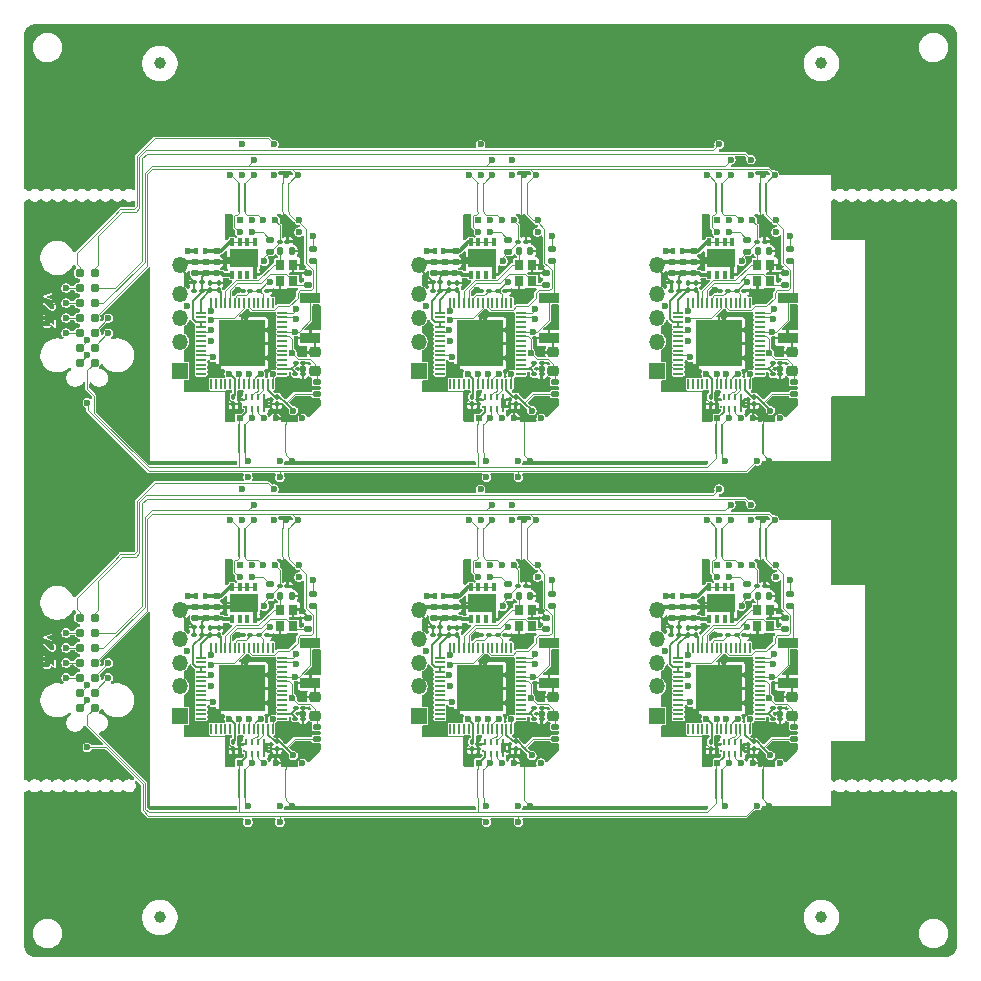
<source format=gtl>
G04 #@! TF.GenerationSoftware,KiCad,Pcbnew,9.0.0-9.0.0-2~ubuntu24.04.1*
G04 #@! TF.CreationDate,2025-03-16T16:10:10-04:00*
G04 #@! TF.ProjectId,panel9,70616e65-6c39-42e6-9b69-6361645f7063,rev?*
G04 #@! TF.SameCoordinates,Original*
G04 #@! TF.FileFunction,Copper,L1,Top*
G04 #@! TF.FilePolarity,Positive*
%FSLAX46Y46*%
G04 Gerber Fmt 4.6, Leading zero omitted, Abs format (unit mm)*
G04 Created by KiCad (PCBNEW 9.0.0-9.0.0-2~ubuntu24.04.1) date 2025-03-16 16:10:10*
%MOMM*%
%LPD*%
G01*
G04 APERTURE LIST*
G04 Aperture macros list*
%AMRoundRect*
0 Rectangle with rounded corners*
0 $1 Rounding radius*
0 $2 $3 $4 $5 $6 $7 $8 $9 X,Y pos of 4 corners*
0 Add a 4 corners polygon primitive as box body*
4,1,4,$2,$3,$4,$5,$6,$7,$8,$9,$2,$3,0*
0 Add four circle primitives for the rounded corners*
1,1,$1+$1,$2,$3*
1,1,$1+$1,$4,$5*
1,1,$1+$1,$6,$7*
1,1,$1+$1,$8,$9*
0 Add four rect primitives between the rounded corners*
20,1,$1+$1,$2,$3,$4,$5,0*
20,1,$1+$1,$4,$5,$6,$7,0*
20,1,$1+$1,$6,$7,$8,$9,0*
20,1,$1+$1,$8,$9,$2,$3,0*%
G04 Aperture macros list end*
%ADD10C,0.125000*%
G04 #@! TA.AperFunction,EtchedComponent*
%ADD11C,0.000000*%
G04 #@! TD*
G04 #@! TA.AperFunction,SMDPad,CuDef*
%ADD12C,0.120000*%
G04 #@! TD*
G04 #@! TA.AperFunction,SMDPad,CuDef*
%ADD13RoundRect,0.100000X-0.130000X-0.100000X0.130000X-0.100000X0.130000X0.100000X-0.130000X0.100000X0*%
G04 #@! TD*
G04 #@! TA.AperFunction,SMDPad,CuDef*
%ADD14RoundRect,0.135000X0.185000X-0.135000X0.185000X0.135000X-0.185000X0.135000X-0.185000X-0.135000X0*%
G04 #@! TD*
G04 #@! TA.AperFunction,SMDPad,CuDef*
%ADD15R,0.200000X0.600000*%
G04 #@! TD*
G04 #@! TA.AperFunction,SMDPad,CuDef*
%ADD16R,0.200000X0.200000*%
G04 #@! TD*
G04 #@! TA.AperFunction,SMDPad,CuDef*
%ADD17RoundRect,0.100000X0.130000X0.100000X-0.130000X0.100000X-0.130000X-0.100000X0.130000X-0.100000X0*%
G04 #@! TD*
G04 #@! TA.AperFunction,SMDPad,CuDef*
%ADD18R,0.350000X0.650000*%
G04 #@! TD*
G04 #@! TA.AperFunction,SMDPad,CuDef*
%ADD19R,2.350000X1.600000*%
G04 #@! TD*
G04 #@! TA.AperFunction,SMDPad,CuDef*
%ADD20R,0.300000X0.500000*%
G04 #@! TD*
G04 #@! TA.AperFunction,SMDPad,CuDef*
%ADD21RoundRect,0.050000X-0.387500X-0.050000X0.387500X-0.050000X0.387500X0.050000X-0.387500X0.050000X0*%
G04 #@! TD*
G04 #@! TA.AperFunction,SMDPad,CuDef*
%ADD22RoundRect,0.050000X-0.050000X-0.387500X0.050000X-0.387500X0.050000X0.387500X-0.050000X0.387500X0*%
G04 #@! TD*
G04 #@! TA.AperFunction,SMDPad,CuDef*
%ADD23R,4.000000X4.000000*%
G04 #@! TD*
G04 #@! TA.AperFunction,SMDPad,CuDef*
%ADD24RoundRect,0.140000X-0.170000X0.140000X-0.170000X-0.140000X0.170000X-0.140000X0.170000X0.140000X0*%
G04 #@! TD*
G04 #@! TA.AperFunction,SMDPad,CuDef*
%ADD25RoundRect,0.100000X0.100000X-0.130000X0.100000X0.130000X-0.100000X0.130000X-0.100000X-0.130000X0*%
G04 #@! TD*
G04 #@! TA.AperFunction,SMDPad,CuDef*
%ADD26RoundRect,0.218750X-0.256250X0.218750X-0.256250X-0.218750X0.256250X-0.218750X0.256250X0.218750X0*%
G04 #@! TD*
G04 #@! TA.AperFunction,SMDPad,CuDef*
%ADD27R,1.700000X0.900000*%
G04 #@! TD*
G04 #@! TA.AperFunction,SMDPad,CuDef*
%ADD28RoundRect,0.100000X-0.100000X0.130000X-0.100000X-0.130000X0.100000X-0.130000X0.100000X0.130000X0*%
G04 #@! TD*
G04 #@! TA.AperFunction,ComponentPad*
%ADD29R,0.600000X0.600000*%
G04 #@! TD*
G04 #@! TA.AperFunction,ComponentPad*
%ADD30O,0.600000X0.600000*%
G04 #@! TD*
G04 #@! TA.AperFunction,CastellatedPad*
%ADD31R,1.350000X1.350000*%
G04 #@! TD*
G04 #@! TA.AperFunction,CastellatedPad*
%ADD32O,1.350000X1.350000*%
G04 #@! TD*
G04 #@! TA.AperFunction,ComponentPad*
%ADD33C,0.600000*%
G04 #@! TD*
G04 #@! TA.AperFunction,SMDPad,CuDef*
%ADD34RoundRect,0.140000X0.170000X-0.140000X0.170000X0.140000X-0.170000X0.140000X-0.170000X-0.140000X0*%
G04 #@! TD*
G04 #@! TA.AperFunction,SMDPad,CuDef*
%ADD35C,1.000000*%
G04 #@! TD*
G04 #@! TA.AperFunction,SMDPad,CuDef*
%ADD36R,0.800000X0.900000*%
G04 #@! TD*
G04 #@! TA.AperFunction,SMDPad,CuDef*
%ADD37RoundRect,0.135000X-0.185000X0.135000X-0.185000X-0.135000X0.185000X-0.135000X0.185000X0.135000X0*%
G04 #@! TD*
G04 #@! TA.AperFunction,SMDPad,CuDef*
%ADD38RoundRect,0.140000X-0.140000X-0.170000X0.140000X-0.170000X0.140000X0.170000X-0.140000X0.170000X0*%
G04 #@! TD*
G04 #@! TA.AperFunction,ConnectorPad*
%ADD39C,0.787400*%
G04 #@! TD*
G04 #@! TA.AperFunction,ViaPad*
%ADD40C,0.600000*%
G04 #@! TD*
G04 #@! TA.AperFunction,Conductor*
%ADD41C,0.200000*%
G04 #@! TD*
G04 #@! TA.AperFunction,Conductor*
%ADD42C,0.380000*%
G04 #@! TD*
G04 #@! TA.AperFunction,Conductor*
%ADD43C,0.120000*%
G04 #@! TD*
G04 APERTURE END LIST*
D10*
G36*
X3302491Y-55198227D02*
G01*
X1955269Y-55198227D01*
X1955269Y-54548426D01*
X2066380Y-54548426D01*
X2066380Y-54834140D01*
X2066991Y-54837211D01*
X2066538Y-54838571D01*
X2069182Y-54848227D01*
X2071138Y-54858058D01*
X2072152Y-54859072D01*
X2072979Y-54862091D01*
X2120599Y-54957330D01*
X2126742Y-54965245D01*
X2132306Y-54973572D01*
X2179925Y-55021191D01*
X2188246Y-55026751D01*
X2196168Y-55032899D01*
X2291406Y-55080518D01*
X2294425Y-55081344D01*
X2295439Y-55082358D01*
X2305266Y-55084312D01*
X2314927Y-55086958D01*
X2316285Y-55086505D01*
X2319357Y-55087116D01*
X2557452Y-55087116D01*
X2560523Y-55086505D01*
X2561882Y-55086958D01*
X2571542Y-55084312D01*
X2581370Y-55082358D01*
X2582383Y-55081344D01*
X2585403Y-55080518D01*
X2680641Y-55032899D01*
X2688562Y-55026751D01*
X2696884Y-55021191D01*
X2744503Y-54973572D01*
X2750063Y-54965250D01*
X2756211Y-54957329D01*
X2803830Y-54862091D01*
X2804656Y-54859071D01*
X2805670Y-54858058D01*
X2807624Y-54848230D01*
X2810270Y-54838570D01*
X2809817Y-54837211D01*
X2810428Y-54834140D01*
X2810428Y-54829018D01*
X3087724Y-55071652D01*
X3103123Y-55080519D01*
X3104962Y-55082358D01*
X3106316Y-55082358D01*
X3108857Y-55083821D01*
X3130808Y-55082358D01*
X3152798Y-55082358D01*
X3154368Y-55080787D01*
X3156585Y-55080640D01*
X3171064Y-55064091D01*
X3186622Y-55048534D01*
X3187194Y-55045656D01*
X3188085Y-55044639D01*
X3187912Y-55042047D01*
X3191380Y-55024616D01*
X3191380Y-54405569D01*
X3186622Y-54381651D01*
X3152798Y-54347827D01*
X3104962Y-54347827D01*
X3071138Y-54381651D01*
X3066380Y-54405569D01*
X3066380Y-54886880D01*
X2789085Y-54644247D01*
X2773684Y-54635379D01*
X2771846Y-54633541D01*
X2770492Y-54633541D01*
X2767951Y-54632078D01*
X2746000Y-54633541D01*
X2724010Y-54633541D01*
X2722439Y-54635111D01*
X2720223Y-54635259D01*
X2705743Y-54651807D01*
X2690186Y-54667365D01*
X2689613Y-54670242D01*
X2688723Y-54671260D01*
X2688895Y-54673851D01*
X2685428Y-54691283D01*
X2685428Y-54819385D01*
X2648942Y-54892357D01*
X2615669Y-54925630D01*
X2542697Y-54962116D01*
X2334112Y-54962116D01*
X2261140Y-54925630D01*
X2227866Y-54892356D01*
X2191380Y-54819386D01*
X2191380Y-54563179D01*
X2227866Y-54490209D01*
X2268313Y-54449763D01*
X2281861Y-54429486D01*
X2281861Y-54381652D01*
X2248036Y-54347827D01*
X2200202Y-54347827D01*
X2179925Y-54361375D01*
X2132306Y-54408994D01*
X2126742Y-54417320D01*
X2120599Y-54425236D01*
X2072979Y-54520475D01*
X2072152Y-54523493D01*
X2071138Y-54524508D01*
X2069182Y-54534338D01*
X2066538Y-54543995D01*
X2066991Y-54545354D01*
X2066380Y-54548426D01*
X1955269Y-54548426D01*
X1955269Y-54000700D01*
X2071137Y-54000700D01*
X2071137Y-54024617D01*
X2071137Y-54048534D01*
X2071138Y-54048535D01*
X2084686Y-54068812D01*
X2132306Y-54116431D01*
X2152583Y-54129978D01*
X2200418Y-54129978D01*
X2200420Y-54129975D01*
X2220694Y-54116430D01*
X2268313Y-54068811D01*
X2281858Y-54048537D01*
X2281861Y-54048535D01*
X2281861Y-54000699D01*
X2281858Y-54000696D01*
X2268313Y-53980423D01*
X2220694Y-53932804D01*
X2200420Y-53919258D01*
X2200418Y-53919256D01*
X2152583Y-53919256D01*
X2132306Y-53932803D01*
X2084686Y-53980422D01*
X2071138Y-54000699D01*
X2071137Y-54000700D01*
X1955269Y-54000700D01*
X1955269Y-52976998D01*
X2066380Y-52976998D01*
X2066380Y-53596045D01*
X2071138Y-53619963D01*
X2104962Y-53653787D01*
X2152798Y-53653787D01*
X2186622Y-53619963D01*
X2191380Y-53596045D01*
X2191380Y-53127885D01*
X2656115Y-53592620D01*
X2658718Y-53594359D01*
X2659359Y-53595641D01*
X2668063Y-53600603D01*
X2676392Y-53606168D01*
X2677824Y-53606168D01*
X2680545Y-53607719D01*
X2823401Y-53655338D01*
X2833341Y-53656590D01*
X2843166Y-53658545D01*
X2938404Y-53658545D01*
X2941475Y-53657934D01*
X2942834Y-53658387D01*
X2952494Y-53655741D01*
X2962322Y-53653787D01*
X2963335Y-53652773D01*
X2966355Y-53651947D01*
X3061593Y-53604328D01*
X3069514Y-53598180D01*
X3077836Y-53592620D01*
X3125455Y-53545001D01*
X3131015Y-53536679D01*
X3137163Y-53528758D01*
X3184782Y-53433520D01*
X3185608Y-53430500D01*
X3186622Y-53429487D01*
X3188576Y-53419659D01*
X3191222Y-53409999D01*
X3190769Y-53408640D01*
X3191380Y-53405569D01*
X3191380Y-53167474D01*
X3190769Y-53164402D01*
X3191222Y-53163044D01*
X3188576Y-53153383D01*
X3186622Y-53143556D01*
X3185608Y-53142542D01*
X3184782Y-53139523D01*
X3137163Y-53044285D01*
X3131015Y-53036363D01*
X3125455Y-53028042D01*
X3077836Y-52980423D01*
X3057559Y-52966875D01*
X3009725Y-52966875D01*
X2975900Y-53000700D01*
X2975900Y-53048534D01*
X2989448Y-53068811D01*
X3029894Y-53109257D01*
X3066380Y-53182229D01*
X3066380Y-53390814D01*
X3029894Y-53463786D01*
X2996621Y-53497059D01*
X2923649Y-53533545D01*
X2853309Y-53533545D01*
X2734069Y-53493798D01*
X2173074Y-52932804D01*
X2152800Y-52919258D01*
X2152798Y-52919256D01*
X2104962Y-52919256D01*
X2071138Y-52953080D01*
X2066380Y-52976998D01*
X1955269Y-52976998D01*
X1955269Y-52450084D01*
X2066457Y-52450084D01*
X2067565Y-52453188D01*
X2066457Y-52456292D01*
X2075467Y-52475314D01*
X2082546Y-52495133D01*
X2085524Y-52496543D01*
X2086935Y-52499522D01*
X2107859Y-52512047D01*
X2774526Y-52750142D01*
X2798651Y-52753705D01*
X2841880Y-52733228D01*
X2857969Y-52688179D01*
X2837492Y-52644949D01*
X2816568Y-52632424D01*
X2314706Y-52453188D01*
X2816568Y-52273952D01*
X2837492Y-52261427D01*
X2857969Y-52218197D01*
X2841880Y-52173148D01*
X2798651Y-52152671D01*
X2774526Y-52156234D01*
X2107859Y-52394329D01*
X2086935Y-52406854D01*
X2085524Y-52409832D01*
X2082546Y-52411243D01*
X2075467Y-52431061D01*
X2066457Y-52450084D01*
X1955269Y-52450084D01*
X1955269Y-52041560D01*
X3302491Y-52041560D01*
X3302491Y-55198227D01*
G37*
G36*
X3302491Y-26348227D02*
G01*
X1955269Y-26348227D01*
X1955269Y-25698426D01*
X2066380Y-25698426D01*
X2066380Y-25984140D01*
X2066991Y-25987211D01*
X2066538Y-25988571D01*
X2069182Y-25998227D01*
X2071138Y-26008058D01*
X2072152Y-26009072D01*
X2072979Y-26012091D01*
X2120599Y-26107330D01*
X2126742Y-26115245D01*
X2132306Y-26123572D01*
X2179925Y-26171191D01*
X2188246Y-26176751D01*
X2196168Y-26182899D01*
X2291406Y-26230518D01*
X2294425Y-26231344D01*
X2295439Y-26232358D01*
X2305266Y-26234312D01*
X2314927Y-26236958D01*
X2316285Y-26236505D01*
X2319357Y-26237116D01*
X2557452Y-26237116D01*
X2560523Y-26236505D01*
X2561882Y-26236958D01*
X2571542Y-26234312D01*
X2581370Y-26232358D01*
X2582383Y-26231344D01*
X2585403Y-26230518D01*
X2680641Y-26182899D01*
X2688562Y-26176751D01*
X2696884Y-26171191D01*
X2744503Y-26123572D01*
X2750063Y-26115250D01*
X2756211Y-26107329D01*
X2803830Y-26012091D01*
X2804656Y-26009071D01*
X2805670Y-26008058D01*
X2807624Y-25998230D01*
X2810270Y-25988570D01*
X2809817Y-25987211D01*
X2810428Y-25984140D01*
X2810428Y-25979018D01*
X3087724Y-26221652D01*
X3103123Y-26230519D01*
X3104962Y-26232358D01*
X3106316Y-26232358D01*
X3108857Y-26233821D01*
X3130808Y-26232358D01*
X3152798Y-26232358D01*
X3154368Y-26230787D01*
X3156585Y-26230640D01*
X3171064Y-26214091D01*
X3186622Y-26198534D01*
X3187194Y-26195656D01*
X3188085Y-26194639D01*
X3187912Y-26192047D01*
X3191380Y-26174616D01*
X3191380Y-25555569D01*
X3186622Y-25531651D01*
X3152798Y-25497827D01*
X3104962Y-25497827D01*
X3071138Y-25531651D01*
X3066380Y-25555569D01*
X3066380Y-26036880D01*
X2789085Y-25794247D01*
X2773684Y-25785379D01*
X2771846Y-25783541D01*
X2770492Y-25783541D01*
X2767951Y-25782078D01*
X2746000Y-25783541D01*
X2724010Y-25783541D01*
X2722439Y-25785111D01*
X2720223Y-25785259D01*
X2705743Y-25801807D01*
X2690186Y-25817365D01*
X2689613Y-25820242D01*
X2688723Y-25821260D01*
X2688895Y-25823851D01*
X2685428Y-25841283D01*
X2685428Y-25969385D01*
X2648942Y-26042357D01*
X2615669Y-26075630D01*
X2542697Y-26112116D01*
X2334112Y-26112116D01*
X2261140Y-26075630D01*
X2227866Y-26042356D01*
X2191380Y-25969386D01*
X2191380Y-25713179D01*
X2227866Y-25640209D01*
X2268313Y-25599763D01*
X2281861Y-25579486D01*
X2281861Y-25531652D01*
X2248036Y-25497827D01*
X2200202Y-25497827D01*
X2179925Y-25511375D01*
X2132306Y-25558994D01*
X2126742Y-25567320D01*
X2120599Y-25575236D01*
X2072979Y-25670475D01*
X2072152Y-25673493D01*
X2071138Y-25674508D01*
X2069182Y-25684338D01*
X2066538Y-25693995D01*
X2066991Y-25695354D01*
X2066380Y-25698426D01*
X1955269Y-25698426D01*
X1955269Y-25150700D01*
X2071137Y-25150700D01*
X2071137Y-25174617D01*
X2071137Y-25198534D01*
X2071138Y-25198535D01*
X2084686Y-25218812D01*
X2132306Y-25266431D01*
X2152583Y-25279978D01*
X2200418Y-25279978D01*
X2200420Y-25279975D01*
X2220694Y-25266430D01*
X2268313Y-25218811D01*
X2281858Y-25198537D01*
X2281861Y-25198535D01*
X2281861Y-25150699D01*
X2281858Y-25150696D01*
X2268313Y-25130423D01*
X2220694Y-25082804D01*
X2200420Y-25069258D01*
X2200418Y-25069256D01*
X2152583Y-25069256D01*
X2132306Y-25082803D01*
X2084686Y-25130422D01*
X2071138Y-25150699D01*
X2071137Y-25150700D01*
X1955269Y-25150700D01*
X1955269Y-24126998D01*
X2066380Y-24126998D01*
X2066380Y-24746045D01*
X2071138Y-24769963D01*
X2104962Y-24803787D01*
X2152798Y-24803787D01*
X2186622Y-24769963D01*
X2191380Y-24746045D01*
X2191380Y-24277885D01*
X2656115Y-24742620D01*
X2658718Y-24744359D01*
X2659359Y-24745641D01*
X2668063Y-24750603D01*
X2676392Y-24756168D01*
X2677824Y-24756168D01*
X2680545Y-24757719D01*
X2823401Y-24805338D01*
X2833341Y-24806590D01*
X2843166Y-24808545D01*
X2938404Y-24808545D01*
X2941475Y-24807934D01*
X2942834Y-24808387D01*
X2952494Y-24805741D01*
X2962322Y-24803787D01*
X2963335Y-24802773D01*
X2966355Y-24801947D01*
X3061593Y-24754328D01*
X3069514Y-24748180D01*
X3077836Y-24742620D01*
X3125455Y-24695001D01*
X3131015Y-24686679D01*
X3137163Y-24678758D01*
X3184782Y-24583520D01*
X3185608Y-24580500D01*
X3186622Y-24579487D01*
X3188576Y-24569659D01*
X3191222Y-24559999D01*
X3190769Y-24558640D01*
X3191380Y-24555569D01*
X3191380Y-24317474D01*
X3190769Y-24314402D01*
X3191222Y-24313044D01*
X3188576Y-24303383D01*
X3186622Y-24293556D01*
X3185608Y-24292542D01*
X3184782Y-24289523D01*
X3137163Y-24194285D01*
X3131015Y-24186363D01*
X3125455Y-24178042D01*
X3077836Y-24130423D01*
X3057559Y-24116875D01*
X3009725Y-24116875D01*
X2975900Y-24150700D01*
X2975900Y-24198534D01*
X2989448Y-24218811D01*
X3029894Y-24259257D01*
X3066380Y-24332229D01*
X3066380Y-24540814D01*
X3029894Y-24613786D01*
X2996621Y-24647059D01*
X2923649Y-24683545D01*
X2853309Y-24683545D01*
X2734069Y-24643798D01*
X2173074Y-24082804D01*
X2152800Y-24069258D01*
X2152798Y-24069256D01*
X2104962Y-24069256D01*
X2071138Y-24103080D01*
X2066380Y-24126998D01*
X1955269Y-24126998D01*
X1955269Y-23600084D01*
X2066457Y-23600084D01*
X2067565Y-23603188D01*
X2066457Y-23606292D01*
X2075467Y-23625314D01*
X2082546Y-23645133D01*
X2085524Y-23646543D01*
X2086935Y-23649522D01*
X2107859Y-23662047D01*
X2774526Y-23900142D01*
X2798651Y-23903705D01*
X2841880Y-23883228D01*
X2857969Y-23838179D01*
X2837492Y-23794949D01*
X2816568Y-23782424D01*
X2314706Y-23603188D01*
X2816568Y-23423952D01*
X2837492Y-23411427D01*
X2857969Y-23368197D01*
X2841880Y-23323148D01*
X2798651Y-23302671D01*
X2774526Y-23306234D01*
X2107859Y-23544329D01*
X2086935Y-23556854D01*
X2085524Y-23559832D01*
X2082546Y-23561243D01*
X2075467Y-23581061D01*
X2066457Y-23600084D01*
X1955269Y-23600084D01*
X1955269Y-23191560D01*
X3302491Y-23191560D01*
X3302491Y-26348227D01*
G37*
D11*
G04 #@! TA.AperFunction,EtchedComponent*
G04 #@! TO.C,NT2*
G36*
X38960000Y-45600000D02*
G01*
X38840000Y-45600000D01*
X38840000Y-43600000D01*
X38960000Y-43600000D01*
X38960000Y-45600000D01*
G37*
G04 #@! TD.AperFunction*
G04 #@! TA.AperFunction,EtchedComponent*
G04 #@! TO.C,REF\u002A\u002A*
G36*
X19260000Y-36850000D02*
G01*
X19140000Y-36850000D01*
X19140000Y-36350000D01*
X19260000Y-36350000D01*
X19260000Y-36850000D01*
G37*
G04 #@! TD.AperFunction*
G04 #@! TA.AperFunction,EtchedComponent*
G04 #@! TO.C,NT3*
G36*
X39460000Y-45600000D02*
G01*
X39340000Y-45600000D01*
X39340000Y-43600000D01*
X39460000Y-43600000D01*
X39460000Y-45600000D01*
G37*
G04 #@! TD.AperFunction*
G04 #@! TA.AperFunction,EtchedComponent*
G04 #@! TO.C,NT10*
G36*
X19260000Y-65600000D02*
G01*
X19140000Y-65600000D01*
X19140000Y-63600000D01*
X19260000Y-63600000D01*
X19260000Y-65600000D01*
G37*
G04 #@! TD.AperFunction*
G04 #@! TA.AperFunction,EtchedComponent*
G04 #@! TO.C,REF\u002A\u002A*
G36*
X19260000Y-66050000D02*
G01*
X19140000Y-66050000D01*
X19140000Y-65550000D01*
X19260000Y-65550000D01*
X19260000Y-66050000D01*
G37*
G04 #@! TD.AperFunction*
G04 #@! TA.AperFunction,EtchedComponent*
G04 #@! TO.C,NT2*
G36*
X18760000Y-16400000D02*
G01*
X18640000Y-16400000D01*
X18640000Y-14400000D01*
X18760000Y-14400000D01*
X18760000Y-16400000D01*
G37*
G04 #@! TD.AperFunction*
G04 #@! TA.AperFunction,EtchedComponent*
G04 #@! TO.C,REF\u002A\u002A*
G36*
X63360000Y-14450000D02*
G01*
X63240000Y-14450000D01*
X63240000Y-13950000D01*
X63360000Y-13950000D01*
X63360000Y-14450000D01*
G37*
G04 #@! TD.AperFunction*
G04 #@! TA.AperFunction,EtchedComponent*
G36*
X18760000Y-36850000D02*
G01*
X18640000Y-36850000D01*
X18640000Y-36350000D01*
X18760000Y-36350000D01*
X18760000Y-36850000D01*
G37*
G04 #@! TD.AperFunction*
G04 #@! TA.AperFunction,EtchedComponent*
G36*
X59660000Y-14450000D02*
G01*
X59540000Y-14450000D01*
X59540000Y-13950000D01*
X59660000Y-13950000D01*
X59660000Y-14450000D01*
G37*
G04 #@! TD.AperFunction*
G04 #@! TA.AperFunction,EtchedComponent*
G36*
X59160000Y-14450000D02*
G01*
X59040000Y-14450000D01*
X59040000Y-13950000D01*
X59160000Y-13950000D01*
X59160000Y-14450000D01*
G37*
G04 #@! TD.AperFunction*
G04 #@! TA.AperFunction,EtchedComponent*
G36*
X39460000Y-14450000D02*
G01*
X39340000Y-14450000D01*
X39340000Y-13950000D01*
X39460000Y-13950000D01*
X39460000Y-14450000D01*
G37*
G04 #@! TD.AperFunction*
G04 #@! TA.AperFunction,EtchedComponent*
G36*
X38960000Y-14450000D02*
G01*
X38840000Y-14450000D01*
X38840000Y-13950000D01*
X38960000Y-13950000D01*
X38960000Y-14450000D01*
G37*
G04 #@! TD.AperFunction*
G04 #@! TA.AperFunction,EtchedComponent*
G36*
X22460000Y-43650000D02*
G01*
X22340000Y-43650000D01*
X22340000Y-43150000D01*
X22460000Y-43150000D01*
X22460000Y-43650000D01*
G37*
G04 #@! TD.AperFunction*
G04 #@! TA.AperFunction,EtchedComponent*
G04 #@! TO.C,NT6*
G36*
X43160000Y-45600000D02*
G01*
X43040000Y-45600000D01*
X43040000Y-43600000D01*
X43160000Y-43600000D01*
X43160000Y-45600000D01*
G37*
G04 #@! TD.AperFunction*
G04 #@! TA.AperFunction,EtchedComponent*
G04 #@! TO.C,REF\u002A\u002A*
G36*
X42910000Y-66100000D02*
G01*
X42790000Y-66100000D01*
X42790000Y-65600000D01*
X42910000Y-65600000D01*
X42910000Y-66100000D01*
G37*
G04 #@! TD.AperFunction*
G04 #@! TA.AperFunction,EtchedComponent*
G36*
X18760000Y-66050000D02*
G01*
X18640000Y-66050000D01*
X18640000Y-65550000D01*
X18760000Y-65550000D01*
X18760000Y-66050000D01*
G37*
G04 #@! TD.AperFunction*
G04 #@! TA.AperFunction,EtchedComponent*
G04 #@! TO.C,NT9*
G36*
X18760000Y-36400000D02*
G01*
X18640000Y-36400000D01*
X18640000Y-34400000D01*
X18760000Y-34400000D01*
X18760000Y-36400000D01*
G37*
G04 #@! TD.AperFunction*
G04 #@! TA.AperFunction,EtchedComponent*
G04 #@! TO.C,NT6*
G36*
X22960000Y-16400000D02*
G01*
X22840000Y-16400000D01*
X22840000Y-14400000D01*
X22960000Y-14400000D01*
X22960000Y-16400000D01*
G37*
G04 #@! TD.AperFunction*
G04 #@! TA.AperFunction,EtchedComponent*
G04 #@! TO.C,REF\u002A\u002A*
G36*
X59660000Y-36900000D02*
G01*
X59540000Y-36900000D01*
X59540000Y-36400000D01*
X59660000Y-36400000D01*
X59660000Y-36900000D01*
G37*
G04 #@! TD.AperFunction*
G04 #@! TA.AperFunction,EtchedComponent*
G04 #@! TO.C,NT10*
G36*
X39460000Y-65600000D02*
G01*
X39340000Y-65600000D01*
X39340000Y-63600000D01*
X39460000Y-63600000D01*
X39460000Y-65600000D01*
G37*
G04 #@! TD.AperFunction*
G04 #@! TA.AperFunction,EtchedComponent*
G36*
X59660000Y-65600000D02*
G01*
X59540000Y-65600000D01*
X59540000Y-63600000D01*
X59660000Y-63600000D01*
X59660000Y-65600000D01*
G37*
G04 #@! TD.AperFunction*
G04 #@! TA.AperFunction,EtchedComponent*
G04 #@! TO.C,NT6*
G36*
X63360000Y-16400000D02*
G01*
X63240000Y-16400000D01*
X63240000Y-14400000D01*
X63360000Y-14400000D01*
X63360000Y-16400000D01*
G37*
G04 #@! TD.AperFunction*
G04 #@! TA.AperFunction,EtchedComponent*
G04 #@! TO.C,NT9*
G36*
X59160000Y-36400000D02*
G01*
X59040000Y-36400000D01*
X59040000Y-34400000D01*
X59160000Y-34400000D01*
X59160000Y-36400000D01*
G37*
G04 #@! TD.AperFunction*
G04 #@! TA.AperFunction,EtchedComponent*
G04 #@! TO.C,NT2*
G36*
X18760000Y-45600000D02*
G01*
X18640000Y-45600000D01*
X18640000Y-43600000D01*
X18760000Y-43600000D01*
X18760000Y-45600000D01*
G37*
G04 #@! TD.AperFunction*
G04 #@! TA.AperFunction,EtchedComponent*
G04 #@! TO.C,REF\u002A\u002A*
G36*
X39460000Y-36850000D02*
G01*
X39340000Y-36850000D01*
X39340000Y-36350000D01*
X39460000Y-36350000D01*
X39460000Y-36850000D01*
G37*
G04 #@! TD.AperFunction*
G04 #@! TA.AperFunction,EtchedComponent*
G04 #@! TO.C,NT2*
G36*
X38960000Y-16400000D02*
G01*
X38840000Y-16400000D01*
X38840000Y-14400000D01*
X38960000Y-14400000D01*
X38960000Y-16400000D01*
G37*
G04 #@! TD.AperFunction*
G04 #@! TA.AperFunction,EtchedComponent*
G04 #@! TO.C,NT9*
G36*
X59160000Y-65600000D02*
G01*
X59040000Y-65600000D01*
X59040000Y-63600000D01*
X59160000Y-63600000D01*
X59160000Y-65600000D01*
G37*
G04 #@! TD.AperFunction*
G04 #@! TA.AperFunction,EtchedComponent*
G04 #@! TO.C,NT6*
G36*
X63360000Y-45600000D02*
G01*
X63240000Y-45600000D01*
X63240000Y-43600000D01*
X63360000Y-43600000D01*
X63360000Y-45600000D01*
G37*
G04 #@! TD.AperFunction*
G04 #@! TA.AperFunction,EtchedComponent*
G04 #@! TO.C,REF\u002A\u002A*
G36*
X38960000Y-36850000D02*
G01*
X38840000Y-36850000D01*
X38840000Y-36350000D01*
X38960000Y-36350000D01*
X38960000Y-36850000D01*
G37*
G04 #@! TD.AperFunction*
G04 #@! TA.AperFunction,EtchedComponent*
G36*
X42910000Y-36900000D02*
G01*
X42790000Y-36900000D01*
X42790000Y-36400000D01*
X42910000Y-36400000D01*
X42910000Y-36900000D01*
G37*
G04 #@! TD.AperFunction*
G04 #@! TA.AperFunction,EtchedComponent*
G04 #@! TO.C,NT13*
G36*
X63110000Y-65600000D02*
G01*
X62990000Y-65600000D01*
X62990000Y-63600000D01*
X63110000Y-63600000D01*
X63110000Y-65600000D01*
G37*
G04 #@! TD.AperFunction*
G04 #@! TA.AperFunction,EtchedComponent*
G04 #@! TO.C,NT8*
G36*
X22460000Y-16400000D02*
G01*
X22340000Y-16400000D01*
X22340000Y-14400000D01*
X22460000Y-14400000D01*
X22460000Y-16400000D01*
G37*
G04 #@! TD.AperFunction*
G04 #@! TA.AperFunction,EtchedComponent*
G04 #@! TO.C,REF\u002A\u002A*
G36*
X59160000Y-43650000D02*
G01*
X59040000Y-43650000D01*
X59040000Y-43150000D01*
X59160000Y-43150000D01*
X59160000Y-43650000D01*
G37*
G04 #@! TD.AperFunction*
G04 #@! TA.AperFunction,EtchedComponent*
G04 #@! TO.C,NT8*
G36*
X62860000Y-45600000D02*
G01*
X62740000Y-45600000D01*
X62740000Y-43600000D01*
X62860000Y-43600000D01*
X62860000Y-45600000D01*
G37*
G04 #@! TD.AperFunction*
G04 #@! TA.AperFunction,EtchedComponent*
G36*
X22460000Y-45600000D02*
G01*
X22340000Y-45600000D01*
X22340000Y-43600000D01*
X22460000Y-43600000D01*
X22460000Y-45600000D01*
G37*
G04 #@! TD.AperFunction*
G04 #@! TA.AperFunction,EtchedComponent*
G04 #@! TO.C,NT3*
G36*
X19260000Y-16400000D02*
G01*
X19140000Y-16400000D01*
X19140000Y-14400000D01*
X19260000Y-14400000D01*
X19260000Y-16400000D01*
G37*
G04 #@! TD.AperFunction*
G04 #@! TA.AperFunction,EtchedComponent*
G04 #@! TO.C,NT10*
G36*
X39460000Y-36400000D02*
G01*
X39340000Y-36400000D01*
X39340000Y-34400000D01*
X39460000Y-34400000D01*
X39460000Y-36400000D01*
G37*
G04 #@! TD.AperFunction*
G04 #@! TA.AperFunction,EtchedComponent*
G04 #@! TO.C,NT13*
G36*
X42910000Y-36400000D02*
G01*
X42790000Y-36400000D01*
X42790000Y-34400000D01*
X42910000Y-34400000D01*
X42910000Y-36400000D01*
G37*
G04 #@! TD.AperFunction*
G04 #@! TA.AperFunction,EtchedComponent*
G04 #@! TO.C,REF\u002A\u002A*
G36*
X22710000Y-66050000D02*
G01*
X22590000Y-66050000D01*
X22590000Y-65550000D01*
X22710000Y-65550000D01*
X22710000Y-66050000D01*
G37*
G04 #@! TD.AperFunction*
G04 #@! TA.AperFunction,EtchedComponent*
G36*
X59160000Y-66100000D02*
G01*
X59040000Y-66100000D01*
X59040000Y-65600000D01*
X59160000Y-65600000D01*
X59160000Y-66100000D01*
G37*
G04 #@! TD.AperFunction*
G04 #@! TA.AperFunction,EtchedComponent*
G36*
X19260000Y-43650000D02*
G01*
X19140000Y-43650000D01*
X19140000Y-43150000D01*
X19260000Y-43150000D01*
X19260000Y-43650000D01*
G37*
G04 #@! TD.AperFunction*
G04 #@! TA.AperFunction,EtchedComponent*
G04 #@! TO.C,NT13*
G36*
X42910000Y-65600000D02*
G01*
X42790000Y-65600000D01*
X42790000Y-63600000D01*
X42910000Y-63600000D01*
X42910000Y-65600000D01*
G37*
G04 #@! TD.AperFunction*
G04 #@! TA.AperFunction,EtchedComponent*
G04 #@! TO.C,REF\u002A\u002A*
G36*
X43160000Y-14450000D02*
G01*
X43040000Y-14450000D01*
X43040000Y-13950000D01*
X43160000Y-13950000D01*
X43160000Y-14450000D01*
G37*
G04 #@! TD.AperFunction*
G04 #@! TA.AperFunction,EtchedComponent*
G04 #@! TO.C,NT10*
G36*
X19260000Y-36400000D02*
G01*
X19140000Y-36400000D01*
X19140000Y-34400000D01*
X19260000Y-34400000D01*
X19260000Y-36400000D01*
G37*
G04 #@! TD.AperFunction*
G04 #@! TA.AperFunction,EtchedComponent*
G04 #@! TO.C,REF\u002A\u002A*
G36*
X59660000Y-66100000D02*
G01*
X59540000Y-66100000D01*
X59540000Y-65600000D01*
X59660000Y-65600000D01*
X59660000Y-66100000D01*
G37*
G04 #@! TD.AperFunction*
G04 #@! TA.AperFunction,EtchedComponent*
G04 #@! TO.C,NT10*
G36*
X59660000Y-36400000D02*
G01*
X59540000Y-36400000D01*
X59540000Y-34400000D01*
X59660000Y-34400000D01*
X59660000Y-36400000D01*
G37*
G04 #@! TD.AperFunction*
G04 #@! TA.AperFunction,EtchedComponent*
G04 #@! TO.C,REF\u002A\u002A*
G36*
X59160000Y-36900000D02*
G01*
X59040000Y-36900000D01*
X59040000Y-36400000D01*
X59160000Y-36400000D01*
X59160000Y-36900000D01*
G37*
G04 #@! TD.AperFunction*
G04 #@! TA.AperFunction,EtchedComponent*
G36*
X38960000Y-43650000D02*
G01*
X38840000Y-43650000D01*
X38840000Y-43150000D01*
X38960000Y-43150000D01*
X38960000Y-43650000D01*
G37*
G04 #@! TD.AperFunction*
G04 #@! TA.AperFunction,EtchedComponent*
G36*
X18760000Y-14450000D02*
G01*
X18640000Y-14450000D01*
X18640000Y-13950000D01*
X18760000Y-13950000D01*
X18760000Y-14450000D01*
G37*
G04 #@! TD.AperFunction*
G04 #@! TA.AperFunction,EtchedComponent*
G36*
X39460000Y-43650000D02*
G01*
X39340000Y-43650000D01*
X39340000Y-43150000D01*
X39460000Y-43150000D01*
X39460000Y-43650000D01*
G37*
G04 #@! TD.AperFunction*
G04 #@! TA.AperFunction,EtchedComponent*
G36*
X59660000Y-43650000D02*
G01*
X59540000Y-43650000D01*
X59540000Y-43150000D01*
X59660000Y-43150000D01*
X59660000Y-43650000D01*
G37*
G04 #@! TD.AperFunction*
G04 #@! TA.AperFunction,EtchedComponent*
G36*
X42660000Y-14450000D02*
G01*
X42540000Y-14450000D01*
X42540000Y-13950000D01*
X42660000Y-13950000D01*
X42660000Y-14450000D01*
G37*
G04 #@! TD.AperFunction*
G04 #@! TA.AperFunction,EtchedComponent*
G04 #@! TO.C,NT13*
G36*
X22710000Y-65600000D02*
G01*
X22590000Y-65600000D01*
X22590000Y-63600000D01*
X22710000Y-63600000D01*
X22710000Y-65600000D01*
G37*
G04 #@! TD.AperFunction*
G04 #@! TA.AperFunction,EtchedComponent*
G04 #@! TO.C,NT2*
G36*
X59160000Y-45600000D02*
G01*
X59040000Y-45600000D01*
X59040000Y-43600000D01*
X59160000Y-43600000D01*
X59160000Y-45600000D01*
G37*
G04 #@! TD.AperFunction*
G04 #@! TA.AperFunction,EtchedComponent*
G04 #@! TO.C,REF\u002A\u002A*
G36*
X63110000Y-66100000D02*
G01*
X62990000Y-66100000D01*
X62990000Y-65600000D01*
X63110000Y-65600000D01*
X63110000Y-66100000D01*
G37*
G04 #@! TD.AperFunction*
G04 #@! TA.AperFunction,EtchedComponent*
G04 #@! TO.C,NT9*
G36*
X38960000Y-36400000D02*
G01*
X38840000Y-36400000D01*
X38840000Y-34400000D01*
X38960000Y-34400000D01*
X38960000Y-36400000D01*
G37*
G04 #@! TD.AperFunction*
G04 #@! TA.AperFunction,EtchedComponent*
G04 #@! TO.C,NT8*
G36*
X62860000Y-16400000D02*
G01*
X62740000Y-16400000D01*
X62740000Y-14400000D01*
X62860000Y-14400000D01*
X62860000Y-16400000D01*
G37*
G04 #@! TD.AperFunction*
G04 #@! TA.AperFunction,EtchedComponent*
G04 #@! TO.C,REF\u002A\u002A*
G36*
X22460000Y-14450000D02*
G01*
X22340000Y-14450000D01*
X22340000Y-13950000D01*
X22460000Y-13950000D01*
X22460000Y-14450000D01*
G37*
G04 #@! TD.AperFunction*
G04 #@! TA.AperFunction,EtchedComponent*
G04 #@! TO.C,NT9*
G36*
X38960000Y-65600000D02*
G01*
X38840000Y-65600000D01*
X38840000Y-63600000D01*
X38960000Y-63600000D01*
X38960000Y-65600000D01*
G37*
G04 #@! TD.AperFunction*
G04 #@! TA.AperFunction,EtchedComponent*
G04 #@! TO.C,REF\u002A\u002A*
G36*
X63360000Y-43650000D02*
G01*
X63240000Y-43650000D01*
X63240000Y-43150000D01*
X63360000Y-43150000D01*
X63360000Y-43650000D01*
G37*
G04 #@! TD.AperFunction*
G04 #@! TA.AperFunction,EtchedComponent*
G04 #@! TO.C,NT6*
G36*
X43160000Y-16400000D02*
G01*
X43040000Y-16400000D01*
X43040000Y-14400000D01*
X43160000Y-14400000D01*
X43160000Y-16400000D01*
G37*
G04 #@! TD.AperFunction*
G04 #@! TA.AperFunction,EtchedComponent*
G04 #@! TO.C,REF\u002A\u002A*
G36*
X18760000Y-43650000D02*
G01*
X18640000Y-43650000D01*
X18640000Y-43150000D01*
X18760000Y-43150000D01*
X18760000Y-43650000D01*
G37*
G04 #@! TD.AperFunction*
G04 #@! TA.AperFunction,EtchedComponent*
G36*
X22710000Y-36850000D02*
G01*
X22590000Y-36850000D01*
X22590000Y-36350000D01*
X22710000Y-36350000D01*
X22710000Y-36850000D01*
G37*
G04 #@! TD.AperFunction*
G04 #@! TA.AperFunction,EtchedComponent*
G36*
X22960000Y-43650000D02*
G01*
X22840000Y-43650000D01*
X22840000Y-43150000D01*
X22960000Y-43150000D01*
X22960000Y-43650000D01*
G37*
G04 #@! TD.AperFunction*
G04 #@! TA.AperFunction,EtchedComponent*
G36*
X42660000Y-43650000D02*
G01*
X42540000Y-43650000D01*
X42540000Y-43150000D01*
X42660000Y-43150000D01*
X42660000Y-43650000D01*
G37*
G04 #@! TD.AperFunction*
G04 #@! TA.AperFunction,EtchedComponent*
G36*
X38960000Y-66050000D02*
G01*
X38840000Y-66050000D01*
X38840000Y-65550000D01*
X38960000Y-65550000D01*
X38960000Y-66050000D01*
G37*
G04 #@! TD.AperFunction*
G04 #@! TA.AperFunction,EtchedComponent*
G04 #@! TO.C,NT6*
G36*
X22960000Y-45600000D02*
G01*
X22840000Y-45600000D01*
X22840000Y-43600000D01*
X22960000Y-43600000D01*
X22960000Y-45600000D01*
G37*
G04 #@! TD.AperFunction*
G04 #@! TA.AperFunction,EtchedComponent*
G04 #@! TO.C,REF\u002A\u002A*
G36*
X19260000Y-14450000D02*
G01*
X19140000Y-14450000D01*
X19140000Y-13950000D01*
X19260000Y-13950000D01*
X19260000Y-14450000D01*
G37*
G04 #@! TD.AperFunction*
G04 #@! TA.AperFunction,EtchedComponent*
G04 #@! TO.C,NT8*
G36*
X42660000Y-16400000D02*
G01*
X42540000Y-16400000D01*
X42540000Y-14400000D01*
X42660000Y-14400000D01*
X42660000Y-16400000D01*
G37*
G04 #@! TD.AperFunction*
G04 #@! TA.AperFunction,EtchedComponent*
G36*
X42660000Y-45600000D02*
G01*
X42540000Y-45600000D01*
X42540000Y-43600000D01*
X42660000Y-43600000D01*
X42660000Y-45600000D01*
G37*
G04 #@! TD.AperFunction*
G04 #@! TA.AperFunction,EtchedComponent*
G04 #@! TO.C,NT3*
G36*
X59660000Y-16400000D02*
G01*
X59540000Y-16400000D01*
X59540000Y-14400000D01*
X59660000Y-14400000D01*
X59660000Y-16400000D01*
G37*
G04 #@! TD.AperFunction*
G04 #@! TA.AperFunction,EtchedComponent*
G04 #@! TO.C,NT13*
G36*
X22710000Y-36400000D02*
G01*
X22590000Y-36400000D01*
X22590000Y-34400000D01*
X22710000Y-34400000D01*
X22710000Y-36400000D01*
G37*
G04 #@! TD.AperFunction*
G04 #@! TA.AperFunction,EtchedComponent*
G04 #@! TO.C,REF\u002A\u002A*
G36*
X39460000Y-66050000D02*
G01*
X39340000Y-66050000D01*
X39340000Y-65550000D01*
X39460000Y-65550000D01*
X39460000Y-66050000D01*
G37*
G04 #@! TD.AperFunction*
G04 #@! TA.AperFunction,EtchedComponent*
G04 #@! TO.C,NT3*
G36*
X59660000Y-45600000D02*
G01*
X59540000Y-45600000D01*
X59540000Y-43600000D01*
X59660000Y-43600000D01*
X59660000Y-45600000D01*
G37*
G04 #@! TD.AperFunction*
G04 #@! TA.AperFunction,EtchedComponent*
G04 #@! TO.C,NT2*
G36*
X59160000Y-16400000D02*
G01*
X59040000Y-16400000D01*
X59040000Y-14400000D01*
X59160000Y-14400000D01*
X59160000Y-16400000D01*
G37*
G04 #@! TD.AperFunction*
G04 #@! TA.AperFunction,EtchedComponent*
G04 #@! TO.C,REF\u002A\u002A*
G36*
X62860000Y-14450000D02*
G01*
X62740000Y-14450000D01*
X62740000Y-13950000D01*
X62860000Y-13950000D01*
X62860000Y-14450000D01*
G37*
G04 #@! TD.AperFunction*
G04 #@! TA.AperFunction,EtchedComponent*
G04 #@! TO.C,NT13*
G36*
X63110000Y-36400000D02*
G01*
X62990000Y-36400000D01*
X62990000Y-34400000D01*
X63110000Y-34400000D01*
X63110000Y-36400000D01*
G37*
G04 #@! TD.AperFunction*
G04 #@! TA.AperFunction,EtchedComponent*
G04 #@! TO.C,NT3*
G36*
X19260000Y-45600000D02*
G01*
X19140000Y-45600000D01*
X19140000Y-43600000D01*
X19260000Y-43600000D01*
X19260000Y-45600000D01*
G37*
G04 #@! TD.AperFunction*
G04 #@! TA.AperFunction,EtchedComponent*
G04 #@! TO.C,REF\u002A\u002A*
G36*
X62860000Y-43650000D02*
G01*
X62740000Y-43650000D01*
X62740000Y-43150000D01*
X62860000Y-43150000D01*
X62860000Y-43650000D01*
G37*
G04 #@! TD.AperFunction*
G04 #@! TA.AperFunction,EtchedComponent*
G36*
X22960000Y-14450000D02*
G01*
X22840000Y-14450000D01*
X22840000Y-13950000D01*
X22960000Y-13950000D01*
X22960000Y-14450000D01*
G37*
G04 #@! TD.AperFunction*
G04 #@! TA.AperFunction,EtchedComponent*
G36*
X63110000Y-36900000D02*
G01*
X62990000Y-36900000D01*
X62990000Y-36400000D01*
X63110000Y-36400000D01*
X63110000Y-36900000D01*
G37*
G04 #@! TD.AperFunction*
G04 #@! TA.AperFunction,EtchedComponent*
G04 #@! TO.C,NT9*
G36*
X18760000Y-65600000D02*
G01*
X18640000Y-65600000D01*
X18640000Y-63600000D01*
X18760000Y-63600000D01*
X18760000Y-65600000D01*
G37*
G04 #@! TD.AperFunction*
G04 #@! TA.AperFunction,EtchedComponent*
G04 #@! TO.C,REF\u002A\u002A*
G36*
X43160000Y-43650000D02*
G01*
X43040000Y-43650000D01*
X43040000Y-43150000D01*
X43160000Y-43150000D01*
X43160000Y-43650000D01*
G37*
G04 #@! TD.AperFunction*
G04 #@! TA.AperFunction,EtchedComponent*
G04 #@! TO.C,NT3*
G36*
X39460000Y-16400000D02*
G01*
X39340000Y-16400000D01*
X39340000Y-14400000D01*
X39460000Y-14400000D01*
X39460000Y-16400000D01*
G37*
G04 #@! TD.AperFunction*
G04 #@! TD*
D12*
G04 #@! TO.P,NT2,1,1*
G04 #@! TO.N,Board_4-/PICO_IO0*
X38900000Y-45600000D03*
G04 #@! TO.P,NT2,2,2*
G04 #@! TO.N,Board_4-unconnected-(NT2-Pad2)*
X38900000Y-43600000D03*
G04 #@! TD*
D13*
G04 #@! TO.P,C11,1*
G04 #@! TO.N,Board_4-Net-(U2-VDD_SPI)*
X43685000Y-58440000D03*
G04 #@! TO.P,C11,2*
G04 #@! TO.N,Board_4-GND*
X44325000Y-58440000D03*
G04 #@! TD*
D14*
G04 #@! TO.P,R4,1*
G04 #@! TO.N,Board_3-/S2_EN*
X21310000Y-48980000D03*
G04 #@! TO.P,R4,2*
G04 #@! TO.N,Board_3-+3V3*
X21310000Y-47960000D03*
G04 #@! TD*
D15*
G04 #@! TO.P,U4,1,VBUS*
G04 #@! TO.N,Board_0-/VBUS_TP*
X19320000Y-33106117D03*
D16*
X19120000Y-32906117D03*
D15*
G04 #@! TO.P,U4,2,D-_in*
G04 #@! TO.N,Board_0-/D-_TP*
X19820000Y-33106117D03*
G04 #@! TO.P,U4,3,D+_in*
G04 #@! TO.N,Board_0-/D+_TP*
X20320000Y-33106117D03*
G04 #@! TO.P,U4,4,ID*
G04 #@! TO.N,Board_0-GND*
X20820000Y-33106117D03*
D16*
X21020000Y-32906117D03*
G04 #@! TO.P,U4,5,GND*
X21020000Y-32306117D03*
D15*
X20820000Y-32106117D03*
G04 #@! TO.P,U4,6,D+_out*
G04 #@! TO.N,Board_0-/USB_D+*
X20320000Y-32106117D03*
G04 #@! TO.P,U4,7,D-_out*
G04 #@! TO.N,Board_0-/USB_D-*
X19820000Y-32106117D03*
D16*
G04 #@! TO.P,U4,8,GND*
G04 #@! TO.N,Board_0-GND*
X19120000Y-32306117D03*
D15*
X19320000Y-32106117D03*
G04 #@! TD*
D12*
G04 #@! TO.P,REF\u002A\u002A,1*
G04 #@! TO.N,DUT_DN_T*
X19200000Y-36850000D03*
G04 #@! TO.P,REF\u002A\u002A,2*
G04 #@! TO.N,N/C*
X19200000Y-36350000D03*
G04 #@! TD*
D17*
G04 #@! TO.P,C9,1*
G04 #@! TO.N,Board_0-+3V3*
X19660000Y-23080000D03*
G04 #@! TO.P,C9,2*
G04 #@! TO.N,Board_0-GND*
X19020000Y-23080000D03*
G04 #@! TD*
D13*
G04 #@! TO.P,C11,1*
G04 #@! TO.N,Board_2-Net-(U2-VDD_SPI)*
X63885000Y-29240000D03*
G04 #@! TO.P,C11,2*
G04 #@! TO.N,Board_2-GND*
X64525000Y-29240000D03*
G04 #@! TD*
D18*
G04 #@! TO.P,U1,1,OUT*
G04 #@! TO.N,Board_1-+3V3*
X38310000Y-21730000D03*
G04 #@! TO.P,U1,2,NC*
G04 #@! TO.N,Board_1-unconnected-(U1-NC-Pad2)*
X38960000Y-21730000D03*
G04 #@! TO.P,U1,3,NC*
G04 #@! TO.N,Board_1-unconnected-(U1-NC-Pad3)*
X39610000Y-21730000D03*
G04 #@! TO.P,U1,4,GND*
G04 #@! TO.N,Board_1-GND*
X40260000Y-21730000D03*
G04 #@! TO.P,U1,5,EN*
G04 #@! TO.N,Board_1-VBUS*
X40260000Y-18980000D03*
G04 #@! TO.P,U1,6,NC*
X39610000Y-18980000D03*
G04 #@! TO.P,U1,7,NC*
X38960000Y-18980000D03*
G04 #@! TO.P,U1,8,IN*
X38310000Y-18980000D03*
D19*
G04 #@! TO.P,U1,9,GND*
G04 #@! TO.N,Board_1-GND*
X39285000Y-20355000D03*
G04 #@! TD*
D17*
G04 #@! TO.P,C2,1*
G04 #@! TO.N,Board_5-+3V3*
X55950000Y-52285000D03*
G04 #@! TO.P,C2,2*
G04 #@! TO.N,Board_5-GND*
X55310000Y-52285000D03*
G04 #@! TD*
D20*
G04 #@! TO.P,D1,1,K*
G04 #@! TO.N,Board_5-VBUS*
X56180000Y-48945000D03*
G04 #@! TO.P,D1,2,A*
G04 #@! TO.N,Board_5-/VBUS_TP*
X55480000Y-48945000D03*
G04 #@! TD*
D12*
G04 #@! TO.P,NT3,1,1*
G04 #@! TO.N,Board_4-/RXD*
X39400000Y-45600000D03*
G04 #@! TO.P,NT3,2,2*
G04 #@! TO.N,Board_4-unconnected-(NT3-Pad2)*
X39400000Y-43600000D03*
G04 #@! TD*
D20*
G04 #@! TO.P,D1,1,K*
G04 #@! TO.N,Board_0-VBUS*
X15780000Y-19745000D03*
G04 #@! TO.P,D1,2,A*
G04 #@! TO.N,Board_0-/VBUS_TP*
X15080000Y-19745000D03*
G04 #@! TD*
D21*
G04 #@! TO.P,U2,1,VDDA*
G04 #@! TO.N,Board_1-+3V3*
X35700000Y-24960000D03*
G04 #@! TO.P,U2,2,LNA_IN/RF*
G04 #@! TO.N,Board_1-unconnected-(U2-LNA_IN{slash}RF-Pad2)*
X35700000Y-25360000D03*
G04 #@! TO.P,U2,3,VDD3P3*
G04 #@! TO.N,Board_1-+3V3*
X35700000Y-25760000D03*
G04 #@! TO.P,U2,4,VDD3P3*
X35700000Y-26160000D03*
G04 #@! TO.P,U2,5,GPIO0/BOOT*
G04 #@! TO.N,Board_1-/S2_IO0*
X35700000Y-26560000D03*
G04 #@! TO.P,U2,6,GPIO1/ADC1_CH0*
G04 #@! TO.N,Board_1-unconnected-(U2-GPIO1{slash}ADC1_CH0-Pad6)*
X35700000Y-26960000D03*
G04 #@! TO.P,U2,7,GPIO2/ADC1_CH1*
G04 #@! TO.N,Board_1-unconnected-(U2-GPIO2{slash}ADC1_CH1-Pad7)*
X35700000Y-27360000D03*
G04 #@! TO.P,U2,8,GPIO3/ADC1_CH2*
G04 #@! TO.N,Board_1-unconnected-(U2-GPIO3{slash}ADC1_CH2-Pad8)*
X35700000Y-27760000D03*
G04 #@! TO.P,U2,9,GPIO4/ADC1_CH3*
G04 #@! TO.N,Board_1-unconnected-(U2-GPIO4{slash}ADC1_CH3-Pad9)*
X35700000Y-28160000D03*
G04 #@! TO.P,U2,10,GPIO5/ADC1_CH4*
G04 #@! TO.N,Board_1-/PICO_IO0*
X35700000Y-28560000D03*
G04 #@! TO.P,U2,11,GPIO6/ADC1_CH5*
G04 #@! TO.N,Board_1-unconnected-(U2-GPIO6{slash}ADC1_CH5-Pad11)*
X35700000Y-28960000D03*
G04 #@! TO.P,U2,12,GPIO7/ADC1_CH6*
G04 #@! TO.N,Board_1-unconnected-(U2-GPIO7{slash}ADC1_CH6-Pad12)*
X35700000Y-29360000D03*
G04 #@! TO.P,U2,13,GPIO8/ADC1_CH7*
G04 #@! TO.N,Board_1-unconnected-(U2-GPIO8{slash}ADC1_CH7-Pad13)*
X35700000Y-29760000D03*
G04 #@! TO.P,U2,14,GPIO9/ADC1_CH8*
G04 #@! TO.N,Board_1-unconnected-(U2-GPIO9{slash}ADC1_CH8-Pad14)*
X35700000Y-30160000D03*
D22*
G04 #@! TO.P,U2,15,GPIO10/ADC1_CH9*
G04 #@! TO.N,Board_1-unconnected-(U2-GPIO10{slash}ADC1_CH9-Pad15)*
X36537500Y-30997500D03*
G04 #@! TO.P,U2,16,GPIO11/ADC2_CH0*
G04 #@! TO.N,Board_1-unconnected-(U2-GPIO11{slash}ADC2_CH0-Pad16)*
X36937500Y-30997500D03*
G04 #@! TO.P,U2,17,GPIO12/ADC2_CH1*
G04 #@! TO.N,Board_1-unconnected-(U2-GPIO12{slash}ADC2_CH1-Pad17)*
X37337500Y-30997500D03*
G04 #@! TO.P,U2,18,GPIO13/ADC2_CH2*
G04 #@! TO.N,Board_1-unconnected-(U2-GPIO13{slash}ADC2_CH2-Pad18)*
X37737500Y-30997500D03*
G04 #@! TO.P,U2,19,GPIO14/ADC2_CH3*
G04 #@! TO.N,Board_1-unconnected-(U2-GPIO14{slash}ADC2_CH3-Pad19)*
X38137500Y-30997500D03*
G04 #@! TO.P,U2,20,VDD3P3_RTC*
G04 #@! TO.N,Board_1-+3V3*
X38537500Y-30997500D03*
G04 #@! TO.P,U2,21,GPIO15/ADC2_CH4/XTAL_32K_P*
G04 #@! TO.N,Board_1-/PICO_EN*
X38937500Y-30997500D03*
G04 #@! TO.P,U2,22,GPIO16/ADC2_CH5/XTAL_32K_N*
G04 #@! TO.N,Board_1-unconnected-(U2-GPIO16{slash}ADC2_CH5{slash}XTAL_32K_N-Pad22)*
X39337500Y-30997500D03*
G04 #@! TO.P,U2,23,GPIO17/ADC2_CH6/DAC_1*
G04 #@! TO.N,Board_1-/HCI_RXD*
X39737500Y-30997500D03*
G04 #@! TO.P,U2,24,GPIO18/ADC2_CH7/DAC_2*
G04 #@! TO.N,Board_1-Net-(U2-GPIO18{slash}ADC2_CH7{slash}DAC_2)*
X40137500Y-30997500D03*
G04 #@! TO.P,U2,25,GPIO19/ADC2_CH8/USB_D-*
G04 #@! TO.N,Board_1-/USB_D-*
X40537500Y-30997500D03*
G04 #@! TO.P,U2,26,GPIO20/ADC2_CH9/USB_D+*
G04 #@! TO.N,Board_1-/USB_D+*
X40937500Y-30997500D03*
G04 #@! TO.P,U2,27,VDD3P3_RTC_IO*
G04 #@! TO.N,Board_1-+3V3*
X41337500Y-30997500D03*
G04 #@! TO.P,U2,28,GPIO21*
G04 #@! TO.N,Board_1-/HCI_CTS*
X41737500Y-30997500D03*
D21*
G04 #@! TO.P,U2,29,SPI_CS1/GPIO26*
G04 #@! TO.N,Board_1-unconnected-(U2-SPI_CS1{slash}GPIO26-Pad29)*
X42575000Y-30160000D03*
G04 #@! TO.P,U2,30,VDD_SPI*
G04 #@! TO.N,Board_1-Net-(U2-VDD_SPI)*
X42575000Y-29760000D03*
G04 #@! TO.P,U2,31,SPIHD/GPIO27*
G04 #@! TO.N,Board_1-unconnected-(U2-SPIHD{slash}GPIO27-Pad31)*
X42575000Y-29360000D03*
G04 #@! TO.P,U2,32,SPIWP/GPIO28*
G04 #@! TO.N,Board_1-unconnected-(U2-SPIWP{slash}GPIO28-Pad32)*
X42575000Y-28960000D03*
G04 #@! TO.P,U2,33,SPICS0/GPIO29*
G04 #@! TO.N,Board_1-unconnected-(U2-SPICS0{slash}GPIO29-Pad33)*
X42575000Y-28560000D03*
G04 #@! TO.P,U2,34,SPICLK/GPIO30*
G04 #@! TO.N,Board_1-unconnected-(U2-SPICLK{slash}GPIO30-Pad34)*
X42575000Y-28160000D03*
G04 #@! TO.P,U2,35,SPIQ/GPIO31*
G04 #@! TO.N,Board_1-unconnected-(U2-SPIQ{slash}GPIO31-Pad35)*
X42575000Y-27760000D03*
G04 #@! TO.P,U2,36,SPID/GPIO32*
G04 #@! TO.N,Board_1-unconnected-(U2-SPID{slash}GPIO32-Pad36)*
X42575000Y-27360000D03*
G04 #@! TO.P,U2,37,GPIO33*
G04 #@! TO.N,Board_1-/LED*
X42575000Y-26960000D03*
G04 #@! TO.P,U2,38,GPIO34*
G04 #@! TO.N,Board_1-/BTN*
X42575000Y-26560000D03*
G04 #@! TO.P,U2,39,GPIO35*
G04 #@! TO.N,Board_1-unconnected-(U2-GPIO35-Pad39)*
X42575000Y-26160000D03*
G04 #@! TO.P,U2,40,GPIO36*
G04 #@! TO.N,Board_1-unconnected-(U2-GPIO36-Pad40)*
X42575000Y-25760000D03*
G04 #@! TO.P,U2,41,GPIO37*
G04 #@! TO.N,Board_1-/PICO_TXD*
X42575000Y-25360000D03*
G04 #@! TO.P,U2,42,GPIO38*
G04 #@! TO.N,Board_1-/HCI_TXD*
X42575000Y-24960000D03*
D22*
G04 #@! TO.P,U2,43,MTCK/JTAG/GPIO39*
G04 #@! TO.N,Board_1-unconnected-(U2-MTCK{slash}JTAG{slash}GPIO39-Pad43)*
X41737500Y-24122500D03*
G04 #@! TO.P,U2,44,MTDO/JTAG/GPIO40*
G04 #@! TO.N,Board_1-unconnected-(U2-MTDO{slash}JTAG{slash}GPIO40-Pad44)*
X41337500Y-24122500D03*
G04 #@! TO.P,U2,45,VDD3P3_CPU*
G04 #@! TO.N,Board_1-+3V3*
X40937500Y-24122500D03*
G04 #@! TO.P,U2,46,MTDI/JTAG/GPIO41*
G04 #@! TO.N,Board_1-unconnected-(U2-MTDI{slash}JTAG{slash}GPIO41-Pad46)*
X40537500Y-24122500D03*
G04 #@! TO.P,U2,47,MTMS/JTAG/GPIO42*
G04 #@! TO.N,Board_1-unconnected-(U2-MTMS{slash}JTAG{slash}GPIO42-Pad47)*
X40137500Y-24122500D03*
G04 #@! TO.P,U2,48,U0TXD/GPIO43*
G04 #@! TO.N,Board_1-/S2_TXD*
X39737500Y-24122500D03*
G04 #@! TO.P,U2,49,U0RXD/GPIO44*
G04 #@! TO.N,Board_1-/RXD*
X39337500Y-24122500D03*
G04 #@! TO.P,U2,50,GPIO45*
G04 #@! TO.N,Board_1-unconnected-(U2-GPIO45-Pad50)*
X38937500Y-24122500D03*
G04 #@! TO.P,U2,51,VDDA*
G04 #@! TO.N,Board_1-+3V3*
X38537500Y-24122500D03*
G04 #@! TO.P,U2,52,XTAL_N*
G04 #@! TO.N,Board_1-Net-(U2-XTAL_N)*
X38137500Y-24122500D03*
G04 #@! TO.P,U2,53,XTAL_P*
G04 #@! TO.N,Board_1-Net-(U2-XTAL_P)*
X37737500Y-24122500D03*
G04 #@! TO.P,U2,54,VDDA*
G04 #@! TO.N,Board_1-+3V3*
X37337500Y-24122500D03*
G04 #@! TO.P,U2,55,GPIO46*
G04 #@! TO.N,Board_1-unconnected-(U2-GPIO46-Pad55)*
X36937500Y-24122500D03*
G04 #@! TO.P,U2,56,CHIP_PU/RESET*
G04 #@! TO.N,Board_1-/S2_EN*
X36537500Y-24122500D03*
D23*
G04 #@! TO.P,U2,57,GND*
G04 #@! TO.N,Board_1-GND*
X39137500Y-27560000D03*
G04 #@! TD*
D13*
G04 #@! TO.P,C11,1*
G04 #@! TO.N,Board_3-Net-(U2-VDD_SPI)*
X23485000Y-58440000D03*
G04 #@! TO.P,C11,2*
G04 #@! TO.N,Board_3-GND*
X24125000Y-58440000D03*
G04 #@! TD*
D24*
G04 #@! TO.P,C16,1*
G04 #@! TO.N,Board_0-VBUS*
X16830000Y-19715000D03*
G04 #@! TO.P,C16,2*
G04 #@! TO.N,Board_0-GND*
X16830000Y-20675000D03*
G04 #@! TD*
D12*
G04 #@! TO.P,NT10,1,1*
G04 #@! TO.N,Board_3-/D-_TP*
X19200000Y-63600000D03*
G04 #@! TO.P,NT10,2,2*
G04 #@! TO.N,Board_3-unconnected-(NT10-Pad2)*
X19200000Y-65600000D03*
G04 #@! TD*
D13*
G04 #@! TO.P,C10,1*
G04 #@! TO.N,Board_5-Net-(U2-VDD_SPI)*
X63870000Y-59350000D03*
G04 #@! TO.P,C10,2*
G04 #@! TO.N,Board_5-GND*
X64510000Y-59350000D03*
G04 #@! TD*
D12*
G04 #@! TO.P,REF\u002A\u002A,1*
G04 #@! TO.N,DUT_DN_B*
X19200000Y-66050000D03*
G04 #@! TO.P,REF\u002A\u002A,2*
G04 #@! TO.N,N/C*
X19200000Y-65550000D03*
G04 #@! TD*
D25*
G04 #@! TO.P,C8,1*
G04 #@! TO.N,Board_4-+3V3*
X36480000Y-52260000D03*
G04 #@! TO.P,C8,2*
G04 #@! TO.N,Board_4-GND*
X36480000Y-51620000D03*
G04 #@! TD*
D12*
G04 #@! TO.P,NT2,1,1*
G04 #@! TO.N,Board_0-/PICO_IO0*
X18700000Y-16400000D03*
G04 #@! TO.P,NT2,2,2*
G04 #@! TO.N,Board_0-unconnected-(NT2-Pad2)*
X18700000Y-14400000D03*
G04 #@! TD*
D13*
G04 #@! TO.P,C15,1*
G04 #@! TO.N,Board_2-/S2_EN*
X62560000Y-18930000D03*
G04 #@! TO.P,C15,2*
G04 #@! TO.N,Board_2-GND*
X63200000Y-18930000D03*
G04 #@! TD*
D12*
G04 #@! TO.P,REF\u002A\u002A,1*
G04 #@! TO.N,N/C*
X63300000Y-14450000D03*
G04 #@! TO.P,REF\u002A\u002A,2*
G04 #@! TO.N,DUT_TX_T*
X63300000Y-13950000D03*
G04 #@! TD*
D25*
G04 #@! TO.P,C7,1*
G04 #@! TO.N,Board_5-+3V3*
X57380000Y-52255000D03*
G04 #@! TO.P,C7,2*
G04 #@! TO.N,Board_5-GND*
X57380000Y-51615000D03*
G04 #@! TD*
D17*
G04 #@! TO.P,C9,1*
G04 #@! TO.N,Board_5-+3V3*
X60060000Y-52280000D03*
G04 #@! TO.P,C9,2*
G04 #@! TO.N,Board_5-GND*
X59420000Y-52280000D03*
G04 #@! TD*
D14*
G04 #@! TO.P,R1,1*
G04 #@! TO.N,Board_4-/BTN*
X45190000Y-49770000D03*
G04 #@! TO.P,R1,2*
G04 #@! TO.N,Board_4-+3V3*
X45190000Y-48750000D03*
G04 #@! TD*
D26*
G04 #@! TO.P,D6,1,K*
G04 #@! TO.N,Board_2-GND*
X65520000Y-28312500D03*
G04 #@! TO.P,D6,2,A*
G04 #@! TO.N,Board_2-/LED*
X65520000Y-29887500D03*
G04 #@! TD*
D21*
G04 #@! TO.P,U2,1,VDDA*
G04 #@! TO.N,Board_0-+3V3*
X15500000Y-24960000D03*
G04 #@! TO.P,U2,2,LNA_IN/RF*
G04 #@! TO.N,Board_0-unconnected-(U2-LNA_IN{slash}RF-Pad2)*
X15500000Y-25360000D03*
G04 #@! TO.P,U2,3,VDD3P3*
G04 #@! TO.N,Board_0-+3V3*
X15500000Y-25760000D03*
G04 #@! TO.P,U2,4,VDD3P3*
X15500000Y-26160000D03*
G04 #@! TO.P,U2,5,GPIO0/BOOT*
G04 #@! TO.N,Board_0-/S2_IO0*
X15500000Y-26560000D03*
G04 #@! TO.P,U2,6,GPIO1/ADC1_CH0*
G04 #@! TO.N,Board_0-unconnected-(U2-GPIO1{slash}ADC1_CH0-Pad6)*
X15500000Y-26960000D03*
G04 #@! TO.P,U2,7,GPIO2/ADC1_CH1*
G04 #@! TO.N,Board_0-unconnected-(U2-GPIO2{slash}ADC1_CH1-Pad7)*
X15500000Y-27360000D03*
G04 #@! TO.P,U2,8,GPIO3/ADC1_CH2*
G04 #@! TO.N,Board_0-unconnected-(U2-GPIO3{slash}ADC1_CH2-Pad8)*
X15500000Y-27760000D03*
G04 #@! TO.P,U2,9,GPIO4/ADC1_CH3*
G04 #@! TO.N,Board_0-unconnected-(U2-GPIO4{slash}ADC1_CH3-Pad9)*
X15500000Y-28160000D03*
G04 #@! TO.P,U2,10,GPIO5/ADC1_CH4*
G04 #@! TO.N,Board_0-/PICO_IO0*
X15500000Y-28560000D03*
G04 #@! TO.P,U2,11,GPIO6/ADC1_CH5*
G04 #@! TO.N,Board_0-unconnected-(U2-GPIO6{slash}ADC1_CH5-Pad11)*
X15500000Y-28960000D03*
G04 #@! TO.P,U2,12,GPIO7/ADC1_CH6*
G04 #@! TO.N,Board_0-unconnected-(U2-GPIO7{slash}ADC1_CH6-Pad12)*
X15500000Y-29360000D03*
G04 #@! TO.P,U2,13,GPIO8/ADC1_CH7*
G04 #@! TO.N,Board_0-unconnected-(U2-GPIO8{slash}ADC1_CH7-Pad13)*
X15500000Y-29760000D03*
G04 #@! TO.P,U2,14,GPIO9/ADC1_CH8*
G04 #@! TO.N,Board_0-unconnected-(U2-GPIO9{slash}ADC1_CH8-Pad14)*
X15500000Y-30160000D03*
D22*
G04 #@! TO.P,U2,15,GPIO10/ADC1_CH9*
G04 #@! TO.N,Board_0-unconnected-(U2-GPIO10{slash}ADC1_CH9-Pad15)*
X16337500Y-30997500D03*
G04 #@! TO.P,U2,16,GPIO11/ADC2_CH0*
G04 #@! TO.N,Board_0-unconnected-(U2-GPIO11{slash}ADC2_CH0-Pad16)*
X16737500Y-30997500D03*
G04 #@! TO.P,U2,17,GPIO12/ADC2_CH1*
G04 #@! TO.N,Board_0-unconnected-(U2-GPIO12{slash}ADC2_CH1-Pad17)*
X17137500Y-30997500D03*
G04 #@! TO.P,U2,18,GPIO13/ADC2_CH2*
G04 #@! TO.N,Board_0-unconnected-(U2-GPIO13{slash}ADC2_CH2-Pad18)*
X17537500Y-30997500D03*
G04 #@! TO.P,U2,19,GPIO14/ADC2_CH3*
G04 #@! TO.N,Board_0-unconnected-(U2-GPIO14{slash}ADC2_CH3-Pad19)*
X17937500Y-30997500D03*
G04 #@! TO.P,U2,20,VDD3P3_RTC*
G04 #@! TO.N,Board_0-+3V3*
X18337500Y-30997500D03*
G04 #@! TO.P,U2,21,GPIO15/ADC2_CH4/XTAL_32K_P*
G04 #@! TO.N,Board_0-/PICO_EN*
X18737500Y-30997500D03*
G04 #@! TO.P,U2,22,GPIO16/ADC2_CH5/XTAL_32K_N*
G04 #@! TO.N,Board_0-unconnected-(U2-GPIO16{slash}ADC2_CH5{slash}XTAL_32K_N-Pad22)*
X19137500Y-30997500D03*
G04 #@! TO.P,U2,23,GPIO17/ADC2_CH6/DAC_1*
G04 #@! TO.N,Board_0-/HCI_RXD*
X19537500Y-30997500D03*
G04 #@! TO.P,U2,24,GPIO18/ADC2_CH7/DAC_2*
G04 #@! TO.N,Board_0-Net-(U2-GPIO18{slash}ADC2_CH7{slash}DAC_2)*
X19937500Y-30997500D03*
G04 #@! TO.P,U2,25,GPIO19/ADC2_CH8/USB_D-*
G04 #@! TO.N,Board_0-/USB_D-*
X20337500Y-30997500D03*
G04 #@! TO.P,U2,26,GPIO20/ADC2_CH9/USB_D+*
G04 #@! TO.N,Board_0-/USB_D+*
X20737500Y-30997500D03*
G04 #@! TO.P,U2,27,VDD3P3_RTC_IO*
G04 #@! TO.N,Board_0-+3V3*
X21137500Y-30997500D03*
G04 #@! TO.P,U2,28,GPIO21*
G04 #@! TO.N,Board_0-/HCI_CTS*
X21537500Y-30997500D03*
D21*
G04 #@! TO.P,U2,29,SPI_CS1/GPIO26*
G04 #@! TO.N,Board_0-unconnected-(U2-SPI_CS1{slash}GPIO26-Pad29)*
X22375000Y-30160000D03*
G04 #@! TO.P,U2,30,VDD_SPI*
G04 #@! TO.N,Board_0-Net-(U2-VDD_SPI)*
X22375000Y-29760000D03*
G04 #@! TO.P,U2,31,SPIHD/GPIO27*
G04 #@! TO.N,Board_0-unconnected-(U2-SPIHD{slash}GPIO27-Pad31)*
X22375000Y-29360000D03*
G04 #@! TO.P,U2,32,SPIWP/GPIO28*
G04 #@! TO.N,Board_0-unconnected-(U2-SPIWP{slash}GPIO28-Pad32)*
X22375000Y-28960000D03*
G04 #@! TO.P,U2,33,SPICS0/GPIO29*
G04 #@! TO.N,Board_0-unconnected-(U2-SPICS0{slash}GPIO29-Pad33)*
X22375000Y-28560000D03*
G04 #@! TO.P,U2,34,SPICLK/GPIO30*
G04 #@! TO.N,Board_0-unconnected-(U2-SPICLK{slash}GPIO30-Pad34)*
X22375000Y-28160000D03*
G04 #@! TO.P,U2,35,SPIQ/GPIO31*
G04 #@! TO.N,Board_0-unconnected-(U2-SPIQ{slash}GPIO31-Pad35)*
X22375000Y-27760000D03*
G04 #@! TO.P,U2,36,SPID/GPIO32*
G04 #@! TO.N,Board_0-unconnected-(U2-SPID{slash}GPIO32-Pad36)*
X22375000Y-27360000D03*
G04 #@! TO.P,U2,37,GPIO33*
G04 #@! TO.N,Board_0-/LED*
X22375000Y-26960000D03*
G04 #@! TO.P,U2,38,GPIO34*
G04 #@! TO.N,Board_0-/BTN*
X22375000Y-26560000D03*
G04 #@! TO.P,U2,39,GPIO35*
G04 #@! TO.N,Board_0-unconnected-(U2-GPIO35-Pad39)*
X22375000Y-26160000D03*
G04 #@! TO.P,U2,40,GPIO36*
G04 #@! TO.N,Board_0-unconnected-(U2-GPIO36-Pad40)*
X22375000Y-25760000D03*
G04 #@! TO.P,U2,41,GPIO37*
G04 #@! TO.N,Board_0-/PICO_TXD*
X22375000Y-25360000D03*
G04 #@! TO.P,U2,42,GPIO38*
G04 #@! TO.N,Board_0-/HCI_TXD*
X22375000Y-24960000D03*
D22*
G04 #@! TO.P,U2,43,MTCK/JTAG/GPIO39*
G04 #@! TO.N,Board_0-unconnected-(U2-MTCK{slash}JTAG{slash}GPIO39-Pad43)*
X21537500Y-24122500D03*
G04 #@! TO.P,U2,44,MTDO/JTAG/GPIO40*
G04 #@! TO.N,Board_0-unconnected-(U2-MTDO{slash}JTAG{slash}GPIO40-Pad44)*
X21137500Y-24122500D03*
G04 #@! TO.P,U2,45,VDD3P3_CPU*
G04 #@! TO.N,Board_0-+3V3*
X20737500Y-24122500D03*
G04 #@! TO.P,U2,46,MTDI/JTAG/GPIO41*
G04 #@! TO.N,Board_0-unconnected-(U2-MTDI{slash}JTAG{slash}GPIO41-Pad46)*
X20337500Y-24122500D03*
G04 #@! TO.P,U2,47,MTMS/JTAG/GPIO42*
G04 #@! TO.N,Board_0-unconnected-(U2-MTMS{slash}JTAG{slash}GPIO42-Pad47)*
X19937500Y-24122500D03*
G04 #@! TO.P,U2,48,U0TXD/GPIO43*
G04 #@! TO.N,Board_0-/S2_TXD*
X19537500Y-24122500D03*
G04 #@! TO.P,U2,49,U0RXD/GPIO44*
G04 #@! TO.N,Board_0-/RXD*
X19137500Y-24122500D03*
G04 #@! TO.P,U2,50,GPIO45*
G04 #@! TO.N,Board_0-unconnected-(U2-GPIO45-Pad50)*
X18737500Y-24122500D03*
G04 #@! TO.P,U2,51,VDDA*
G04 #@! TO.N,Board_0-+3V3*
X18337500Y-24122500D03*
G04 #@! TO.P,U2,52,XTAL_N*
G04 #@! TO.N,Board_0-Net-(U2-XTAL_N)*
X17937500Y-24122500D03*
G04 #@! TO.P,U2,53,XTAL_P*
G04 #@! TO.N,Board_0-Net-(U2-XTAL_P)*
X17537500Y-24122500D03*
G04 #@! TO.P,U2,54,VDDA*
G04 #@! TO.N,Board_0-+3V3*
X17137500Y-24122500D03*
G04 #@! TO.P,U2,55,GPIO46*
G04 #@! TO.N,Board_0-unconnected-(U2-GPIO46-Pad55)*
X16737500Y-24122500D03*
G04 #@! TO.P,U2,56,CHIP_PU/RESET*
G04 #@! TO.N,Board_0-/S2_EN*
X16337500Y-24122500D03*
D23*
G04 #@! TO.P,U2,57,GND*
G04 #@! TO.N,Board_0-GND*
X18937500Y-27560000D03*
G04 #@! TD*
D12*
G04 #@! TO.P,REF\u002A\u002A,1*
G04 #@! TO.N,DUT_VBUS_T*
X18700000Y-36850000D03*
G04 #@! TO.P,REF\u002A\u002A,2*
G04 #@! TO.N,N/C*
X18700000Y-36350000D03*
G04 #@! TD*
D27*
G04 #@! TO.P,SW1,1,1*
G04 #@! TO.N,Board_1-/BTN*
X44950000Y-23700000D03*
G04 #@! TO.P,SW1,2,2*
G04 #@! TO.N,Board_1-GND*
X44950000Y-27100000D03*
G04 #@! TD*
D17*
G04 #@! TO.P,C9,1*
G04 #@! TO.N,Board_2-+3V3*
X60060000Y-23080000D03*
G04 #@! TO.P,C9,2*
G04 #@! TO.N,Board_2-GND*
X59420000Y-23080000D03*
G04 #@! TD*
G04 #@! TO.P,C2,1*
G04 #@! TO.N,Board_0-+3V3*
X15550000Y-23085000D03*
G04 #@! TO.P,C2,2*
G04 #@! TO.N,Board_0-GND*
X14910000Y-23085000D03*
G04 #@! TD*
D12*
G04 #@! TO.P,REF\u002A\u002A,1*
G04 #@! TO.N,N/C*
X59600000Y-14450000D03*
G04 #@! TO.P,REF\u002A\u002A,2*
X59600000Y-13950000D03*
G04 #@! TD*
G04 #@! TO.P,REF\u002A\u002A,1*
G04 #@! TO.N,N/C*
X59100000Y-14450000D03*
G04 #@! TO.P,REF\u002A\u002A,2*
G04 #@! TO.N,DUT_BOOT_T*
X59100000Y-13950000D03*
G04 #@! TD*
D18*
G04 #@! TO.P,U1,1,OUT*
G04 #@! TO.N,Board_3-+3V3*
X18110000Y-50930000D03*
G04 #@! TO.P,U1,2,NC*
G04 #@! TO.N,Board_3-unconnected-(U1-NC-Pad2)*
X18760000Y-50930000D03*
G04 #@! TO.P,U1,3,NC*
G04 #@! TO.N,Board_3-unconnected-(U1-NC-Pad3)*
X19410000Y-50930000D03*
G04 #@! TO.P,U1,4,GND*
G04 #@! TO.N,Board_3-GND*
X20060000Y-50930000D03*
G04 #@! TO.P,U1,5,EN*
G04 #@! TO.N,Board_3-VBUS*
X20060000Y-48180000D03*
G04 #@! TO.P,U1,6,NC*
X19410000Y-48180000D03*
G04 #@! TO.P,U1,7,NC*
X18760000Y-48180000D03*
G04 #@! TO.P,U1,8,IN*
X18110000Y-48180000D03*
D19*
G04 #@! TO.P,U1,9,GND*
G04 #@! TO.N,Board_3-GND*
X19085000Y-49555000D03*
G04 #@! TD*
D27*
G04 #@! TO.P,SW1,1,1*
G04 #@! TO.N,Board_5-/BTN*
X65150000Y-52900000D03*
G04 #@! TO.P,SW1,2,2*
G04 #@! TO.N,Board_5-GND*
X65150000Y-56300000D03*
G04 #@! TD*
D28*
G04 #@! TO.P,C1,1*
G04 #@! TO.N,Board_0-+3V3*
X18220000Y-32070000D03*
G04 #@! TO.P,C1,2*
G04 #@! TO.N,Board_0-GND*
X18220000Y-32710000D03*
G04 #@! TD*
D13*
G04 #@! TO.P,C10,1*
G04 #@! TO.N,Board_1-Net-(U2-VDD_SPI)*
X43670000Y-30150000D03*
G04 #@! TO.P,C10,2*
G04 #@! TO.N,Board_1-GND*
X44310000Y-30150000D03*
G04 #@! TD*
D17*
G04 #@! TO.P,C9,1*
G04 #@! TO.N,Board_1-+3V3*
X39860000Y-23080000D03*
G04 #@! TO.P,C9,2*
G04 #@! TO.N,Board_1-GND*
X39220000Y-23080000D03*
G04 #@! TD*
G04 #@! TO.P,C2,1*
G04 #@! TO.N,Board_1-+3V3*
X35750000Y-23085000D03*
G04 #@! TO.P,C2,2*
G04 #@! TO.N,Board_1-GND*
X35110000Y-23085000D03*
G04 #@! TD*
D29*
G04 #@! TO.P,J3,1,Pin_1*
G04 #@! TO.N,Board_0-/VBUS_TP*
X18790000Y-33900000D03*
D30*
G04 #@! TO.P,J3,2,Pin_2*
G04 #@! TO.N,Board_0-/D-_TP*
X19790000Y-33900000D03*
G04 #@! TO.P,J3,3,Pin_3*
G04 #@! TO.N,Board_0-/D+_TP*
X20790000Y-33900000D03*
G04 #@! TO.P,J3,4,Pin_4*
G04 #@! TO.N,Board_0-GND*
X21790000Y-33900000D03*
G04 #@! TD*
D12*
G04 #@! TO.P,REF\u002A\u002A,1*
G04 #@! TO.N,N/C*
X39400000Y-14450000D03*
G04 #@! TO.P,REF\u002A\u002A,2*
X39400000Y-13950000D03*
G04 #@! TD*
D31*
G04 #@! TO.P,J1,1,Pin_1*
G04 #@! TO.N,Board_2-/VBUS_TP*
X54100000Y-29900000D03*
D32*
G04 #@! TO.P,J1,2,Pin_2*
G04 #@! TO.N,Board_2-/D-_TP*
X54100000Y-27400000D03*
G04 #@! TO.P,J1,3,Pin_3*
G04 #@! TO.N,Board_2-/D+_TP*
X54100000Y-25400000D03*
G04 #@! TO.P,J1,4,Pin_4*
G04 #@! TO.N,Board_2-unconnected-(J1-Pin_4-Pad4)*
X54100000Y-23400000D03*
G04 #@! TO.P,J1,5,Pin_5*
G04 #@! TO.N,Board_2-GND*
X54100000Y-20900000D03*
G04 #@! TD*
D21*
G04 #@! TO.P,U2,1,VDDA*
G04 #@! TO.N,Board_4-+3V3*
X35700000Y-54160000D03*
G04 #@! TO.P,U2,2,LNA_IN/RF*
G04 #@! TO.N,Board_4-unconnected-(U2-LNA_IN{slash}RF-Pad2)*
X35700000Y-54560000D03*
G04 #@! TO.P,U2,3,VDD3P3*
G04 #@! TO.N,Board_4-+3V3*
X35700000Y-54960000D03*
G04 #@! TO.P,U2,4,VDD3P3*
X35700000Y-55360000D03*
G04 #@! TO.P,U2,5,GPIO0/BOOT*
G04 #@! TO.N,Board_4-/S2_IO0*
X35700000Y-55760000D03*
G04 #@! TO.P,U2,6,GPIO1/ADC1_CH0*
G04 #@! TO.N,Board_4-unconnected-(U2-GPIO1{slash}ADC1_CH0-Pad6)*
X35700000Y-56160000D03*
G04 #@! TO.P,U2,7,GPIO2/ADC1_CH1*
G04 #@! TO.N,Board_4-unconnected-(U2-GPIO2{slash}ADC1_CH1-Pad7)*
X35700000Y-56560000D03*
G04 #@! TO.P,U2,8,GPIO3/ADC1_CH2*
G04 #@! TO.N,Board_4-unconnected-(U2-GPIO3{slash}ADC1_CH2-Pad8)*
X35700000Y-56960000D03*
G04 #@! TO.P,U2,9,GPIO4/ADC1_CH3*
G04 #@! TO.N,Board_4-unconnected-(U2-GPIO4{slash}ADC1_CH3-Pad9)*
X35700000Y-57360000D03*
G04 #@! TO.P,U2,10,GPIO5/ADC1_CH4*
G04 #@! TO.N,Board_4-/PICO_IO0*
X35700000Y-57760000D03*
G04 #@! TO.P,U2,11,GPIO6/ADC1_CH5*
G04 #@! TO.N,Board_4-unconnected-(U2-GPIO6{slash}ADC1_CH5-Pad11)*
X35700000Y-58160000D03*
G04 #@! TO.P,U2,12,GPIO7/ADC1_CH6*
G04 #@! TO.N,Board_4-unconnected-(U2-GPIO7{slash}ADC1_CH6-Pad12)*
X35700000Y-58560000D03*
G04 #@! TO.P,U2,13,GPIO8/ADC1_CH7*
G04 #@! TO.N,Board_4-unconnected-(U2-GPIO8{slash}ADC1_CH7-Pad13)*
X35700000Y-58960000D03*
G04 #@! TO.P,U2,14,GPIO9/ADC1_CH8*
G04 #@! TO.N,Board_4-unconnected-(U2-GPIO9{slash}ADC1_CH8-Pad14)*
X35700000Y-59360000D03*
D22*
G04 #@! TO.P,U2,15,GPIO10/ADC1_CH9*
G04 #@! TO.N,Board_4-unconnected-(U2-GPIO10{slash}ADC1_CH9-Pad15)*
X36537500Y-60197500D03*
G04 #@! TO.P,U2,16,GPIO11/ADC2_CH0*
G04 #@! TO.N,Board_4-unconnected-(U2-GPIO11{slash}ADC2_CH0-Pad16)*
X36937500Y-60197500D03*
G04 #@! TO.P,U2,17,GPIO12/ADC2_CH1*
G04 #@! TO.N,Board_4-unconnected-(U2-GPIO12{slash}ADC2_CH1-Pad17)*
X37337500Y-60197500D03*
G04 #@! TO.P,U2,18,GPIO13/ADC2_CH2*
G04 #@! TO.N,Board_4-unconnected-(U2-GPIO13{slash}ADC2_CH2-Pad18)*
X37737500Y-60197500D03*
G04 #@! TO.P,U2,19,GPIO14/ADC2_CH3*
G04 #@! TO.N,Board_4-unconnected-(U2-GPIO14{slash}ADC2_CH3-Pad19)*
X38137500Y-60197500D03*
G04 #@! TO.P,U2,20,VDD3P3_RTC*
G04 #@! TO.N,Board_4-+3V3*
X38537500Y-60197500D03*
G04 #@! TO.P,U2,21,GPIO15/ADC2_CH4/XTAL_32K_P*
G04 #@! TO.N,Board_4-/PICO_EN*
X38937500Y-60197500D03*
G04 #@! TO.P,U2,22,GPIO16/ADC2_CH5/XTAL_32K_N*
G04 #@! TO.N,Board_4-unconnected-(U2-GPIO16{slash}ADC2_CH5{slash}XTAL_32K_N-Pad22)*
X39337500Y-60197500D03*
G04 #@! TO.P,U2,23,GPIO17/ADC2_CH6/DAC_1*
G04 #@! TO.N,Board_4-/HCI_RXD*
X39737500Y-60197500D03*
G04 #@! TO.P,U2,24,GPIO18/ADC2_CH7/DAC_2*
G04 #@! TO.N,Board_4-Net-(U2-GPIO18{slash}ADC2_CH7{slash}DAC_2)*
X40137500Y-60197500D03*
G04 #@! TO.P,U2,25,GPIO19/ADC2_CH8/USB_D-*
G04 #@! TO.N,Board_4-/USB_D-*
X40537500Y-60197500D03*
G04 #@! TO.P,U2,26,GPIO20/ADC2_CH9/USB_D+*
G04 #@! TO.N,Board_4-/USB_D+*
X40937500Y-60197500D03*
G04 #@! TO.P,U2,27,VDD3P3_RTC_IO*
G04 #@! TO.N,Board_4-+3V3*
X41337500Y-60197500D03*
G04 #@! TO.P,U2,28,GPIO21*
G04 #@! TO.N,Board_4-/HCI_CTS*
X41737500Y-60197500D03*
D21*
G04 #@! TO.P,U2,29,SPI_CS1/GPIO26*
G04 #@! TO.N,Board_4-unconnected-(U2-SPI_CS1{slash}GPIO26-Pad29)*
X42575000Y-59360000D03*
G04 #@! TO.P,U2,30,VDD_SPI*
G04 #@! TO.N,Board_4-Net-(U2-VDD_SPI)*
X42575000Y-58960000D03*
G04 #@! TO.P,U2,31,SPIHD/GPIO27*
G04 #@! TO.N,Board_4-unconnected-(U2-SPIHD{slash}GPIO27-Pad31)*
X42575000Y-58560000D03*
G04 #@! TO.P,U2,32,SPIWP/GPIO28*
G04 #@! TO.N,Board_4-unconnected-(U2-SPIWP{slash}GPIO28-Pad32)*
X42575000Y-58160000D03*
G04 #@! TO.P,U2,33,SPICS0/GPIO29*
G04 #@! TO.N,Board_4-unconnected-(U2-SPICS0{slash}GPIO29-Pad33)*
X42575000Y-57760000D03*
G04 #@! TO.P,U2,34,SPICLK/GPIO30*
G04 #@! TO.N,Board_4-unconnected-(U2-SPICLK{slash}GPIO30-Pad34)*
X42575000Y-57360000D03*
G04 #@! TO.P,U2,35,SPIQ/GPIO31*
G04 #@! TO.N,Board_4-unconnected-(U2-SPIQ{slash}GPIO31-Pad35)*
X42575000Y-56960000D03*
G04 #@! TO.P,U2,36,SPID/GPIO32*
G04 #@! TO.N,Board_4-unconnected-(U2-SPID{slash}GPIO32-Pad36)*
X42575000Y-56560000D03*
G04 #@! TO.P,U2,37,GPIO33*
G04 #@! TO.N,Board_4-/LED*
X42575000Y-56160000D03*
G04 #@! TO.P,U2,38,GPIO34*
G04 #@! TO.N,Board_4-/BTN*
X42575000Y-55760000D03*
G04 #@! TO.P,U2,39,GPIO35*
G04 #@! TO.N,Board_4-unconnected-(U2-GPIO35-Pad39)*
X42575000Y-55360000D03*
G04 #@! TO.P,U2,40,GPIO36*
G04 #@! TO.N,Board_4-unconnected-(U2-GPIO36-Pad40)*
X42575000Y-54960000D03*
G04 #@! TO.P,U2,41,GPIO37*
G04 #@! TO.N,Board_4-/PICO_TXD*
X42575000Y-54560000D03*
G04 #@! TO.P,U2,42,GPIO38*
G04 #@! TO.N,Board_4-/HCI_TXD*
X42575000Y-54160000D03*
D22*
G04 #@! TO.P,U2,43,MTCK/JTAG/GPIO39*
G04 #@! TO.N,Board_4-unconnected-(U2-MTCK{slash}JTAG{slash}GPIO39-Pad43)*
X41737500Y-53322500D03*
G04 #@! TO.P,U2,44,MTDO/JTAG/GPIO40*
G04 #@! TO.N,Board_4-unconnected-(U2-MTDO{slash}JTAG{slash}GPIO40-Pad44)*
X41337500Y-53322500D03*
G04 #@! TO.P,U2,45,VDD3P3_CPU*
G04 #@! TO.N,Board_4-+3V3*
X40937500Y-53322500D03*
G04 #@! TO.P,U2,46,MTDI/JTAG/GPIO41*
G04 #@! TO.N,Board_4-unconnected-(U2-MTDI{slash}JTAG{slash}GPIO41-Pad46)*
X40537500Y-53322500D03*
G04 #@! TO.P,U2,47,MTMS/JTAG/GPIO42*
G04 #@! TO.N,Board_4-unconnected-(U2-MTMS{slash}JTAG{slash}GPIO42-Pad47)*
X40137500Y-53322500D03*
G04 #@! TO.P,U2,48,U0TXD/GPIO43*
G04 #@! TO.N,Board_4-/S2_TXD*
X39737500Y-53322500D03*
G04 #@! TO.P,U2,49,U0RXD/GPIO44*
G04 #@! TO.N,Board_4-/RXD*
X39337500Y-53322500D03*
G04 #@! TO.P,U2,50,GPIO45*
G04 #@! TO.N,Board_4-unconnected-(U2-GPIO45-Pad50)*
X38937500Y-53322500D03*
G04 #@! TO.P,U2,51,VDDA*
G04 #@! TO.N,Board_4-+3V3*
X38537500Y-53322500D03*
G04 #@! TO.P,U2,52,XTAL_N*
G04 #@! TO.N,Board_4-Net-(U2-XTAL_N)*
X38137500Y-53322500D03*
G04 #@! TO.P,U2,53,XTAL_P*
G04 #@! TO.N,Board_4-Net-(U2-XTAL_P)*
X37737500Y-53322500D03*
G04 #@! TO.P,U2,54,VDDA*
G04 #@! TO.N,Board_4-+3V3*
X37337500Y-53322500D03*
G04 #@! TO.P,U2,55,GPIO46*
G04 #@! TO.N,Board_4-unconnected-(U2-GPIO46-Pad55)*
X36937500Y-53322500D03*
G04 #@! TO.P,U2,56,CHIP_PU/RESET*
G04 #@! TO.N,Board_4-/S2_EN*
X36537500Y-53322500D03*
D23*
G04 #@! TO.P,U2,57,GND*
G04 #@! TO.N,Board_4-GND*
X39137500Y-56760000D03*
G04 #@! TD*
D29*
G04 #@! TO.P,J3,1,Pin_1*
G04 #@! TO.N,Board_1-/VBUS_TP*
X38990000Y-33900000D03*
D30*
G04 #@! TO.P,J3,2,Pin_2*
G04 #@! TO.N,Board_1-/D-_TP*
X39990000Y-33900000D03*
G04 #@! TO.P,J3,3,Pin_3*
G04 #@! TO.N,Board_1-/D+_TP*
X40990000Y-33900000D03*
G04 #@! TO.P,J3,4,Pin_4*
G04 #@! TO.N,Board_1-GND*
X41990000Y-33900000D03*
G04 #@! TD*
D33*
G04 #@! TO.P,J4,1,Pin_1*
G04 #@! TO.N,Board_0-/BTN*
X24070000Y-33900000D03*
G04 #@! TD*
D12*
G04 #@! TO.P,REF\u002A\u002A,1*
G04 #@! TO.N,N/C*
X38900000Y-14450000D03*
G04 #@! TO.P,REF\u002A\u002A,2*
G04 #@! TO.N,DUT_BOOT_T*
X38900000Y-13950000D03*
G04 #@! TD*
G04 #@! TO.P,REF\u002A\u002A,1*
G04 #@! TO.N,N/C*
X22400000Y-43650000D03*
G04 #@! TO.P,REF\u002A\u002A,2*
G04 #@! TO.N,DUT_GND*
X22400000Y-43150000D03*
G04 #@! TD*
D25*
G04 #@! TO.P,C8,1*
G04 #@! TO.N,Board_5-+3V3*
X56680000Y-52260000D03*
G04 #@! TO.P,C8,2*
G04 #@! TO.N,Board_5-GND*
X56680000Y-51620000D03*
G04 #@! TD*
D13*
G04 #@! TO.P,C10,1*
G04 #@! TO.N,Board_4-Net-(U2-VDD_SPI)*
X43670000Y-59350000D03*
G04 #@! TO.P,C10,2*
G04 #@! TO.N,Board_4-GND*
X44310000Y-59350000D03*
G04 #@! TD*
D12*
G04 #@! TO.P,NT6,1,1*
G04 #@! TO.N,Board_4-/S2_TXD*
X43100000Y-45600000D03*
G04 #@! TO.P,NT6,2,2*
G04 #@! TO.N,Board_4-unconnected-(NT6-Pad2)*
X43100000Y-43600000D03*
G04 #@! TD*
D34*
G04 #@! TO.P,C18,1*
G04 #@! TO.N,Board_0-Net-(U2-XTAL_N)*
X24510000Y-22570000D03*
G04 #@! TO.P,C18,2*
G04 #@! TO.N,Board_0-GND*
X24510000Y-21610000D03*
G04 #@! TD*
D13*
G04 #@! TO.P,C12,1*
G04 #@! TO.N,Board_0-+3V3*
X20420000Y-23080000D03*
G04 #@! TO.P,C12,2*
G04 #@! TO.N,Board_0-GND*
X21060000Y-23080000D03*
G04 #@! TD*
G04 #@! TO.P,C12,1*
G04 #@! TO.N,Board_3-+3V3*
X20420000Y-52280000D03*
G04 #@! TO.P,C12,2*
G04 #@! TO.N,Board_3-GND*
X21060000Y-52280000D03*
G04 #@! TD*
D14*
G04 #@! TO.P,R4,1*
G04 #@! TO.N,Board_4-/S2_EN*
X41510000Y-48980000D03*
G04 #@! TO.P,R4,2*
G04 #@! TO.N,Board_4-+3V3*
X41510000Y-47960000D03*
G04 #@! TD*
D17*
G04 #@! TO.P,C2,1*
G04 #@! TO.N,Board_2-+3V3*
X55950000Y-23085000D03*
G04 #@! TO.P,C2,2*
G04 #@! TO.N,Board_2-GND*
X55310000Y-23085000D03*
G04 #@! TD*
D28*
G04 #@! TO.P,C1,1*
G04 #@! TO.N,Board_4-+3V3*
X38420000Y-61270000D03*
G04 #@! TO.P,C1,2*
G04 #@! TO.N,Board_4-GND*
X38420000Y-61910000D03*
G04 #@! TD*
D35*
G04 #@! TO.P,KiKit_FID_T_2,*
G04 #@! TO.N,*
X68000000Y-3850000D03*
G04 #@! TD*
D31*
G04 #@! TO.P,J1,1,Pin_1*
G04 #@! TO.N,Board_5-/VBUS_TP*
X54100000Y-59100000D03*
D32*
G04 #@! TO.P,J1,2,Pin_2*
G04 #@! TO.N,Board_5-/D-_TP*
X54100000Y-56600000D03*
G04 #@! TO.P,J1,3,Pin_3*
G04 #@! TO.N,Board_5-/D+_TP*
X54100000Y-54600000D03*
G04 #@! TO.P,J1,4,Pin_4*
G04 #@! TO.N,Board_5-unconnected-(J1-Pin_4-Pad4)*
X54100000Y-52600000D03*
G04 #@! TO.P,J1,5,Pin_5*
G04 #@! TO.N,Board_5-GND*
X54100000Y-50100000D03*
G04 #@! TD*
D26*
G04 #@! TO.P,D6,1,K*
G04 #@! TO.N,Board_1-GND*
X45320000Y-28312500D03*
G04 #@! TO.P,D6,2,A*
G04 #@! TO.N,Board_1-/LED*
X45320000Y-29887500D03*
G04 #@! TD*
D12*
G04 #@! TO.P,REF\u002A\u002A,1*
G04 #@! TO.N,DUT_GND*
X42850000Y-66100000D03*
G04 #@! TO.P,REF\u002A\u002A,2*
G04 #@! TO.N,N/C*
X42850000Y-65600000D03*
G04 #@! TD*
D34*
G04 #@! TO.P,C4,1*
G04 #@! TO.N,Board_0-+3V3*
X14990000Y-21605000D03*
G04 #@! TO.P,C4,2*
G04 #@! TO.N,Board_0-GND*
X14990000Y-20645000D03*
G04 #@! TD*
D26*
G04 #@! TO.P,D6,1,K*
G04 #@! TO.N,Board_3-GND*
X25120000Y-57512500D03*
G04 #@! TO.P,D6,2,A*
G04 #@! TO.N,Board_3-/LED*
X25120000Y-59087500D03*
G04 #@! TD*
D18*
G04 #@! TO.P,U1,1,OUT*
G04 #@! TO.N,Board_4-+3V3*
X38310000Y-50930000D03*
G04 #@! TO.P,U1,2,NC*
G04 #@! TO.N,Board_4-unconnected-(U1-NC-Pad2)*
X38960000Y-50930000D03*
G04 #@! TO.P,U1,3,NC*
G04 #@! TO.N,Board_4-unconnected-(U1-NC-Pad3)*
X39610000Y-50930000D03*
G04 #@! TO.P,U1,4,GND*
G04 #@! TO.N,Board_4-GND*
X40260000Y-50930000D03*
G04 #@! TO.P,U1,5,EN*
G04 #@! TO.N,Board_4-VBUS*
X40260000Y-48180000D03*
G04 #@! TO.P,U1,6,NC*
X39610000Y-48180000D03*
G04 #@! TO.P,U1,7,NC*
X38960000Y-48180000D03*
G04 #@! TO.P,U1,8,IN*
X38310000Y-48180000D03*
D19*
G04 #@! TO.P,U1,9,GND*
G04 #@! TO.N,Board_4-GND*
X39285000Y-49555000D03*
G04 #@! TD*
D28*
G04 #@! TO.P,C6,1*
G04 #@! TO.N,Board_5-+3V3*
X62320000Y-61260000D03*
G04 #@! TO.P,C6,2*
G04 #@! TO.N,Board_5-GND*
X62320000Y-61900000D03*
G04 #@! TD*
D12*
G04 #@! TO.P,REF\u002A\u002A,1*
G04 #@! TO.N,DUT_VBUS_B*
X18700000Y-66050000D03*
G04 #@! TO.P,REF\u002A\u002A,2*
G04 #@! TO.N,N/C*
X18700000Y-65550000D03*
G04 #@! TD*
D31*
G04 #@! TO.P,J1,1,Pin_1*
G04 #@! TO.N,Board_4-/VBUS_TP*
X33900000Y-59100000D03*
D32*
G04 #@! TO.P,J1,2,Pin_2*
G04 #@! TO.N,Board_4-/D-_TP*
X33900000Y-56600000D03*
G04 #@! TO.P,J1,3,Pin_3*
G04 #@! TO.N,Board_4-/D+_TP*
X33900000Y-54600000D03*
G04 #@! TO.P,J1,4,Pin_4*
G04 #@! TO.N,Board_4-unconnected-(J1-Pin_4-Pad4)*
X33900000Y-52600000D03*
G04 #@! TO.P,J1,5,Pin_5*
G04 #@! TO.N,Board_4-GND*
X33900000Y-50100000D03*
G04 #@! TD*
D13*
G04 #@! TO.P,C15,1*
G04 #@! TO.N,Board_4-/S2_EN*
X42360000Y-48130000D03*
G04 #@! TO.P,C15,2*
G04 #@! TO.N,Board_4-GND*
X43000000Y-48130000D03*
G04 #@! TD*
D28*
G04 #@! TO.P,C6,1*
G04 #@! TO.N,Board_4-+3V3*
X42120000Y-61260000D03*
G04 #@! TO.P,C6,2*
G04 #@! TO.N,Board_4-GND*
X42120000Y-61900000D03*
G04 #@! TD*
D31*
G04 #@! TO.P,J1,1,Pin_1*
G04 #@! TO.N,Board_0-/VBUS_TP*
X13700000Y-29900000D03*
D32*
G04 #@! TO.P,J1,2,Pin_2*
G04 #@! TO.N,Board_0-/D-_TP*
X13700000Y-27400000D03*
G04 #@! TO.P,J1,3,Pin_3*
G04 #@! TO.N,Board_0-/D+_TP*
X13700000Y-25400000D03*
G04 #@! TO.P,J1,4,Pin_4*
G04 #@! TO.N,Board_0-unconnected-(J1-Pin_4-Pad4)*
X13700000Y-23400000D03*
G04 #@! TO.P,J1,5,Pin_5*
G04 #@! TO.N,Board_0-GND*
X13700000Y-20900000D03*
G04 #@! TD*
D14*
G04 #@! TO.P,R4,1*
G04 #@! TO.N,Board_5-/S2_EN*
X61710000Y-48980000D03*
G04 #@! TO.P,R4,2*
G04 #@! TO.N,Board_5-+3V3*
X61710000Y-47960000D03*
G04 #@! TD*
D12*
G04 #@! TO.P,NT9,1,1*
G04 #@! TO.N,Board_0-/VBUS_TP*
X18700000Y-34400000D03*
G04 #@! TO.P,NT9,2,2*
G04 #@! TO.N,Board_0-unconnected-(NT9-Pad2)*
X18700000Y-36400000D03*
G04 #@! TD*
G04 #@! TO.P,NT6,1,1*
G04 #@! TO.N,Board_0-/S2_TXD*
X22900000Y-16400000D03*
G04 #@! TO.P,NT6,2,2*
G04 #@! TO.N,Board_0-unconnected-(NT6-Pad2)*
X22900000Y-14400000D03*
G04 #@! TD*
D36*
G04 #@! TO.P,Y1,1,1*
G04 #@! TO.N,Board_4-Net-(U2-XTAL_P)*
X42390000Y-50100000D03*
G04 #@! TO.P,Y1,2,2*
G04 #@! TO.N,Board_4-GND*
X42390000Y-51500000D03*
G04 #@! TO.P,Y1,3,3*
G04 #@! TO.N,Board_4-Net-(U2-XTAL_N)*
X43490000Y-51500000D03*
G04 #@! TO.P,Y1,4,4*
G04 #@! TO.N,Board_4-GND*
X43490000Y-50100000D03*
G04 #@! TD*
D31*
G04 #@! TO.P,J1,1,Pin_1*
G04 #@! TO.N,Board_1-/VBUS_TP*
X33900000Y-29900000D03*
D32*
G04 #@! TO.P,J1,2,Pin_2*
G04 #@! TO.N,Board_1-/D-_TP*
X33900000Y-27400000D03*
G04 #@! TO.P,J1,3,Pin_3*
G04 #@! TO.N,Board_1-/D+_TP*
X33900000Y-25400000D03*
G04 #@! TO.P,J1,4,Pin_4*
G04 #@! TO.N,Board_1-unconnected-(J1-Pin_4-Pad4)*
X33900000Y-23400000D03*
G04 #@! TO.P,J1,5,Pin_5*
G04 #@! TO.N,Board_1-GND*
X33900000Y-20900000D03*
G04 #@! TD*
D12*
G04 #@! TO.P,REF\u002A\u002A,1*
G04 #@! TO.N,DUT_DN_T*
X59600000Y-36900000D03*
G04 #@! TO.P,REF\u002A\u002A,2*
G04 #@! TO.N,N/C*
X59600000Y-36400000D03*
G04 #@! TD*
D20*
G04 #@! TO.P,D1,1,K*
G04 #@! TO.N,Board_4-VBUS*
X35980000Y-48945000D03*
G04 #@! TO.P,D1,2,A*
G04 #@! TO.N,Board_4-/VBUS_TP*
X35280000Y-48945000D03*
G04 #@! TD*
D37*
G04 #@! TO.P,R11,1*
G04 #@! TO.N,Board_5-/LED*
X65670000Y-60020000D03*
G04 #@! TO.P,R11,2*
G04 #@! TO.N,Board_5-+3V3*
X65670000Y-61040000D03*
G04 #@! TD*
D12*
G04 #@! TO.P,NT10,1,1*
G04 #@! TO.N,Board_4-/D-_TP*
X39400000Y-63600000D03*
G04 #@! TO.P,NT10,2,2*
G04 #@! TO.N,Board_4-unconnected-(NT10-Pad2)*
X39400000Y-65600000D03*
G04 #@! TD*
D13*
G04 #@! TO.P,C15,1*
G04 #@! TO.N,Board_3-/S2_EN*
X22160000Y-48130000D03*
G04 #@! TO.P,C15,2*
G04 #@! TO.N,Board_3-GND*
X22800000Y-48130000D03*
G04 #@! TD*
D12*
G04 #@! TO.P,NT10,1,1*
G04 #@! TO.N,Board_5-/D-_TP*
X59600000Y-63600000D03*
G04 #@! TO.P,NT10,2,2*
G04 #@! TO.N,Board_5-unconnected-(NT10-Pad2)*
X59600000Y-65600000D03*
G04 #@! TD*
G04 #@! TO.P,NT6,1,1*
G04 #@! TO.N,Board_2-/S2_TXD*
X63300000Y-16400000D03*
G04 #@! TO.P,NT6,2,2*
G04 #@! TO.N,Board_2-unconnected-(NT6-Pad2)*
X63300000Y-14400000D03*
G04 #@! TD*
D29*
G04 #@! TO.P,J3,1,Pin_1*
G04 #@! TO.N,Board_4-/VBUS_TP*
X38990000Y-63100000D03*
D30*
G04 #@! TO.P,J3,2,Pin_2*
G04 #@! TO.N,Board_4-/D-_TP*
X39990000Y-63100000D03*
G04 #@! TO.P,J3,3,Pin_3*
G04 #@! TO.N,Board_4-/D+_TP*
X40990000Y-63100000D03*
G04 #@! TO.P,J3,4,Pin_4*
G04 #@! TO.N,Board_4-GND*
X41990000Y-63100000D03*
G04 #@! TD*
D15*
G04 #@! TO.P,U4,1,VBUS*
G04 #@! TO.N,Board_2-/VBUS_TP*
X59720000Y-33106117D03*
D16*
X59520000Y-32906117D03*
D15*
G04 #@! TO.P,U4,2,D-_in*
G04 #@! TO.N,Board_2-/D-_TP*
X60220000Y-33106117D03*
G04 #@! TO.P,U4,3,D+_in*
G04 #@! TO.N,Board_2-/D+_TP*
X60720000Y-33106117D03*
G04 #@! TO.P,U4,4,ID*
G04 #@! TO.N,Board_2-GND*
X61220000Y-33106117D03*
D16*
X61420000Y-32906117D03*
G04 #@! TO.P,U4,5,GND*
X61420000Y-32306117D03*
D15*
X61220000Y-32106117D03*
G04 #@! TO.P,U4,6,D+_out*
G04 #@! TO.N,Board_2-/USB_D+*
X60720000Y-32106117D03*
G04 #@! TO.P,U4,7,D-_out*
G04 #@! TO.N,Board_2-/USB_D-*
X60220000Y-32106117D03*
D16*
G04 #@! TO.P,U4,8,GND*
G04 #@! TO.N,Board_2-GND*
X59520000Y-32306117D03*
D15*
X59720000Y-32106117D03*
G04 #@! TD*
D12*
G04 #@! TO.P,NT9,1,1*
G04 #@! TO.N,Board_2-/VBUS_TP*
X59100000Y-34400000D03*
G04 #@! TO.P,NT9,2,2*
G04 #@! TO.N,Board_2-unconnected-(NT9-Pad2)*
X59100000Y-36400000D03*
G04 #@! TD*
D14*
G04 #@! TO.P,R1,1*
G04 #@! TO.N,Board_3-/BTN*
X24990000Y-49770000D03*
G04 #@! TO.P,R1,2*
G04 #@! TO.N,Board_3-+3V3*
X24990000Y-48750000D03*
G04 #@! TD*
D33*
G04 #@! TO.P,J4,1,Pin_1*
G04 #@! TO.N,Board_1-/BTN*
X44270000Y-33900000D03*
G04 #@! TD*
D28*
G04 #@! TO.P,C6,1*
G04 #@! TO.N,Board_0-+3V3*
X21920000Y-32060000D03*
G04 #@! TO.P,C6,2*
G04 #@! TO.N,Board_0-GND*
X21920000Y-32700000D03*
G04 #@! TD*
D12*
G04 #@! TO.P,NT2,1,1*
G04 #@! TO.N,Board_3-/PICO_IO0*
X18700000Y-45600000D03*
G04 #@! TO.P,NT2,2,2*
G04 #@! TO.N,Board_3-unconnected-(NT2-Pad2)*
X18700000Y-43600000D03*
G04 #@! TD*
G04 #@! TO.P,REF\u002A\u002A,1*
G04 #@! TO.N,DUT_DN_T*
X39400000Y-36850000D03*
G04 #@! TO.P,REF\u002A\u002A,2*
G04 #@! TO.N,N/C*
X39400000Y-36350000D03*
G04 #@! TD*
D34*
G04 #@! TO.P,C4,1*
G04 #@! TO.N,Board_3-+3V3*
X14990000Y-50805000D03*
G04 #@! TO.P,C4,2*
G04 #@! TO.N,Board_3-GND*
X14990000Y-49845000D03*
G04 #@! TD*
D33*
G04 #@! TO.P,J4,1,Pin_1*
G04 #@! TO.N,Board_4-/BTN*
X44270000Y-63100000D03*
G04 #@! TD*
D27*
G04 #@! TO.P,SW1,1,1*
G04 #@! TO.N,Board_4-/BTN*
X44950000Y-52900000D03*
G04 #@! TO.P,SW1,2,2*
G04 #@! TO.N,Board_4-GND*
X44950000Y-56300000D03*
G04 #@! TD*
D25*
G04 #@! TO.P,C7,1*
G04 #@! TO.N,Board_0-+3V3*
X16980000Y-23055000D03*
G04 #@! TO.P,C7,2*
G04 #@! TO.N,Board_0-GND*
X16980000Y-22415000D03*
G04 #@! TD*
D34*
G04 #@! TO.P,C4,1*
G04 #@! TO.N,Board_1-+3V3*
X35190000Y-21605000D03*
G04 #@! TO.P,C4,2*
G04 #@! TO.N,Board_1-GND*
X35190000Y-20645000D03*
G04 #@! TD*
D37*
G04 #@! TO.P,R11,1*
G04 #@! TO.N,Board_3-/LED*
X25270000Y-60020000D03*
G04 #@! TO.P,R11,2*
G04 #@! TO.N,Board_3-+3V3*
X25270000Y-61040000D03*
G04 #@! TD*
D12*
G04 #@! TO.P,NT2,1,1*
G04 #@! TO.N,Board_1-/PICO_IO0*
X38900000Y-16400000D03*
G04 #@! TO.P,NT2,2,2*
G04 #@! TO.N,Board_1-unconnected-(NT2-Pad2)*
X38900000Y-14400000D03*
G04 #@! TD*
G04 #@! TO.P,NT9,1,1*
G04 #@! TO.N,Board_5-/VBUS_TP*
X59100000Y-63600000D03*
G04 #@! TO.P,NT9,2,2*
G04 #@! TO.N,Board_5-unconnected-(NT9-Pad2)*
X59100000Y-65600000D03*
G04 #@! TD*
G04 #@! TO.P,NT6,1,1*
G04 #@! TO.N,Board_5-/S2_TXD*
X63300000Y-45600000D03*
G04 #@! TO.P,NT6,2,2*
G04 #@! TO.N,Board_5-unconnected-(NT6-Pad2)*
X63300000Y-43600000D03*
G04 #@! TD*
D27*
G04 #@! TO.P,SW1,1,1*
G04 #@! TO.N,Board_2-/BTN*
X65150000Y-23700000D03*
G04 #@! TO.P,SW1,2,2*
G04 #@! TO.N,Board_2-GND*
X65150000Y-27100000D03*
G04 #@! TD*
D38*
G04 #@! TO.P,C19,1*
G04 #@! TO.N,Board_4-Net-(U2-XTAL_P)*
X42410000Y-48940000D03*
G04 #@! TO.P,C19,2*
G04 #@! TO.N,Board_4-GND*
X43370000Y-48940000D03*
G04 #@! TD*
D12*
G04 #@! TO.P,REF\u002A\u002A,1*
G04 #@! TO.N,N/C*
X38900000Y-36850000D03*
G04 #@! TO.P,REF\u002A\u002A,2*
X38900000Y-36350000D03*
G04 #@! TD*
D25*
G04 #@! TO.P,C8,1*
G04 #@! TO.N,Board_3-+3V3*
X16280000Y-52260000D03*
G04 #@! TO.P,C8,2*
G04 #@! TO.N,Board_3-GND*
X16280000Y-51620000D03*
G04 #@! TD*
D17*
G04 #@! TO.P,C3,1*
G04 #@! TO.N,Board_0-+3V3*
X15550000Y-22385000D03*
G04 #@! TO.P,C3,2*
G04 #@! TO.N,Board_0-GND*
X14910000Y-22385000D03*
G04 #@! TD*
D12*
G04 #@! TO.P,REF\u002A\u002A,1*
G04 #@! TO.N,DUT_GND*
X42850000Y-36900000D03*
G04 #@! TO.P,REF\u002A\u002A,2*
G04 #@! TO.N,N/C*
X42850000Y-36400000D03*
G04 #@! TD*
G04 #@! TO.P,NT13,1,1*
G04 #@! TO.N,Board_5-GND*
X63050000Y-63600000D03*
G04 #@! TO.P,NT13,2,2*
G04 #@! TO.N,Board_5-unconnected-(NT13-Pad2)*
X63050000Y-65600000D03*
G04 #@! TD*
G04 #@! TO.P,NT8,1,1*
G04 #@! TO.N,Board_0-GND*
X22400000Y-16400000D03*
G04 #@! TO.P,NT8,2,2*
G04 #@! TO.N,Board_0-unconnected-(NT8-Pad2)*
X22400000Y-14400000D03*
G04 #@! TD*
D24*
G04 #@! TO.P,C16,1*
G04 #@! TO.N,Board_4-VBUS*
X37030000Y-48915000D03*
G04 #@! TO.P,C16,2*
G04 #@! TO.N,Board_4-GND*
X37030000Y-49875000D03*
G04 #@! TD*
D13*
G04 #@! TO.P,C12,1*
G04 #@! TO.N,Board_5-+3V3*
X60820000Y-52280000D03*
G04 #@! TO.P,C12,2*
G04 #@! TO.N,Board_5-GND*
X61460000Y-52280000D03*
G04 #@! TD*
D39*
G04 #@! TO.P,REF\u002A\u002A,1*
G04 #@! TO.N,DUT0_EN0*
X5215000Y-21590000D03*
G04 #@! TO.P,REF\u002A\u002A,2*
G04 #@! TO.N,DUT0_EN1*
X5215000Y-22860000D03*
G04 #@! TO.P,REF\u002A\u002A,3*
G04 #@! TO.N,DUT1_EN1*
X5215000Y-24130000D03*
G04 #@! TO.P,REF\u002A\u002A,4*
G04 #@! TO.N,DUT1_EN0*
X5215000Y-25400000D03*
G04 #@! TO.P,REF\u002A\u002A,5*
G04 #@! TO.N,DUT_BOOT_T*
X5215000Y-26670000D03*
G04 #@! TO.P,REF\u002A\u002A,6*
G04 #@! TO.N,DUT_BTN_T*
X5215000Y-27940000D03*
G04 #@! TO.P,REF\u002A\u002A,7*
G04 #@! TO.N,DUT_GND*
X5215000Y-29210000D03*
G04 #@! TO.P,REF\u002A\u002A,8*
G04 #@! TO.N,DUT_VBUS_T*
X6485000Y-29210000D03*
G04 #@! TO.P,REF\u002A\u002A,9*
G04 #@! TO.N,DUT_DN_T*
X6485000Y-27940000D03*
G04 #@! TO.P,REF\u002A\u002A,10*
G04 #@! TO.N,DUT_DP_T*
X6485000Y-26670000D03*
G04 #@! TO.P,REF\u002A\u002A,11*
G04 #@! TO.N,DUT_TX_T*
X6485000Y-25400000D03*
G04 #@! TO.P,REF\u002A\u002A,12*
G04 #@! TO.N,DUT_RX_T*
X6485000Y-24130000D03*
G04 #@! TO.P,REF\u002A\u002A,13*
G04 #@! TO.N,DUT2_EN0*
X6485000Y-22860000D03*
G04 #@! TO.P,REF\u002A\u002A,14*
G04 #@! TO.N,DUT2_EN1*
X6485000Y-21590000D03*
G04 #@! TD*
D17*
G04 #@! TO.P,C9,1*
G04 #@! TO.N,Board_3-+3V3*
X19660000Y-52280000D03*
G04 #@! TO.P,C9,2*
G04 #@! TO.N,Board_3-GND*
X19020000Y-52280000D03*
G04 #@! TD*
D34*
G04 #@! TO.P,C18,1*
G04 #@! TO.N,Board_4-Net-(U2-XTAL_N)*
X44710000Y-51770000D03*
G04 #@! TO.P,C18,2*
G04 #@! TO.N,Board_4-GND*
X44710000Y-50810000D03*
G04 #@! TD*
D13*
G04 #@! TO.P,C10,1*
G04 #@! TO.N,Board_0-Net-(U2-VDD_SPI)*
X23470000Y-30150000D03*
G04 #@! TO.P,C10,2*
G04 #@! TO.N,Board_0-GND*
X24110000Y-30150000D03*
G04 #@! TD*
D35*
G04 #@! TO.P,KiKit_FID_T_3,*
G04 #@! TO.N,*
X12000000Y-76150000D03*
G04 #@! TD*
D12*
G04 #@! TO.P,REF\u002A\u002A,1*
G04 #@! TO.N,N/C*
X59100000Y-43650000D03*
G04 #@! TO.P,REF\u002A\u002A,2*
G04 #@! TO.N,DUT_BOOT_B*
X59100000Y-43150000D03*
G04 #@! TD*
D13*
G04 #@! TO.P,C10,1*
G04 #@! TO.N,Board_3-Net-(U2-VDD_SPI)*
X23470000Y-59350000D03*
G04 #@! TO.P,C10,2*
G04 #@! TO.N,Board_3-GND*
X24110000Y-59350000D03*
G04 #@! TD*
D25*
G04 #@! TO.P,C8,1*
G04 #@! TO.N,Board_0-+3V3*
X16280000Y-23060000D03*
G04 #@! TO.P,C8,2*
G04 #@! TO.N,Board_0-GND*
X16280000Y-22420000D03*
G04 #@! TD*
D12*
G04 #@! TO.P,NT8,1,1*
G04 #@! TO.N,Board_5-GND*
X62800000Y-45600000D03*
G04 #@! TO.P,NT8,2,2*
G04 #@! TO.N,Board_5-unconnected-(NT8-Pad2)*
X62800000Y-43600000D03*
G04 #@! TD*
D17*
G04 #@! TO.P,C3,1*
G04 #@! TO.N,Board_2-+3V3*
X55950000Y-22385000D03*
G04 #@! TO.P,C3,2*
G04 #@! TO.N,Board_2-GND*
X55310000Y-22385000D03*
G04 #@! TD*
D18*
G04 #@! TO.P,U1,1,OUT*
G04 #@! TO.N,Board_2-+3V3*
X58510000Y-21730000D03*
G04 #@! TO.P,U1,2,NC*
G04 #@! TO.N,Board_2-unconnected-(U1-NC-Pad2)*
X59160000Y-21730000D03*
G04 #@! TO.P,U1,3,NC*
G04 #@! TO.N,Board_2-unconnected-(U1-NC-Pad3)*
X59810000Y-21730000D03*
G04 #@! TO.P,U1,4,GND*
G04 #@! TO.N,Board_2-GND*
X60460000Y-21730000D03*
G04 #@! TO.P,U1,5,EN*
G04 #@! TO.N,Board_2-VBUS*
X60460000Y-18980000D03*
G04 #@! TO.P,U1,6,NC*
X59810000Y-18980000D03*
G04 #@! TO.P,U1,7,NC*
X59160000Y-18980000D03*
G04 #@! TO.P,U1,8,IN*
X58510000Y-18980000D03*
D19*
G04 #@! TO.P,U1,9,GND*
G04 #@! TO.N,Board_2-GND*
X59485000Y-20355000D03*
G04 #@! TD*
D12*
G04 #@! TO.P,NT8,1,1*
G04 #@! TO.N,Board_3-GND*
X22400000Y-45600000D03*
G04 #@! TO.P,NT8,2,2*
G04 #@! TO.N,Board_3-unconnected-(NT8-Pad2)*
X22400000Y-43600000D03*
G04 #@! TD*
D26*
G04 #@! TO.P,D6,1,K*
G04 #@! TO.N,Board_0-GND*
X25120000Y-28312500D03*
G04 #@! TO.P,D6,2,A*
G04 #@! TO.N,Board_0-/LED*
X25120000Y-29887500D03*
G04 #@! TD*
D17*
G04 #@! TO.P,C9,1*
G04 #@! TO.N,Board_4-+3V3*
X39860000Y-52280000D03*
G04 #@! TO.P,C9,2*
G04 #@! TO.N,Board_4-GND*
X39220000Y-52280000D03*
G04 #@! TD*
D25*
G04 #@! TO.P,C8,1*
G04 #@! TO.N,Board_2-+3V3*
X56680000Y-23060000D03*
G04 #@! TO.P,C8,2*
G04 #@! TO.N,Board_2-GND*
X56680000Y-22420000D03*
G04 #@! TD*
G04 #@! TO.P,C7,1*
G04 #@! TO.N,Board_2-+3V3*
X57380000Y-23055000D03*
G04 #@! TO.P,C7,2*
G04 #@! TO.N,Board_2-GND*
X57380000Y-22415000D03*
G04 #@! TD*
G04 #@! TO.P,C8,1*
G04 #@! TO.N,Board_1-+3V3*
X36480000Y-23060000D03*
G04 #@! TO.P,C8,2*
G04 #@! TO.N,Board_1-GND*
X36480000Y-22420000D03*
G04 #@! TD*
D12*
G04 #@! TO.P,NT3,1,1*
G04 #@! TO.N,Board_0-/RXD*
X19200000Y-16400000D03*
G04 #@! TO.P,NT3,2,2*
G04 #@! TO.N,Board_0-unconnected-(NT3-Pad2)*
X19200000Y-14400000D03*
G04 #@! TD*
D13*
G04 #@! TO.P,C11,1*
G04 #@! TO.N,Board_0-Net-(U2-VDD_SPI)*
X23485000Y-29240000D03*
G04 #@! TO.P,C11,2*
G04 #@! TO.N,Board_0-GND*
X24125000Y-29240000D03*
G04 #@! TD*
G04 #@! TO.P,C15,1*
G04 #@! TO.N,Board_1-/S2_EN*
X42360000Y-18930000D03*
G04 #@! TO.P,C15,2*
G04 #@! TO.N,Board_1-GND*
X43000000Y-18930000D03*
G04 #@! TD*
D28*
G04 #@! TO.P,C1,1*
G04 #@! TO.N,Board_2-+3V3*
X58620000Y-32070000D03*
G04 #@! TO.P,C1,2*
G04 #@! TO.N,Board_2-GND*
X58620000Y-32710000D03*
G04 #@! TD*
D24*
G04 #@! TO.P,C16,1*
G04 #@! TO.N,Board_3-VBUS*
X16830000Y-48915000D03*
G04 #@! TO.P,C16,2*
G04 #@! TO.N,Board_3-GND*
X16830000Y-49875000D03*
G04 #@! TD*
D12*
G04 #@! TO.P,NT10,1,1*
G04 #@! TO.N,Board_1-/D-_TP*
X39400000Y-34400000D03*
G04 #@! TO.P,NT10,2,2*
G04 #@! TO.N,Board_1-unconnected-(NT10-Pad2)*
X39400000Y-36400000D03*
G04 #@! TD*
D34*
G04 #@! TO.P,C17,1*
G04 #@! TO.N,Board_5-+3V3*
X56310000Y-50805000D03*
G04 #@! TO.P,C17,2*
G04 #@! TO.N,Board_5-GND*
X56310000Y-49845000D03*
G04 #@! TD*
D25*
G04 #@! TO.P,C7,1*
G04 #@! TO.N,Board_3-+3V3*
X16980000Y-52255000D03*
G04 #@! TO.P,C7,2*
G04 #@! TO.N,Board_3-GND*
X16980000Y-51615000D03*
G04 #@! TD*
D28*
G04 #@! TO.P,C1,1*
G04 #@! TO.N,Board_1-+3V3*
X38420000Y-32070000D03*
G04 #@! TO.P,C1,2*
G04 #@! TO.N,Board_1-GND*
X38420000Y-32710000D03*
G04 #@! TD*
D12*
G04 #@! TO.P,NT13,1,1*
G04 #@! TO.N,Board_1-GND*
X42850000Y-34400000D03*
G04 #@! TO.P,NT13,2,2*
G04 #@! TO.N,Board_1-unconnected-(NT13-Pad2)*
X42850000Y-36400000D03*
G04 #@! TD*
G04 #@! TO.P,REF\u002A\u002A,1*
G04 #@! TO.N,DUT_GND*
X22650000Y-66050000D03*
G04 #@! TO.P,REF\u002A\u002A,2*
G04 #@! TO.N,N/C*
X22650000Y-65550000D03*
G04 #@! TD*
D17*
G04 #@! TO.P,C2,1*
G04 #@! TO.N,Board_3-+3V3*
X15550000Y-52285000D03*
G04 #@! TO.P,C2,2*
G04 #@! TO.N,Board_3-GND*
X14910000Y-52285000D03*
G04 #@! TD*
D29*
G04 #@! TO.P,J3,1,Pin_1*
G04 #@! TO.N,Board_5-/VBUS_TP*
X59190000Y-63100000D03*
D30*
G04 #@! TO.P,J3,2,Pin_2*
G04 #@! TO.N,Board_5-/D-_TP*
X60190000Y-63100000D03*
G04 #@! TO.P,J3,3,Pin_3*
G04 #@! TO.N,Board_5-/D+_TP*
X61190000Y-63100000D03*
G04 #@! TO.P,J3,4,Pin_4*
G04 #@! TO.N,Board_5-GND*
X62190000Y-63100000D03*
G04 #@! TD*
D24*
G04 #@! TO.P,C16,1*
G04 #@! TO.N,Board_2-VBUS*
X57230000Y-19715000D03*
G04 #@! TO.P,C16,2*
G04 #@! TO.N,Board_2-GND*
X57230000Y-20675000D03*
G04 #@! TD*
D12*
G04 #@! TO.P,REF\u002A\u002A,1*
G04 #@! TO.N,DUT_VBUS_B*
X59100000Y-66100000D03*
G04 #@! TO.P,REF\u002A\u002A,2*
G04 #@! TO.N,N/C*
X59100000Y-65600000D03*
G04 #@! TD*
D36*
G04 #@! TO.P,Y1,1,1*
G04 #@! TO.N,Board_1-Net-(U2-XTAL_P)*
X42390000Y-20900000D03*
G04 #@! TO.P,Y1,2,2*
G04 #@! TO.N,Board_1-GND*
X42390000Y-22300000D03*
G04 #@! TO.P,Y1,3,3*
G04 #@! TO.N,Board_1-Net-(U2-XTAL_N)*
X43490000Y-22300000D03*
G04 #@! TO.P,Y1,4,4*
G04 #@! TO.N,Board_1-GND*
X43490000Y-20900000D03*
G04 #@! TD*
D37*
G04 #@! TO.P,R11,1*
G04 #@! TO.N,Board_4-/LED*
X45470000Y-60020000D03*
G04 #@! TO.P,R11,2*
G04 #@! TO.N,Board_4-+3V3*
X45470000Y-61040000D03*
G04 #@! TD*
D24*
G04 #@! TO.P,C16,1*
G04 #@! TO.N,Board_5-VBUS*
X57230000Y-48915000D03*
G04 #@! TO.P,C16,2*
G04 #@! TO.N,Board_5-GND*
X57230000Y-49875000D03*
G04 #@! TD*
D12*
G04 #@! TO.P,REF\u002A\u002A,1*
G04 #@! TO.N,N/C*
X19200000Y-43650000D03*
G04 #@! TO.P,REF\u002A\u002A,2*
G04 #@! TO.N,DUT_RX_B*
X19200000Y-43150000D03*
G04 #@! TD*
D34*
G04 #@! TO.P,C18,1*
G04 #@! TO.N,Board_5-Net-(U2-XTAL_N)*
X64910000Y-51770000D03*
G04 #@! TO.P,C18,2*
G04 #@! TO.N,Board_5-GND*
X64910000Y-50810000D03*
G04 #@! TD*
D12*
G04 #@! TO.P,NT13,1,1*
G04 #@! TO.N,Board_4-GND*
X42850000Y-63600000D03*
G04 #@! TO.P,NT13,2,2*
G04 #@! TO.N,Board_4-unconnected-(NT13-Pad2)*
X42850000Y-65600000D03*
G04 #@! TD*
D15*
G04 #@! TO.P,U4,1,VBUS*
G04 #@! TO.N,Board_1-/VBUS_TP*
X39520000Y-33106117D03*
D16*
X39320000Y-32906117D03*
D15*
G04 #@! TO.P,U4,2,D-_in*
G04 #@! TO.N,Board_1-/D-_TP*
X40020000Y-33106117D03*
G04 #@! TO.P,U4,3,D+_in*
G04 #@! TO.N,Board_1-/D+_TP*
X40520000Y-33106117D03*
G04 #@! TO.P,U4,4,ID*
G04 #@! TO.N,Board_1-GND*
X41020000Y-33106117D03*
D16*
X41220000Y-32906117D03*
G04 #@! TO.P,U4,5,GND*
X41220000Y-32306117D03*
D15*
X41020000Y-32106117D03*
G04 #@! TO.P,U4,6,D+_out*
G04 #@! TO.N,Board_1-/USB_D+*
X40520000Y-32106117D03*
G04 #@! TO.P,U4,7,D-_out*
G04 #@! TO.N,Board_1-/USB_D-*
X40020000Y-32106117D03*
D16*
G04 #@! TO.P,U4,8,GND*
G04 #@! TO.N,Board_1-GND*
X39320000Y-32306117D03*
D15*
X39520000Y-32106117D03*
G04 #@! TD*
D25*
G04 #@! TO.P,C7,1*
G04 #@! TO.N,Board_4-+3V3*
X37180000Y-52255000D03*
G04 #@! TO.P,C7,2*
G04 #@! TO.N,Board_4-GND*
X37180000Y-51615000D03*
G04 #@! TD*
D17*
G04 #@! TO.P,C3,1*
G04 #@! TO.N,Board_1-+3V3*
X35750000Y-22385000D03*
G04 #@! TO.P,C3,2*
G04 #@! TO.N,Board_1-GND*
X35110000Y-22385000D03*
G04 #@! TD*
D12*
G04 #@! TO.P,REF\u002A\u002A,1*
G04 #@! TO.N,N/C*
X43100000Y-14450000D03*
G04 #@! TO.P,REF\u002A\u002A,2*
G04 #@! TO.N,DUT_TX_T*
X43100000Y-13950000D03*
G04 #@! TD*
G04 #@! TO.P,NT10,1,1*
G04 #@! TO.N,Board_0-/D-_TP*
X19200000Y-34400000D03*
G04 #@! TO.P,NT10,2,2*
G04 #@! TO.N,Board_0-unconnected-(NT10-Pad2)*
X19200000Y-36400000D03*
G04 #@! TD*
D39*
G04 #@! TO.P,REF\u002A\u002A,1*
G04 #@! TO.N,DUT5_EN0*
X5215000Y-50790000D03*
G04 #@! TO.P,REF\u002A\u002A,2*
G04 #@! TO.N,DUT5_EN1*
X5215000Y-52060000D03*
G04 #@! TO.P,REF\u002A\u002A,3*
G04 #@! TO.N,DUT4_EN1*
X5215000Y-53330000D03*
G04 #@! TO.P,REF\u002A\u002A,4*
G04 #@! TO.N,DUT4_EN0*
X5215000Y-54600000D03*
G04 #@! TO.P,REF\u002A\u002A,5*
G04 #@! TO.N,DUT_BOOT_B*
X5215000Y-55870000D03*
G04 #@! TO.P,REF\u002A\u002A,6*
G04 #@! TO.N,DUT_BTN_B*
X5215000Y-57140000D03*
G04 #@! TO.P,REF\u002A\u002A,7*
G04 #@! TO.N,DUT_GND*
X5215000Y-58410000D03*
G04 #@! TO.P,REF\u002A\u002A,8*
G04 #@! TO.N,DUT_VBUS_B*
X6485000Y-58410000D03*
G04 #@! TO.P,REF\u002A\u002A,9*
G04 #@! TO.N,DUT_DN_B*
X6485000Y-57140000D03*
G04 #@! TO.P,REF\u002A\u002A,10*
G04 #@! TO.N,DUT_DP_B*
X6485000Y-55870000D03*
G04 #@! TO.P,REF\u002A\u002A,11*
G04 #@! TO.N,DUT_TX_B*
X6485000Y-54600000D03*
G04 #@! TO.P,REF\u002A\u002A,12*
G04 #@! TO.N,DUT_RX_B*
X6485000Y-53330000D03*
G04 #@! TO.P,REF\u002A\u002A,13*
G04 #@! TO.N,DUT3_EN0*
X6485000Y-52060000D03*
G04 #@! TO.P,REF\u002A\u002A,14*
G04 #@! TO.N,DUT3_EN1*
X6485000Y-50790000D03*
G04 #@! TD*
D21*
G04 #@! TO.P,U2,1,VDDA*
G04 #@! TO.N,Board_2-+3V3*
X55900000Y-24960000D03*
G04 #@! TO.P,U2,2,LNA_IN/RF*
G04 #@! TO.N,Board_2-unconnected-(U2-LNA_IN{slash}RF-Pad2)*
X55900000Y-25360000D03*
G04 #@! TO.P,U2,3,VDD3P3*
G04 #@! TO.N,Board_2-+3V3*
X55900000Y-25760000D03*
G04 #@! TO.P,U2,4,VDD3P3*
X55900000Y-26160000D03*
G04 #@! TO.P,U2,5,GPIO0/BOOT*
G04 #@! TO.N,Board_2-/S2_IO0*
X55900000Y-26560000D03*
G04 #@! TO.P,U2,6,GPIO1/ADC1_CH0*
G04 #@! TO.N,Board_2-unconnected-(U2-GPIO1{slash}ADC1_CH0-Pad6)*
X55900000Y-26960000D03*
G04 #@! TO.P,U2,7,GPIO2/ADC1_CH1*
G04 #@! TO.N,Board_2-unconnected-(U2-GPIO2{slash}ADC1_CH1-Pad7)*
X55900000Y-27360000D03*
G04 #@! TO.P,U2,8,GPIO3/ADC1_CH2*
G04 #@! TO.N,Board_2-unconnected-(U2-GPIO3{slash}ADC1_CH2-Pad8)*
X55900000Y-27760000D03*
G04 #@! TO.P,U2,9,GPIO4/ADC1_CH3*
G04 #@! TO.N,Board_2-unconnected-(U2-GPIO4{slash}ADC1_CH3-Pad9)*
X55900000Y-28160000D03*
G04 #@! TO.P,U2,10,GPIO5/ADC1_CH4*
G04 #@! TO.N,Board_2-/PICO_IO0*
X55900000Y-28560000D03*
G04 #@! TO.P,U2,11,GPIO6/ADC1_CH5*
G04 #@! TO.N,Board_2-unconnected-(U2-GPIO6{slash}ADC1_CH5-Pad11)*
X55900000Y-28960000D03*
G04 #@! TO.P,U2,12,GPIO7/ADC1_CH6*
G04 #@! TO.N,Board_2-unconnected-(U2-GPIO7{slash}ADC1_CH6-Pad12)*
X55900000Y-29360000D03*
G04 #@! TO.P,U2,13,GPIO8/ADC1_CH7*
G04 #@! TO.N,Board_2-unconnected-(U2-GPIO8{slash}ADC1_CH7-Pad13)*
X55900000Y-29760000D03*
G04 #@! TO.P,U2,14,GPIO9/ADC1_CH8*
G04 #@! TO.N,Board_2-unconnected-(U2-GPIO9{slash}ADC1_CH8-Pad14)*
X55900000Y-30160000D03*
D22*
G04 #@! TO.P,U2,15,GPIO10/ADC1_CH9*
G04 #@! TO.N,Board_2-unconnected-(U2-GPIO10{slash}ADC1_CH9-Pad15)*
X56737500Y-30997500D03*
G04 #@! TO.P,U2,16,GPIO11/ADC2_CH0*
G04 #@! TO.N,Board_2-unconnected-(U2-GPIO11{slash}ADC2_CH0-Pad16)*
X57137500Y-30997500D03*
G04 #@! TO.P,U2,17,GPIO12/ADC2_CH1*
G04 #@! TO.N,Board_2-unconnected-(U2-GPIO12{slash}ADC2_CH1-Pad17)*
X57537500Y-30997500D03*
G04 #@! TO.P,U2,18,GPIO13/ADC2_CH2*
G04 #@! TO.N,Board_2-unconnected-(U2-GPIO13{slash}ADC2_CH2-Pad18)*
X57937500Y-30997500D03*
G04 #@! TO.P,U2,19,GPIO14/ADC2_CH3*
G04 #@! TO.N,Board_2-unconnected-(U2-GPIO14{slash}ADC2_CH3-Pad19)*
X58337500Y-30997500D03*
G04 #@! TO.P,U2,20,VDD3P3_RTC*
G04 #@! TO.N,Board_2-+3V3*
X58737500Y-30997500D03*
G04 #@! TO.P,U2,21,GPIO15/ADC2_CH4/XTAL_32K_P*
G04 #@! TO.N,Board_2-/PICO_EN*
X59137500Y-30997500D03*
G04 #@! TO.P,U2,22,GPIO16/ADC2_CH5/XTAL_32K_N*
G04 #@! TO.N,Board_2-unconnected-(U2-GPIO16{slash}ADC2_CH5{slash}XTAL_32K_N-Pad22)*
X59537500Y-30997500D03*
G04 #@! TO.P,U2,23,GPIO17/ADC2_CH6/DAC_1*
G04 #@! TO.N,Board_2-/HCI_RXD*
X59937500Y-30997500D03*
G04 #@! TO.P,U2,24,GPIO18/ADC2_CH7/DAC_2*
G04 #@! TO.N,Board_2-Net-(U2-GPIO18{slash}ADC2_CH7{slash}DAC_2)*
X60337500Y-30997500D03*
G04 #@! TO.P,U2,25,GPIO19/ADC2_CH8/USB_D-*
G04 #@! TO.N,Board_2-/USB_D-*
X60737500Y-30997500D03*
G04 #@! TO.P,U2,26,GPIO20/ADC2_CH9/USB_D+*
G04 #@! TO.N,Board_2-/USB_D+*
X61137500Y-30997500D03*
G04 #@! TO.P,U2,27,VDD3P3_RTC_IO*
G04 #@! TO.N,Board_2-+3V3*
X61537500Y-30997500D03*
G04 #@! TO.P,U2,28,GPIO21*
G04 #@! TO.N,Board_2-/HCI_CTS*
X61937500Y-30997500D03*
D21*
G04 #@! TO.P,U2,29,SPI_CS1/GPIO26*
G04 #@! TO.N,Board_2-unconnected-(U2-SPI_CS1{slash}GPIO26-Pad29)*
X62775000Y-30160000D03*
G04 #@! TO.P,U2,30,VDD_SPI*
G04 #@! TO.N,Board_2-Net-(U2-VDD_SPI)*
X62775000Y-29760000D03*
G04 #@! TO.P,U2,31,SPIHD/GPIO27*
G04 #@! TO.N,Board_2-unconnected-(U2-SPIHD{slash}GPIO27-Pad31)*
X62775000Y-29360000D03*
G04 #@! TO.P,U2,32,SPIWP/GPIO28*
G04 #@! TO.N,Board_2-unconnected-(U2-SPIWP{slash}GPIO28-Pad32)*
X62775000Y-28960000D03*
G04 #@! TO.P,U2,33,SPICS0/GPIO29*
G04 #@! TO.N,Board_2-unconnected-(U2-SPICS0{slash}GPIO29-Pad33)*
X62775000Y-28560000D03*
G04 #@! TO.P,U2,34,SPICLK/GPIO30*
G04 #@! TO.N,Board_2-unconnected-(U2-SPICLK{slash}GPIO30-Pad34)*
X62775000Y-28160000D03*
G04 #@! TO.P,U2,35,SPIQ/GPIO31*
G04 #@! TO.N,Board_2-unconnected-(U2-SPIQ{slash}GPIO31-Pad35)*
X62775000Y-27760000D03*
G04 #@! TO.P,U2,36,SPID/GPIO32*
G04 #@! TO.N,Board_2-unconnected-(U2-SPID{slash}GPIO32-Pad36)*
X62775000Y-27360000D03*
G04 #@! TO.P,U2,37,GPIO33*
G04 #@! TO.N,Board_2-/LED*
X62775000Y-26960000D03*
G04 #@! TO.P,U2,38,GPIO34*
G04 #@! TO.N,Board_2-/BTN*
X62775000Y-26560000D03*
G04 #@! TO.P,U2,39,GPIO35*
G04 #@! TO.N,Board_2-unconnected-(U2-GPIO35-Pad39)*
X62775000Y-26160000D03*
G04 #@! TO.P,U2,40,GPIO36*
G04 #@! TO.N,Board_2-unconnected-(U2-GPIO36-Pad40)*
X62775000Y-25760000D03*
G04 #@! TO.P,U2,41,GPIO37*
G04 #@! TO.N,Board_2-/PICO_TXD*
X62775000Y-25360000D03*
G04 #@! TO.P,U2,42,GPIO38*
G04 #@! TO.N,Board_2-/HCI_TXD*
X62775000Y-24960000D03*
D22*
G04 #@! TO.P,U2,43,MTCK/JTAG/GPIO39*
G04 #@! TO.N,Board_2-unconnected-(U2-MTCK{slash}JTAG{slash}GPIO39-Pad43)*
X61937500Y-24122500D03*
G04 #@! TO.P,U2,44,MTDO/JTAG/GPIO40*
G04 #@! TO.N,Board_2-unconnected-(U2-MTDO{slash}JTAG{slash}GPIO40-Pad44)*
X61537500Y-24122500D03*
G04 #@! TO.P,U2,45,VDD3P3_CPU*
G04 #@! TO.N,Board_2-+3V3*
X61137500Y-24122500D03*
G04 #@! TO.P,U2,46,MTDI/JTAG/GPIO41*
G04 #@! TO.N,Board_2-unconnected-(U2-MTDI{slash}JTAG{slash}GPIO41-Pad46)*
X60737500Y-24122500D03*
G04 #@! TO.P,U2,47,MTMS/JTAG/GPIO42*
G04 #@! TO.N,Board_2-unconnected-(U2-MTMS{slash}JTAG{slash}GPIO42-Pad47)*
X60337500Y-24122500D03*
G04 #@! TO.P,U2,48,U0TXD/GPIO43*
G04 #@! TO.N,Board_2-/S2_TXD*
X59937500Y-24122500D03*
G04 #@! TO.P,U2,49,U0RXD/GPIO44*
G04 #@! TO.N,Board_2-/RXD*
X59537500Y-24122500D03*
G04 #@! TO.P,U2,50,GPIO45*
G04 #@! TO.N,Board_2-unconnected-(U2-GPIO45-Pad50)*
X59137500Y-24122500D03*
G04 #@! TO.P,U2,51,VDDA*
G04 #@! TO.N,Board_2-+3V3*
X58737500Y-24122500D03*
G04 #@! TO.P,U2,52,XTAL_N*
G04 #@! TO.N,Board_2-Net-(U2-XTAL_N)*
X58337500Y-24122500D03*
G04 #@! TO.P,U2,53,XTAL_P*
G04 #@! TO.N,Board_2-Net-(U2-XTAL_P)*
X57937500Y-24122500D03*
G04 #@! TO.P,U2,54,VDDA*
G04 #@! TO.N,Board_2-+3V3*
X57537500Y-24122500D03*
G04 #@! TO.P,U2,55,GPIO46*
G04 #@! TO.N,Board_2-unconnected-(U2-GPIO46-Pad55)*
X57137500Y-24122500D03*
G04 #@! TO.P,U2,56,CHIP_PU/RESET*
G04 #@! TO.N,Board_2-/S2_EN*
X56737500Y-24122500D03*
D23*
G04 #@! TO.P,U2,57,GND*
G04 #@! TO.N,Board_2-GND*
X59337500Y-27560000D03*
G04 #@! TD*
D34*
G04 #@! TO.P,C18,1*
G04 #@! TO.N,Board_3-Net-(U2-XTAL_N)*
X24510000Y-51770000D03*
G04 #@! TO.P,C18,2*
G04 #@! TO.N,Board_3-GND*
X24510000Y-50810000D03*
G04 #@! TD*
D26*
G04 #@! TO.P,D6,1,K*
G04 #@! TO.N,Board_5-GND*
X65520000Y-57512500D03*
G04 #@! TO.P,D6,2,A*
G04 #@! TO.N,Board_5-/LED*
X65520000Y-59087500D03*
G04 #@! TD*
D28*
G04 #@! TO.P,C1,1*
G04 #@! TO.N,Board_3-+3V3*
X18220000Y-61270000D03*
G04 #@! TO.P,C1,2*
G04 #@! TO.N,Board_3-GND*
X18220000Y-61910000D03*
G04 #@! TD*
D12*
G04 #@! TO.P,REF\u002A\u002A,1*
G04 #@! TO.N,DUT_DN_B*
X59600000Y-66100000D03*
G04 #@! TO.P,REF\u002A\u002A,2*
G04 #@! TO.N,N/C*
X59600000Y-65600000D03*
G04 #@! TD*
D38*
G04 #@! TO.P,C19,1*
G04 #@! TO.N,Board_0-Net-(U2-XTAL_P)*
X22210000Y-19740000D03*
G04 #@! TO.P,C19,2*
G04 #@! TO.N,Board_0-GND*
X23170000Y-19740000D03*
G04 #@! TD*
D33*
G04 #@! TO.P,J4,1,Pin_1*
G04 #@! TO.N,Board_3-/BTN*
X24070000Y-63100000D03*
G04 #@! TD*
D20*
G04 #@! TO.P,D1,1,K*
G04 #@! TO.N,Board_3-VBUS*
X15780000Y-48945000D03*
G04 #@! TO.P,D1,2,A*
G04 #@! TO.N,Board_3-/VBUS_TP*
X15080000Y-48945000D03*
G04 #@! TD*
D17*
G04 #@! TO.P,C3,1*
G04 #@! TO.N,Board_5-+3V3*
X55950000Y-51585000D03*
G04 #@! TO.P,C3,2*
G04 #@! TO.N,Board_5-GND*
X55310000Y-51585000D03*
G04 #@! TD*
D12*
G04 #@! TO.P,NT10,1,1*
G04 #@! TO.N,Board_2-/D-_TP*
X59600000Y-34400000D03*
G04 #@! TO.P,NT10,2,2*
G04 #@! TO.N,Board_2-unconnected-(NT10-Pad2)*
X59600000Y-36400000D03*
G04 #@! TD*
D20*
G04 #@! TO.P,D1,1,K*
G04 #@! TO.N,Board_2-VBUS*
X56180000Y-19745000D03*
G04 #@! TO.P,D1,2,A*
G04 #@! TO.N,Board_2-/VBUS_TP*
X55480000Y-19745000D03*
G04 #@! TD*
D12*
G04 #@! TO.P,REF\u002A\u002A,1*
G04 #@! TO.N,N/C*
X59100000Y-36900000D03*
G04 #@! TO.P,REF\u002A\u002A,2*
X59100000Y-36400000D03*
G04 #@! TD*
D37*
G04 #@! TO.P,R11,1*
G04 #@! TO.N,Board_0-/LED*
X25270000Y-30820000D03*
G04 #@! TO.P,R11,2*
G04 #@! TO.N,Board_0-+3V3*
X25270000Y-31840000D03*
G04 #@! TD*
D15*
G04 #@! TO.P,U4,1,VBUS*
G04 #@! TO.N,Board_3-/VBUS_TP*
X19320000Y-62306117D03*
D16*
X19120000Y-62106117D03*
D15*
G04 #@! TO.P,U4,2,D-_in*
G04 #@! TO.N,Board_3-/D-_TP*
X19820000Y-62306117D03*
G04 #@! TO.P,U4,3,D+_in*
G04 #@! TO.N,Board_3-/D+_TP*
X20320000Y-62306117D03*
G04 #@! TO.P,U4,4,ID*
G04 #@! TO.N,Board_3-GND*
X20820000Y-62306117D03*
D16*
X21020000Y-62106117D03*
G04 #@! TO.P,U4,5,GND*
X21020000Y-61506117D03*
D15*
X20820000Y-61306117D03*
G04 #@! TO.P,U4,6,D+_out*
G04 #@! TO.N,Board_3-/USB_D+*
X20320000Y-61306117D03*
G04 #@! TO.P,U4,7,D-_out*
G04 #@! TO.N,Board_3-/USB_D-*
X19820000Y-61306117D03*
D16*
G04 #@! TO.P,U4,8,GND*
G04 #@! TO.N,Board_3-GND*
X19120000Y-61506117D03*
D15*
X19320000Y-61306117D03*
G04 #@! TD*
D33*
G04 #@! TO.P,J4,1,Pin_1*
G04 #@! TO.N,Board_5-/BTN*
X64470000Y-63100000D03*
G04 #@! TD*
D14*
G04 #@! TO.P,R1,1*
G04 #@! TO.N,Board_2-/BTN*
X65390000Y-20570000D03*
G04 #@! TO.P,R1,2*
G04 #@! TO.N,Board_2-+3V3*
X65390000Y-19550000D03*
G04 #@! TD*
D12*
G04 #@! TO.P,REF\u002A\u002A,1*
G04 #@! TO.N,N/C*
X38900000Y-43650000D03*
G04 #@! TO.P,REF\u002A\u002A,2*
G04 #@! TO.N,DUT_BOOT_B*
X38900000Y-43150000D03*
G04 #@! TD*
D28*
G04 #@! TO.P,C1,1*
G04 #@! TO.N,Board_5-+3V3*
X58620000Y-61270000D03*
G04 #@! TO.P,C1,2*
G04 #@! TO.N,Board_5-GND*
X58620000Y-61910000D03*
G04 #@! TD*
D34*
G04 #@! TO.P,C4,1*
G04 #@! TO.N,Board_2-+3V3*
X55390000Y-21605000D03*
G04 #@! TO.P,C4,2*
G04 #@! TO.N,Board_2-GND*
X55390000Y-20645000D03*
G04 #@! TD*
D14*
G04 #@! TO.P,R4,1*
G04 #@! TO.N,Board_2-/S2_EN*
X61710000Y-19780000D03*
G04 #@! TO.P,R4,2*
G04 #@! TO.N,Board_2-+3V3*
X61710000Y-18760000D03*
G04 #@! TD*
D12*
G04 #@! TO.P,REF\u002A\u002A,1*
G04 #@! TO.N,N/C*
X18700000Y-14450000D03*
G04 #@! TO.P,REF\u002A\u002A,2*
G04 #@! TO.N,DUT_BOOT_T*
X18700000Y-13950000D03*
G04 #@! TD*
D29*
G04 #@! TO.P,J3,1,Pin_1*
G04 #@! TO.N,Board_3-/VBUS_TP*
X18790000Y-63100000D03*
D30*
G04 #@! TO.P,J3,2,Pin_2*
G04 #@! TO.N,Board_3-/D-_TP*
X19790000Y-63100000D03*
G04 #@! TO.P,J3,3,Pin_3*
G04 #@! TO.N,Board_3-/D+_TP*
X20790000Y-63100000D03*
G04 #@! TO.P,J3,4,Pin_4*
G04 #@! TO.N,Board_3-GND*
X21790000Y-63100000D03*
G04 #@! TD*
D14*
G04 #@! TO.P,R1,1*
G04 #@! TO.N,Board_5-/BTN*
X65390000Y-49770000D03*
G04 #@! TO.P,R1,2*
G04 #@! TO.N,Board_5-+3V3*
X65390000Y-48750000D03*
G04 #@! TD*
D12*
G04 #@! TO.P,REF\u002A\u002A,1*
G04 #@! TO.N,N/C*
X39400000Y-43650000D03*
G04 #@! TO.P,REF\u002A\u002A,2*
G04 #@! TO.N,DUT_RX_B*
X39400000Y-43150000D03*
G04 #@! TD*
D34*
G04 #@! TO.P,C18,1*
G04 #@! TO.N,Board_1-Net-(U2-XTAL_N)*
X44710000Y-22570000D03*
G04 #@! TO.P,C18,2*
G04 #@! TO.N,Board_1-GND*
X44710000Y-21610000D03*
G04 #@! TD*
D12*
G04 #@! TO.P,REF\u002A\u002A,1*
G04 #@! TO.N,N/C*
X59600000Y-43650000D03*
G04 #@! TO.P,REF\u002A\u002A,2*
G04 #@! TO.N,DUT_RX_B*
X59600000Y-43150000D03*
G04 #@! TD*
D34*
G04 #@! TO.P,C17,1*
G04 #@! TO.N,Board_4-+3V3*
X36110000Y-50805000D03*
G04 #@! TO.P,C17,2*
G04 #@! TO.N,Board_4-GND*
X36110000Y-49845000D03*
G04 #@! TD*
D12*
G04 #@! TO.P,REF\u002A\u002A,1*
G04 #@! TO.N,N/C*
X42600000Y-14450000D03*
G04 #@! TO.P,REF\u002A\u002A,2*
G04 #@! TO.N,DUT_GND*
X42600000Y-13950000D03*
G04 #@! TD*
D26*
G04 #@! TO.P,D6,1,K*
G04 #@! TO.N,Board_4-GND*
X45320000Y-57512500D03*
G04 #@! TO.P,D6,2,A*
G04 #@! TO.N,Board_4-/LED*
X45320000Y-59087500D03*
G04 #@! TD*
D21*
G04 #@! TO.P,U2,1,VDDA*
G04 #@! TO.N,Board_3-+3V3*
X15500000Y-54160000D03*
G04 #@! TO.P,U2,2,LNA_IN/RF*
G04 #@! TO.N,Board_3-unconnected-(U2-LNA_IN{slash}RF-Pad2)*
X15500000Y-54560000D03*
G04 #@! TO.P,U2,3,VDD3P3*
G04 #@! TO.N,Board_3-+3V3*
X15500000Y-54960000D03*
G04 #@! TO.P,U2,4,VDD3P3*
X15500000Y-55360000D03*
G04 #@! TO.P,U2,5,GPIO0/BOOT*
G04 #@! TO.N,Board_3-/S2_IO0*
X15500000Y-55760000D03*
G04 #@! TO.P,U2,6,GPIO1/ADC1_CH0*
G04 #@! TO.N,Board_3-unconnected-(U2-GPIO1{slash}ADC1_CH0-Pad6)*
X15500000Y-56160000D03*
G04 #@! TO.P,U2,7,GPIO2/ADC1_CH1*
G04 #@! TO.N,Board_3-unconnected-(U2-GPIO2{slash}ADC1_CH1-Pad7)*
X15500000Y-56560000D03*
G04 #@! TO.P,U2,8,GPIO3/ADC1_CH2*
G04 #@! TO.N,Board_3-unconnected-(U2-GPIO3{slash}ADC1_CH2-Pad8)*
X15500000Y-56960000D03*
G04 #@! TO.P,U2,9,GPIO4/ADC1_CH3*
G04 #@! TO.N,Board_3-unconnected-(U2-GPIO4{slash}ADC1_CH3-Pad9)*
X15500000Y-57360000D03*
G04 #@! TO.P,U2,10,GPIO5/ADC1_CH4*
G04 #@! TO.N,Board_3-/PICO_IO0*
X15500000Y-57760000D03*
G04 #@! TO.P,U2,11,GPIO6/ADC1_CH5*
G04 #@! TO.N,Board_3-unconnected-(U2-GPIO6{slash}ADC1_CH5-Pad11)*
X15500000Y-58160000D03*
G04 #@! TO.P,U2,12,GPIO7/ADC1_CH6*
G04 #@! TO.N,Board_3-unconnected-(U2-GPIO7{slash}ADC1_CH6-Pad12)*
X15500000Y-58560000D03*
G04 #@! TO.P,U2,13,GPIO8/ADC1_CH7*
G04 #@! TO.N,Board_3-unconnected-(U2-GPIO8{slash}ADC1_CH7-Pad13)*
X15500000Y-58960000D03*
G04 #@! TO.P,U2,14,GPIO9/ADC1_CH8*
G04 #@! TO.N,Board_3-unconnected-(U2-GPIO9{slash}ADC1_CH8-Pad14)*
X15500000Y-59360000D03*
D22*
G04 #@! TO.P,U2,15,GPIO10/ADC1_CH9*
G04 #@! TO.N,Board_3-unconnected-(U2-GPIO10{slash}ADC1_CH9-Pad15)*
X16337500Y-60197500D03*
G04 #@! TO.P,U2,16,GPIO11/ADC2_CH0*
G04 #@! TO.N,Board_3-unconnected-(U2-GPIO11{slash}ADC2_CH0-Pad16)*
X16737500Y-60197500D03*
G04 #@! TO.P,U2,17,GPIO12/ADC2_CH1*
G04 #@! TO.N,Board_3-unconnected-(U2-GPIO12{slash}ADC2_CH1-Pad17)*
X17137500Y-60197500D03*
G04 #@! TO.P,U2,18,GPIO13/ADC2_CH2*
G04 #@! TO.N,Board_3-unconnected-(U2-GPIO13{slash}ADC2_CH2-Pad18)*
X17537500Y-60197500D03*
G04 #@! TO.P,U2,19,GPIO14/ADC2_CH3*
G04 #@! TO.N,Board_3-unconnected-(U2-GPIO14{slash}ADC2_CH3-Pad19)*
X17937500Y-60197500D03*
G04 #@! TO.P,U2,20,VDD3P3_RTC*
G04 #@! TO.N,Board_3-+3V3*
X18337500Y-60197500D03*
G04 #@! TO.P,U2,21,GPIO15/ADC2_CH4/XTAL_32K_P*
G04 #@! TO.N,Board_3-/PICO_EN*
X18737500Y-60197500D03*
G04 #@! TO.P,U2,22,GPIO16/ADC2_CH5/XTAL_32K_N*
G04 #@! TO.N,Board_3-unconnected-(U2-GPIO16{slash}ADC2_CH5{slash}XTAL_32K_N-Pad22)*
X19137500Y-60197500D03*
G04 #@! TO.P,U2,23,GPIO17/ADC2_CH6/DAC_1*
G04 #@! TO.N,Board_3-/HCI_RXD*
X19537500Y-60197500D03*
G04 #@! TO.P,U2,24,GPIO18/ADC2_CH7/DAC_2*
G04 #@! TO.N,Board_3-Net-(U2-GPIO18{slash}ADC2_CH7{slash}DAC_2)*
X19937500Y-60197500D03*
G04 #@! TO.P,U2,25,GPIO19/ADC2_CH8/USB_D-*
G04 #@! TO.N,Board_3-/USB_D-*
X20337500Y-60197500D03*
G04 #@! TO.P,U2,26,GPIO20/ADC2_CH9/USB_D+*
G04 #@! TO.N,Board_3-/USB_D+*
X20737500Y-60197500D03*
G04 #@! TO.P,U2,27,VDD3P3_RTC_IO*
G04 #@! TO.N,Board_3-+3V3*
X21137500Y-60197500D03*
G04 #@! TO.P,U2,28,GPIO21*
G04 #@! TO.N,Board_3-/HCI_CTS*
X21537500Y-60197500D03*
D21*
G04 #@! TO.P,U2,29,SPI_CS1/GPIO26*
G04 #@! TO.N,Board_3-unconnected-(U2-SPI_CS1{slash}GPIO26-Pad29)*
X22375000Y-59360000D03*
G04 #@! TO.P,U2,30,VDD_SPI*
G04 #@! TO.N,Board_3-Net-(U2-VDD_SPI)*
X22375000Y-58960000D03*
G04 #@! TO.P,U2,31,SPIHD/GPIO27*
G04 #@! TO.N,Board_3-unconnected-(U2-SPIHD{slash}GPIO27-Pad31)*
X22375000Y-58560000D03*
G04 #@! TO.P,U2,32,SPIWP/GPIO28*
G04 #@! TO.N,Board_3-unconnected-(U2-SPIWP{slash}GPIO28-Pad32)*
X22375000Y-58160000D03*
G04 #@! TO.P,U2,33,SPICS0/GPIO29*
G04 #@! TO.N,Board_3-unconnected-(U2-SPICS0{slash}GPIO29-Pad33)*
X22375000Y-57760000D03*
G04 #@! TO.P,U2,34,SPICLK/GPIO30*
G04 #@! TO.N,Board_3-unconnected-(U2-SPICLK{slash}GPIO30-Pad34)*
X22375000Y-57360000D03*
G04 #@! TO.P,U2,35,SPIQ/GPIO31*
G04 #@! TO.N,Board_3-unconnected-(U2-SPIQ{slash}GPIO31-Pad35)*
X22375000Y-56960000D03*
G04 #@! TO.P,U2,36,SPID/GPIO32*
G04 #@! TO.N,Board_3-unconnected-(U2-SPID{slash}GPIO32-Pad36)*
X22375000Y-56560000D03*
G04 #@! TO.P,U2,37,GPIO33*
G04 #@! TO.N,Board_3-/LED*
X22375000Y-56160000D03*
G04 #@! TO.P,U2,38,GPIO34*
G04 #@! TO.N,Board_3-/BTN*
X22375000Y-55760000D03*
G04 #@! TO.P,U2,39,GPIO35*
G04 #@! TO.N,Board_3-unconnected-(U2-GPIO35-Pad39)*
X22375000Y-55360000D03*
G04 #@! TO.P,U2,40,GPIO36*
G04 #@! TO.N,Board_3-unconnected-(U2-GPIO36-Pad40)*
X22375000Y-54960000D03*
G04 #@! TO.P,U2,41,GPIO37*
G04 #@! TO.N,Board_3-/PICO_TXD*
X22375000Y-54560000D03*
G04 #@! TO.P,U2,42,GPIO38*
G04 #@! TO.N,Board_3-/HCI_TXD*
X22375000Y-54160000D03*
D22*
G04 #@! TO.P,U2,43,MTCK/JTAG/GPIO39*
G04 #@! TO.N,Board_3-unconnected-(U2-MTCK{slash}JTAG{slash}GPIO39-Pad43)*
X21537500Y-53322500D03*
G04 #@! TO.P,U2,44,MTDO/JTAG/GPIO40*
G04 #@! TO.N,Board_3-unconnected-(U2-MTDO{slash}JTAG{slash}GPIO40-Pad44)*
X21137500Y-53322500D03*
G04 #@! TO.P,U2,45,VDD3P3_CPU*
G04 #@! TO.N,Board_3-+3V3*
X20737500Y-53322500D03*
G04 #@! TO.P,U2,46,MTDI/JTAG/GPIO41*
G04 #@! TO.N,Board_3-unconnected-(U2-MTDI{slash}JTAG{slash}GPIO41-Pad46)*
X20337500Y-53322500D03*
G04 #@! TO.P,U2,47,MTMS/JTAG/GPIO42*
G04 #@! TO.N,Board_3-unconnected-(U2-MTMS{slash}JTAG{slash}GPIO42-Pad47)*
X19937500Y-53322500D03*
G04 #@! TO.P,U2,48,U0TXD/GPIO43*
G04 #@! TO.N,Board_3-/S2_TXD*
X19537500Y-53322500D03*
G04 #@! TO.P,U2,49,U0RXD/GPIO44*
G04 #@! TO.N,Board_3-/RXD*
X19137500Y-53322500D03*
G04 #@! TO.P,U2,50,GPIO45*
G04 #@! TO.N,Board_3-unconnected-(U2-GPIO45-Pad50)*
X18737500Y-53322500D03*
G04 #@! TO.P,U2,51,VDDA*
G04 #@! TO.N,Board_3-+3V3*
X18337500Y-53322500D03*
G04 #@! TO.P,U2,52,XTAL_N*
G04 #@! TO.N,Board_3-Net-(U2-XTAL_N)*
X17937500Y-53322500D03*
G04 #@! TO.P,U2,53,XTAL_P*
G04 #@! TO.N,Board_3-Net-(U2-XTAL_P)*
X17537500Y-53322500D03*
G04 #@! TO.P,U2,54,VDDA*
G04 #@! TO.N,Board_3-+3V3*
X17137500Y-53322500D03*
G04 #@! TO.P,U2,55,GPIO46*
G04 #@! TO.N,Board_3-unconnected-(U2-GPIO46-Pad55)*
X16737500Y-53322500D03*
G04 #@! TO.P,U2,56,CHIP_PU/RESET*
G04 #@! TO.N,Board_3-/S2_EN*
X16337500Y-53322500D03*
D23*
G04 #@! TO.P,U2,57,GND*
G04 #@! TO.N,Board_3-GND*
X18937500Y-56760000D03*
G04 #@! TD*
D12*
G04 #@! TO.P,NT13,1,1*
G04 #@! TO.N,Board_3-GND*
X22650000Y-63600000D03*
G04 #@! TO.P,NT13,2,2*
G04 #@! TO.N,Board_3-unconnected-(NT13-Pad2)*
X22650000Y-65600000D03*
G04 #@! TD*
D36*
G04 #@! TO.P,Y1,1,1*
G04 #@! TO.N,Board_2-Net-(U2-XTAL_P)*
X62590000Y-20900000D03*
G04 #@! TO.P,Y1,2,2*
G04 #@! TO.N,Board_2-GND*
X62590000Y-22300000D03*
G04 #@! TO.P,Y1,3,3*
G04 #@! TO.N,Board_2-Net-(U2-XTAL_N)*
X63690000Y-22300000D03*
G04 #@! TO.P,Y1,4,4*
G04 #@! TO.N,Board_2-GND*
X63690000Y-20900000D03*
G04 #@! TD*
D27*
G04 #@! TO.P,SW1,1,1*
G04 #@! TO.N,Board_0-/BTN*
X24750000Y-23700000D03*
G04 #@! TO.P,SW1,2,2*
G04 #@! TO.N,Board_0-GND*
X24750000Y-27100000D03*
G04 #@! TD*
D12*
G04 #@! TO.P,NT2,1,1*
G04 #@! TO.N,Board_5-/PICO_IO0*
X59100000Y-45600000D03*
G04 #@! TO.P,NT2,2,2*
G04 #@! TO.N,Board_5-unconnected-(NT2-Pad2)*
X59100000Y-43600000D03*
G04 #@! TD*
D35*
G04 #@! TO.P,KiKit_FID_T_4,*
G04 #@! TO.N,*
X68000000Y-76150000D03*
G04 #@! TD*
D37*
G04 #@! TO.P,R11,1*
G04 #@! TO.N,Board_1-/LED*
X45470000Y-30820000D03*
G04 #@! TO.P,R11,2*
G04 #@! TO.N,Board_1-+3V3*
X45470000Y-31840000D03*
G04 #@! TD*
D12*
G04 #@! TO.P,REF\u002A\u002A,1*
G04 #@! TO.N,DUT_GND*
X63050000Y-66100000D03*
G04 #@! TO.P,REF\u002A\u002A,2*
G04 #@! TO.N,N/C*
X63050000Y-65600000D03*
G04 #@! TD*
D36*
G04 #@! TO.P,Y1,1,1*
G04 #@! TO.N,Board_3-Net-(U2-XTAL_P)*
X22190000Y-50100000D03*
G04 #@! TO.P,Y1,2,2*
G04 #@! TO.N,Board_3-GND*
X22190000Y-51500000D03*
G04 #@! TO.P,Y1,3,3*
G04 #@! TO.N,Board_3-Net-(U2-XTAL_N)*
X23290000Y-51500000D03*
G04 #@! TO.P,Y1,4,4*
G04 #@! TO.N,Board_3-GND*
X23290000Y-50100000D03*
G04 #@! TD*
D18*
G04 #@! TO.P,U1,1,OUT*
G04 #@! TO.N,Board_0-+3V3*
X18110000Y-21730000D03*
G04 #@! TO.P,U1,2,NC*
G04 #@! TO.N,Board_0-unconnected-(U1-NC-Pad2)*
X18760000Y-21730000D03*
G04 #@! TO.P,U1,3,NC*
G04 #@! TO.N,Board_0-unconnected-(U1-NC-Pad3)*
X19410000Y-21730000D03*
G04 #@! TO.P,U1,4,GND*
G04 #@! TO.N,Board_0-GND*
X20060000Y-21730000D03*
G04 #@! TO.P,U1,5,EN*
G04 #@! TO.N,Board_0-VBUS*
X20060000Y-18980000D03*
G04 #@! TO.P,U1,6,NC*
X19410000Y-18980000D03*
G04 #@! TO.P,U1,7,NC*
X18760000Y-18980000D03*
G04 #@! TO.P,U1,8,IN*
X18110000Y-18980000D03*
D19*
G04 #@! TO.P,U1,9,GND*
G04 #@! TO.N,Board_0-GND*
X19085000Y-20355000D03*
G04 #@! TD*
D34*
G04 #@! TO.P,C17,1*
G04 #@! TO.N,Board_3-+3V3*
X15910000Y-50805000D03*
G04 #@! TO.P,C17,2*
G04 #@! TO.N,Board_3-GND*
X15910000Y-49845000D03*
G04 #@! TD*
D15*
G04 #@! TO.P,U4,1,VBUS*
G04 #@! TO.N,Board_4-/VBUS_TP*
X39520000Y-62306117D03*
D16*
X39320000Y-62106117D03*
D15*
G04 #@! TO.P,U4,2,D-_in*
G04 #@! TO.N,Board_4-/D-_TP*
X40020000Y-62306117D03*
G04 #@! TO.P,U4,3,D+_in*
G04 #@! TO.N,Board_4-/D+_TP*
X40520000Y-62306117D03*
G04 #@! TO.P,U4,4,ID*
G04 #@! TO.N,Board_4-GND*
X41020000Y-62306117D03*
D16*
X41220000Y-62106117D03*
G04 #@! TO.P,U4,5,GND*
X41220000Y-61506117D03*
D15*
X41020000Y-61306117D03*
G04 #@! TO.P,U4,6,D+_out*
G04 #@! TO.N,Board_4-/USB_D+*
X40520000Y-61306117D03*
G04 #@! TO.P,U4,7,D-_out*
G04 #@! TO.N,Board_4-/USB_D-*
X40020000Y-61306117D03*
D16*
G04 #@! TO.P,U4,8,GND*
G04 #@! TO.N,Board_4-GND*
X39320000Y-61506117D03*
D15*
X39520000Y-61306117D03*
G04 #@! TD*
D12*
G04 #@! TO.P,NT9,1,1*
G04 #@! TO.N,Board_1-/VBUS_TP*
X38900000Y-34400000D03*
G04 #@! TO.P,NT9,2,2*
G04 #@! TO.N,Board_1-unconnected-(NT9-Pad2)*
X38900000Y-36400000D03*
G04 #@! TD*
D36*
G04 #@! TO.P,Y1,1,1*
G04 #@! TO.N,Board_0-Net-(U2-XTAL_P)*
X22190000Y-20900000D03*
G04 #@! TO.P,Y1,2,2*
G04 #@! TO.N,Board_0-GND*
X22190000Y-22300000D03*
G04 #@! TO.P,Y1,3,3*
G04 #@! TO.N,Board_0-Net-(U2-XTAL_N)*
X23290000Y-22300000D03*
G04 #@! TO.P,Y1,4,4*
G04 #@! TO.N,Board_0-GND*
X23290000Y-20900000D03*
G04 #@! TD*
D38*
G04 #@! TO.P,C19,1*
G04 #@! TO.N,Board_1-Net-(U2-XTAL_P)*
X42410000Y-19740000D03*
G04 #@! TO.P,C19,2*
G04 #@! TO.N,Board_1-GND*
X43370000Y-19740000D03*
G04 #@! TD*
D12*
G04 #@! TO.P,NT8,1,1*
G04 #@! TO.N,Board_2-GND*
X62800000Y-16400000D03*
G04 #@! TO.P,NT8,2,2*
G04 #@! TO.N,Board_2-unconnected-(NT8-Pad2)*
X62800000Y-14400000D03*
G04 #@! TD*
G04 #@! TO.P,REF\u002A\u002A,1*
G04 #@! TO.N,N/C*
X22400000Y-14450000D03*
G04 #@! TO.P,REF\u002A\u002A,2*
G04 #@! TO.N,DUT_GND*
X22400000Y-13950000D03*
G04 #@! TD*
D15*
G04 #@! TO.P,U4,1,VBUS*
G04 #@! TO.N,Board_5-/VBUS_TP*
X59720000Y-62306117D03*
D16*
X59520000Y-62106117D03*
D15*
G04 #@! TO.P,U4,2,D-_in*
G04 #@! TO.N,Board_5-/D-_TP*
X60220000Y-62306117D03*
G04 #@! TO.P,U4,3,D+_in*
G04 #@! TO.N,Board_5-/D+_TP*
X60720000Y-62306117D03*
G04 #@! TO.P,U4,4,ID*
G04 #@! TO.N,Board_5-GND*
X61220000Y-62306117D03*
D16*
X61420000Y-62106117D03*
G04 #@! TO.P,U4,5,GND*
X61420000Y-61506117D03*
D15*
X61220000Y-61306117D03*
G04 #@! TO.P,U4,6,D+_out*
G04 #@! TO.N,Board_5-/USB_D+*
X60720000Y-61306117D03*
G04 #@! TO.P,U4,7,D-_out*
G04 #@! TO.N,Board_5-/USB_D-*
X60220000Y-61306117D03*
D16*
G04 #@! TO.P,U4,8,GND*
G04 #@! TO.N,Board_5-GND*
X59520000Y-61506117D03*
D15*
X59720000Y-61306117D03*
G04 #@! TD*
D36*
G04 #@! TO.P,Y1,1,1*
G04 #@! TO.N,Board_5-Net-(U2-XTAL_P)*
X62590000Y-50100000D03*
G04 #@! TO.P,Y1,2,2*
G04 #@! TO.N,Board_5-GND*
X62590000Y-51500000D03*
G04 #@! TO.P,Y1,3,3*
G04 #@! TO.N,Board_5-Net-(U2-XTAL_N)*
X63690000Y-51500000D03*
G04 #@! TO.P,Y1,4,4*
G04 #@! TO.N,Board_5-GND*
X63690000Y-50100000D03*
G04 #@! TD*
D12*
G04 #@! TO.P,NT9,1,1*
G04 #@! TO.N,Board_4-/VBUS_TP*
X38900000Y-63600000D03*
G04 #@! TO.P,NT9,2,2*
G04 #@! TO.N,Board_4-unconnected-(NT9-Pad2)*
X38900000Y-65600000D03*
G04 #@! TD*
D17*
G04 #@! TO.P,C3,1*
G04 #@! TO.N,Board_3-+3V3*
X15550000Y-51585000D03*
G04 #@! TO.P,C3,2*
G04 #@! TO.N,Board_3-GND*
X14910000Y-51585000D03*
G04 #@! TD*
D37*
G04 #@! TO.P,R11,1*
G04 #@! TO.N,Board_2-/LED*
X65670000Y-30820000D03*
G04 #@! TO.P,R11,2*
G04 #@! TO.N,Board_2-+3V3*
X65670000Y-31840000D03*
G04 #@! TD*
D13*
G04 #@! TO.P,C11,1*
G04 #@! TO.N,Board_5-Net-(U2-VDD_SPI)*
X63885000Y-58440000D03*
G04 #@! TO.P,C11,2*
G04 #@! TO.N,Board_5-GND*
X64525000Y-58440000D03*
G04 #@! TD*
D12*
G04 #@! TO.P,REF\u002A\u002A,1*
G04 #@! TO.N,N/C*
X63300000Y-43650000D03*
G04 #@! TO.P,REF\u002A\u002A,2*
G04 #@! TO.N,DUT_TX_B*
X63300000Y-43150000D03*
G04 #@! TD*
G04 #@! TO.P,NT6,1,1*
G04 #@! TO.N,Board_1-/S2_TXD*
X43100000Y-16400000D03*
G04 #@! TO.P,NT6,2,2*
G04 #@! TO.N,Board_1-unconnected-(NT6-Pad2)*
X43100000Y-14400000D03*
G04 #@! TD*
D34*
G04 #@! TO.P,C17,1*
G04 #@! TO.N,Board_2-+3V3*
X56310000Y-21605000D03*
G04 #@! TO.P,C17,2*
G04 #@! TO.N,Board_2-GND*
X56310000Y-20645000D03*
G04 #@! TD*
D38*
G04 #@! TO.P,C19,1*
G04 #@! TO.N,Board_3-Net-(U2-XTAL_P)*
X22210000Y-48940000D03*
G04 #@! TO.P,C19,2*
G04 #@! TO.N,Board_3-GND*
X23170000Y-48940000D03*
G04 #@! TD*
D12*
G04 #@! TO.P,REF\u002A\u002A,1*
G04 #@! TO.N,N/C*
X18700000Y-43650000D03*
G04 #@! TO.P,REF\u002A\u002A,2*
G04 #@! TO.N,DUT_BOOT_B*
X18700000Y-43150000D03*
G04 #@! TD*
D13*
G04 #@! TO.P,C11,1*
G04 #@! TO.N,Board_1-Net-(U2-VDD_SPI)*
X43685000Y-29240000D03*
G04 #@! TO.P,C11,2*
G04 #@! TO.N,Board_1-GND*
X44325000Y-29240000D03*
G04 #@! TD*
D20*
G04 #@! TO.P,D1,1,K*
G04 #@! TO.N,Board_1-VBUS*
X35980000Y-19745000D03*
G04 #@! TO.P,D1,2,A*
G04 #@! TO.N,Board_1-/VBUS_TP*
X35280000Y-19745000D03*
G04 #@! TD*
D13*
G04 #@! TO.P,C15,1*
G04 #@! TO.N,Board_5-/S2_EN*
X62560000Y-48130000D03*
G04 #@! TO.P,C15,2*
G04 #@! TO.N,Board_5-GND*
X63200000Y-48130000D03*
G04 #@! TD*
D12*
G04 #@! TO.P,REF\u002A\u002A,1*
G04 #@! TO.N,DUT_GND*
X22650000Y-36850000D03*
G04 #@! TO.P,REF\u002A\u002A,2*
G04 #@! TO.N,N/C*
X22650000Y-36350000D03*
G04 #@! TD*
D13*
G04 #@! TO.P,C15,1*
G04 #@! TO.N,Board_0-/S2_EN*
X22160000Y-18930000D03*
G04 #@! TO.P,C15,2*
G04 #@! TO.N,Board_0-GND*
X22800000Y-18930000D03*
G04 #@! TD*
D24*
G04 #@! TO.P,C16,1*
G04 #@! TO.N,Board_1-VBUS*
X37030000Y-19715000D03*
G04 #@! TO.P,C16,2*
G04 #@! TO.N,Board_1-GND*
X37030000Y-20675000D03*
G04 #@! TD*
D12*
G04 #@! TO.P,REF\u002A\u002A,1*
G04 #@! TO.N,N/C*
X22900000Y-43650000D03*
G04 #@! TO.P,REF\u002A\u002A,2*
G04 #@! TO.N,DUT_TX_B*
X22900000Y-43150000D03*
G04 #@! TD*
G04 #@! TO.P,REF\u002A\u002A,1*
G04 #@! TO.N,N/C*
X42600000Y-43650000D03*
G04 #@! TO.P,REF\u002A\u002A,2*
G04 #@! TO.N,DUT_GND*
X42600000Y-43150000D03*
G04 #@! TD*
G04 #@! TO.P,REF\u002A\u002A,1*
G04 #@! TO.N,DUT_VBUS_B*
X38900000Y-66050000D03*
G04 #@! TO.P,REF\u002A\u002A,2*
G04 #@! TO.N,N/C*
X38900000Y-65550000D03*
G04 #@! TD*
D21*
G04 #@! TO.P,U2,1,VDDA*
G04 #@! TO.N,Board_5-+3V3*
X55900000Y-54160000D03*
G04 #@! TO.P,U2,2,LNA_IN/RF*
G04 #@! TO.N,Board_5-unconnected-(U2-LNA_IN{slash}RF-Pad2)*
X55900000Y-54560000D03*
G04 #@! TO.P,U2,3,VDD3P3*
G04 #@! TO.N,Board_5-+3V3*
X55900000Y-54960000D03*
G04 #@! TO.P,U2,4,VDD3P3*
X55900000Y-55360000D03*
G04 #@! TO.P,U2,5,GPIO0/BOOT*
G04 #@! TO.N,Board_5-/S2_IO0*
X55900000Y-55760000D03*
G04 #@! TO.P,U2,6,GPIO1/ADC1_CH0*
G04 #@! TO.N,Board_5-unconnected-(U2-GPIO1{slash}ADC1_CH0-Pad6)*
X55900000Y-56160000D03*
G04 #@! TO.P,U2,7,GPIO2/ADC1_CH1*
G04 #@! TO.N,Board_5-unconnected-(U2-GPIO2{slash}ADC1_CH1-Pad7)*
X55900000Y-56560000D03*
G04 #@! TO.P,U2,8,GPIO3/ADC1_CH2*
G04 #@! TO.N,Board_5-unconnected-(U2-GPIO3{slash}ADC1_CH2-Pad8)*
X55900000Y-56960000D03*
G04 #@! TO.P,U2,9,GPIO4/ADC1_CH3*
G04 #@! TO.N,Board_5-unconnected-(U2-GPIO4{slash}ADC1_CH3-Pad9)*
X55900000Y-57360000D03*
G04 #@! TO.P,U2,10,GPIO5/ADC1_CH4*
G04 #@! TO.N,Board_5-/PICO_IO0*
X55900000Y-57760000D03*
G04 #@! TO.P,U2,11,GPIO6/ADC1_CH5*
G04 #@! TO.N,Board_5-unconnected-(U2-GPIO6{slash}ADC1_CH5-Pad11)*
X55900000Y-58160000D03*
G04 #@! TO.P,U2,12,GPIO7/ADC1_CH6*
G04 #@! TO.N,Board_5-unconnected-(U2-GPIO7{slash}ADC1_CH6-Pad12)*
X55900000Y-58560000D03*
G04 #@! TO.P,U2,13,GPIO8/ADC1_CH7*
G04 #@! TO.N,Board_5-unconnected-(U2-GPIO8{slash}ADC1_CH7-Pad13)*
X55900000Y-58960000D03*
G04 #@! TO.P,U2,14,GPIO9/ADC1_CH8*
G04 #@! TO.N,Board_5-unconnected-(U2-GPIO9{slash}ADC1_CH8-Pad14)*
X55900000Y-59360000D03*
D22*
G04 #@! TO.P,U2,15,GPIO10/ADC1_CH9*
G04 #@! TO.N,Board_5-unconnected-(U2-GPIO10{slash}ADC1_CH9-Pad15)*
X56737500Y-60197500D03*
G04 #@! TO.P,U2,16,GPIO11/ADC2_CH0*
G04 #@! TO.N,Board_5-unconnected-(U2-GPIO11{slash}ADC2_CH0-Pad16)*
X57137500Y-60197500D03*
G04 #@! TO.P,U2,17,GPIO12/ADC2_CH1*
G04 #@! TO.N,Board_5-unconnected-(U2-GPIO12{slash}ADC2_CH1-Pad17)*
X57537500Y-60197500D03*
G04 #@! TO.P,U2,18,GPIO13/ADC2_CH2*
G04 #@! TO.N,Board_5-unconnected-(U2-GPIO13{slash}ADC2_CH2-Pad18)*
X57937500Y-60197500D03*
G04 #@! TO.P,U2,19,GPIO14/ADC2_CH3*
G04 #@! TO.N,Board_5-unconnected-(U2-GPIO14{slash}ADC2_CH3-Pad19)*
X58337500Y-60197500D03*
G04 #@! TO.P,U2,20,VDD3P3_RTC*
G04 #@! TO.N,Board_5-+3V3*
X58737500Y-60197500D03*
G04 #@! TO.P,U2,21,GPIO15/ADC2_CH4/XTAL_32K_P*
G04 #@! TO.N,Board_5-/PICO_EN*
X59137500Y-60197500D03*
G04 #@! TO.P,U2,22,GPIO16/ADC2_CH5/XTAL_32K_N*
G04 #@! TO.N,Board_5-unconnected-(U2-GPIO16{slash}ADC2_CH5{slash}XTAL_32K_N-Pad22)*
X59537500Y-60197500D03*
G04 #@! TO.P,U2,23,GPIO17/ADC2_CH6/DAC_1*
G04 #@! TO.N,Board_5-/HCI_RXD*
X59937500Y-60197500D03*
G04 #@! TO.P,U2,24,GPIO18/ADC2_CH7/DAC_2*
G04 #@! TO.N,Board_5-Net-(U2-GPIO18{slash}ADC2_CH7{slash}DAC_2)*
X60337500Y-60197500D03*
G04 #@! TO.P,U2,25,GPIO19/ADC2_CH8/USB_D-*
G04 #@! TO.N,Board_5-/USB_D-*
X60737500Y-60197500D03*
G04 #@! TO.P,U2,26,GPIO20/ADC2_CH9/USB_D+*
G04 #@! TO.N,Board_5-/USB_D+*
X61137500Y-60197500D03*
G04 #@! TO.P,U2,27,VDD3P3_RTC_IO*
G04 #@! TO.N,Board_5-+3V3*
X61537500Y-60197500D03*
G04 #@! TO.P,U2,28,GPIO21*
G04 #@! TO.N,Board_5-/HCI_CTS*
X61937500Y-60197500D03*
D21*
G04 #@! TO.P,U2,29,SPI_CS1/GPIO26*
G04 #@! TO.N,Board_5-unconnected-(U2-SPI_CS1{slash}GPIO26-Pad29)*
X62775000Y-59360000D03*
G04 #@! TO.P,U2,30,VDD_SPI*
G04 #@! TO.N,Board_5-Net-(U2-VDD_SPI)*
X62775000Y-58960000D03*
G04 #@! TO.P,U2,31,SPIHD/GPIO27*
G04 #@! TO.N,Board_5-unconnected-(U2-SPIHD{slash}GPIO27-Pad31)*
X62775000Y-58560000D03*
G04 #@! TO.P,U2,32,SPIWP/GPIO28*
G04 #@! TO.N,Board_5-unconnected-(U2-SPIWP{slash}GPIO28-Pad32)*
X62775000Y-58160000D03*
G04 #@! TO.P,U2,33,SPICS0/GPIO29*
G04 #@! TO.N,Board_5-unconnected-(U2-SPICS0{slash}GPIO29-Pad33)*
X62775000Y-57760000D03*
G04 #@! TO.P,U2,34,SPICLK/GPIO30*
G04 #@! TO.N,Board_5-unconnected-(U2-SPICLK{slash}GPIO30-Pad34)*
X62775000Y-57360000D03*
G04 #@! TO.P,U2,35,SPIQ/GPIO31*
G04 #@! TO.N,Board_5-unconnected-(U2-SPIQ{slash}GPIO31-Pad35)*
X62775000Y-56960000D03*
G04 #@! TO.P,U2,36,SPID/GPIO32*
G04 #@! TO.N,Board_5-unconnected-(U2-SPID{slash}GPIO32-Pad36)*
X62775000Y-56560000D03*
G04 #@! TO.P,U2,37,GPIO33*
G04 #@! TO.N,Board_5-/LED*
X62775000Y-56160000D03*
G04 #@! TO.P,U2,38,GPIO34*
G04 #@! TO.N,Board_5-/BTN*
X62775000Y-55760000D03*
G04 #@! TO.P,U2,39,GPIO35*
G04 #@! TO.N,Board_5-unconnected-(U2-GPIO35-Pad39)*
X62775000Y-55360000D03*
G04 #@! TO.P,U2,40,GPIO36*
G04 #@! TO.N,Board_5-unconnected-(U2-GPIO36-Pad40)*
X62775000Y-54960000D03*
G04 #@! TO.P,U2,41,GPIO37*
G04 #@! TO.N,Board_5-/PICO_TXD*
X62775000Y-54560000D03*
G04 #@! TO.P,U2,42,GPIO38*
G04 #@! TO.N,Board_5-/HCI_TXD*
X62775000Y-54160000D03*
D22*
G04 #@! TO.P,U2,43,MTCK/JTAG/GPIO39*
G04 #@! TO.N,Board_5-unconnected-(U2-MTCK{slash}JTAG{slash}GPIO39-Pad43)*
X61937500Y-53322500D03*
G04 #@! TO.P,U2,44,MTDO/JTAG/GPIO40*
G04 #@! TO.N,Board_5-unconnected-(U2-MTDO{slash}JTAG{slash}GPIO40-Pad44)*
X61537500Y-53322500D03*
G04 #@! TO.P,U2,45,VDD3P3_CPU*
G04 #@! TO.N,Board_5-+3V3*
X61137500Y-53322500D03*
G04 #@! TO.P,U2,46,MTDI/JTAG/GPIO41*
G04 #@! TO.N,Board_5-unconnected-(U2-MTDI{slash}JTAG{slash}GPIO41-Pad46)*
X60737500Y-53322500D03*
G04 #@! TO.P,U2,47,MTMS/JTAG/GPIO42*
G04 #@! TO.N,Board_5-unconnected-(U2-MTMS{slash}JTAG{slash}GPIO42-Pad47)*
X60337500Y-53322500D03*
G04 #@! TO.P,U2,48,U0TXD/GPIO43*
G04 #@! TO.N,Board_5-/S2_TXD*
X59937500Y-53322500D03*
G04 #@! TO.P,U2,49,U0RXD/GPIO44*
G04 #@! TO.N,Board_5-/RXD*
X59537500Y-53322500D03*
G04 #@! TO.P,U2,50,GPIO45*
G04 #@! TO.N,Board_5-unconnected-(U2-GPIO45-Pad50)*
X59137500Y-53322500D03*
G04 #@! TO.P,U2,51,VDDA*
G04 #@! TO.N,Board_5-+3V3*
X58737500Y-53322500D03*
G04 #@! TO.P,U2,52,XTAL_N*
G04 #@! TO.N,Board_5-Net-(U2-XTAL_N)*
X58337500Y-53322500D03*
G04 #@! TO.P,U2,53,XTAL_P*
G04 #@! TO.N,Board_5-Net-(U2-XTAL_P)*
X57937500Y-53322500D03*
G04 #@! TO.P,U2,54,VDDA*
G04 #@! TO.N,Board_5-+3V3*
X57537500Y-53322500D03*
G04 #@! TO.P,U2,55,GPIO46*
G04 #@! TO.N,Board_5-unconnected-(U2-GPIO46-Pad55)*
X57137500Y-53322500D03*
G04 #@! TO.P,U2,56,CHIP_PU/RESET*
G04 #@! TO.N,Board_5-/S2_EN*
X56737500Y-53322500D03*
D23*
G04 #@! TO.P,U2,57,GND*
G04 #@! TO.N,Board_5-GND*
X59337500Y-56760000D03*
G04 #@! TD*
D12*
G04 #@! TO.P,NT6,1,1*
G04 #@! TO.N,Board_3-/S2_TXD*
X22900000Y-45600000D03*
G04 #@! TO.P,NT6,2,2*
G04 #@! TO.N,Board_3-unconnected-(NT6-Pad2)*
X22900000Y-43600000D03*
G04 #@! TD*
D13*
G04 #@! TO.P,C10,1*
G04 #@! TO.N,Board_2-Net-(U2-VDD_SPI)*
X63870000Y-30150000D03*
G04 #@! TO.P,C10,2*
G04 #@! TO.N,Board_2-GND*
X64510000Y-30150000D03*
G04 #@! TD*
D12*
G04 #@! TO.P,REF\u002A\u002A,1*
G04 #@! TO.N,N/C*
X19200000Y-14450000D03*
G04 #@! TO.P,REF\u002A\u002A,2*
X19200000Y-13950000D03*
G04 #@! TD*
D13*
G04 #@! TO.P,C12,1*
G04 #@! TO.N,Board_2-+3V3*
X60820000Y-23080000D03*
G04 #@! TO.P,C12,2*
G04 #@! TO.N,Board_2-GND*
X61460000Y-23080000D03*
G04 #@! TD*
D12*
G04 #@! TO.P,NT8,1,1*
G04 #@! TO.N,Board_1-GND*
X42600000Y-16400000D03*
G04 #@! TO.P,NT8,2,2*
G04 #@! TO.N,Board_1-unconnected-(NT8-Pad2)*
X42600000Y-14400000D03*
G04 #@! TD*
D33*
G04 #@! TO.P,J4,1,Pin_1*
G04 #@! TO.N,Board_2-/BTN*
X64470000Y-33900000D03*
G04 #@! TD*
D28*
G04 #@! TO.P,C6,1*
G04 #@! TO.N,Board_2-+3V3*
X62320000Y-32060000D03*
G04 #@! TO.P,C6,2*
G04 #@! TO.N,Board_2-GND*
X62320000Y-32700000D03*
G04 #@! TD*
D12*
G04 #@! TO.P,NT8,1,1*
G04 #@! TO.N,Board_4-GND*
X42600000Y-45600000D03*
G04 #@! TO.P,NT8,2,2*
G04 #@! TO.N,Board_4-unconnected-(NT8-Pad2)*
X42600000Y-43600000D03*
G04 #@! TD*
G04 #@! TO.P,NT3,1,1*
G04 #@! TO.N,Board_2-/RXD*
X59600000Y-16400000D03*
G04 #@! TO.P,NT3,2,2*
G04 #@! TO.N,Board_2-unconnected-(NT3-Pad2)*
X59600000Y-14400000D03*
G04 #@! TD*
G04 #@! TO.P,NT13,1,1*
G04 #@! TO.N,Board_0-GND*
X22650000Y-34400000D03*
G04 #@! TO.P,NT13,2,2*
G04 #@! TO.N,Board_0-unconnected-(NT13-Pad2)*
X22650000Y-36400000D03*
G04 #@! TD*
G04 #@! TO.P,REF\u002A\u002A,1*
G04 #@! TO.N,DUT_DN_B*
X39400000Y-66050000D03*
G04 #@! TO.P,REF\u002A\u002A,2*
G04 #@! TO.N,N/C*
X39400000Y-65550000D03*
G04 #@! TD*
G04 #@! TO.P,NT3,1,1*
G04 #@! TO.N,Board_5-/RXD*
X59600000Y-45600000D03*
G04 #@! TO.P,NT3,2,2*
G04 #@! TO.N,Board_5-unconnected-(NT3-Pad2)*
X59600000Y-43600000D03*
G04 #@! TD*
D34*
G04 #@! TO.P,C18,1*
G04 #@! TO.N,Board_2-Net-(U2-XTAL_N)*
X64910000Y-22570000D03*
G04 #@! TO.P,C18,2*
G04 #@! TO.N,Board_2-GND*
X64910000Y-21610000D03*
G04 #@! TD*
D12*
G04 #@! TO.P,NT2,1,1*
G04 #@! TO.N,Board_2-/PICO_IO0*
X59100000Y-16400000D03*
G04 #@! TO.P,NT2,2,2*
G04 #@! TO.N,Board_2-unconnected-(NT2-Pad2)*
X59100000Y-14400000D03*
G04 #@! TD*
D14*
G04 #@! TO.P,R1,1*
G04 #@! TO.N,Board_1-/BTN*
X45190000Y-20570000D03*
G04 #@! TO.P,R1,2*
G04 #@! TO.N,Board_1-+3V3*
X45190000Y-19550000D03*
G04 #@! TD*
D12*
G04 #@! TO.P,REF\u002A\u002A,1*
G04 #@! TO.N,N/C*
X62800000Y-14450000D03*
G04 #@! TO.P,REF\u002A\u002A,2*
G04 #@! TO.N,DUT_GND*
X62800000Y-13950000D03*
G04 #@! TD*
D35*
G04 #@! TO.P,KiKit_FID_T_1,*
G04 #@! TO.N,*
X12000000Y-3850000D03*
G04 #@! TD*
D12*
G04 #@! TO.P,NT13,1,1*
G04 #@! TO.N,Board_2-GND*
X63050000Y-34400000D03*
G04 #@! TO.P,NT13,2,2*
G04 #@! TO.N,Board_2-unconnected-(NT13-Pad2)*
X63050000Y-36400000D03*
G04 #@! TD*
D28*
G04 #@! TO.P,C6,1*
G04 #@! TO.N,Board_1-+3V3*
X42120000Y-32060000D03*
G04 #@! TO.P,C6,2*
G04 #@! TO.N,Board_1-GND*
X42120000Y-32700000D03*
G04 #@! TD*
D17*
G04 #@! TO.P,C3,1*
G04 #@! TO.N,Board_4-+3V3*
X35750000Y-51585000D03*
G04 #@! TO.P,C3,2*
G04 #@! TO.N,Board_4-GND*
X35110000Y-51585000D03*
G04 #@! TD*
D25*
G04 #@! TO.P,C7,1*
G04 #@! TO.N,Board_1-+3V3*
X37180000Y-23055000D03*
G04 #@! TO.P,C7,2*
G04 #@! TO.N,Board_1-GND*
X37180000Y-22415000D03*
G04 #@! TD*
D29*
G04 #@! TO.P,J3,1,Pin_1*
G04 #@! TO.N,Board_2-/VBUS_TP*
X59190000Y-33900000D03*
D30*
G04 #@! TO.P,J3,2,Pin_2*
G04 #@! TO.N,Board_2-/D-_TP*
X60190000Y-33900000D03*
G04 #@! TO.P,J3,3,Pin_3*
G04 #@! TO.N,Board_2-/D+_TP*
X61190000Y-33900000D03*
G04 #@! TO.P,J3,4,Pin_4*
G04 #@! TO.N,Board_2-GND*
X62190000Y-33900000D03*
G04 #@! TD*
D27*
G04 #@! TO.P,SW1,1,1*
G04 #@! TO.N,Board_3-/BTN*
X24750000Y-52900000D03*
G04 #@! TO.P,SW1,2,2*
G04 #@! TO.N,Board_3-GND*
X24750000Y-56300000D03*
G04 #@! TD*
D38*
G04 #@! TO.P,C19,1*
G04 #@! TO.N,Board_2-Net-(U2-XTAL_P)*
X62610000Y-19740000D03*
G04 #@! TO.P,C19,2*
G04 #@! TO.N,Board_2-GND*
X63570000Y-19740000D03*
G04 #@! TD*
D12*
G04 #@! TO.P,NT3,1,1*
G04 #@! TO.N,Board_3-/RXD*
X19200000Y-45600000D03*
G04 #@! TO.P,NT3,2,2*
G04 #@! TO.N,Board_3-unconnected-(NT3-Pad2)*
X19200000Y-43600000D03*
G04 #@! TD*
D14*
G04 #@! TO.P,R4,1*
G04 #@! TO.N,Board_0-/S2_EN*
X21310000Y-19780000D03*
G04 #@! TO.P,R4,2*
G04 #@! TO.N,Board_0-+3V3*
X21310000Y-18760000D03*
G04 #@! TD*
D28*
G04 #@! TO.P,C6,1*
G04 #@! TO.N,Board_3-+3V3*
X21920000Y-61260000D03*
G04 #@! TO.P,C6,2*
G04 #@! TO.N,Board_3-GND*
X21920000Y-61900000D03*
G04 #@! TD*
D34*
G04 #@! TO.P,C4,1*
G04 #@! TO.N,Board_4-+3V3*
X35190000Y-50805000D03*
G04 #@! TO.P,C4,2*
G04 #@! TO.N,Board_4-GND*
X35190000Y-49845000D03*
G04 #@! TD*
D17*
G04 #@! TO.P,C2,1*
G04 #@! TO.N,Board_4-+3V3*
X35750000Y-52285000D03*
G04 #@! TO.P,C2,2*
G04 #@! TO.N,Board_4-GND*
X35110000Y-52285000D03*
G04 #@! TD*
D31*
G04 #@! TO.P,J1,1,Pin_1*
G04 #@! TO.N,Board_3-/VBUS_TP*
X13700000Y-59100000D03*
D32*
G04 #@! TO.P,J1,2,Pin_2*
G04 #@! TO.N,Board_3-/D-_TP*
X13700000Y-56600000D03*
G04 #@! TO.P,J1,3,Pin_3*
G04 #@! TO.N,Board_3-/D+_TP*
X13700000Y-54600000D03*
G04 #@! TO.P,J1,4,Pin_4*
G04 #@! TO.N,Board_3-unconnected-(J1-Pin_4-Pad4)*
X13700000Y-52600000D03*
G04 #@! TO.P,J1,5,Pin_5*
G04 #@! TO.N,Board_3-GND*
X13700000Y-50100000D03*
G04 #@! TD*
D34*
G04 #@! TO.P,C17,1*
G04 #@! TO.N,Board_1-+3V3*
X36110000Y-21605000D03*
G04 #@! TO.P,C17,2*
G04 #@! TO.N,Board_1-GND*
X36110000Y-20645000D03*
G04 #@! TD*
D12*
G04 #@! TO.P,REF\u002A\u002A,1*
G04 #@! TO.N,N/C*
X62800000Y-43650000D03*
G04 #@! TO.P,REF\u002A\u002A,2*
G04 #@! TO.N,DUT_GND*
X62800000Y-43150000D03*
G04 #@! TD*
D13*
G04 #@! TO.P,C12,1*
G04 #@! TO.N,Board_4-+3V3*
X40620000Y-52280000D03*
G04 #@! TO.P,C12,2*
G04 #@! TO.N,Board_4-GND*
X41260000Y-52280000D03*
G04 #@! TD*
D12*
G04 #@! TO.P,REF\u002A\u002A,1*
G04 #@! TO.N,N/C*
X22900000Y-14450000D03*
G04 #@! TO.P,REF\u002A\u002A,2*
G04 #@! TO.N,DUT_TX_T*
X22900000Y-13950000D03*
G04 #@! TD*
D34*
G04 #@! TO.P,C4,1*
G04 #@! TO.N,Board_5-+3V3*
X55390000Y-50805000D03*
G04 #@! TO.P,C4,2*
G04 #@! TO.N,Board_5-GND*
X55390000Y-49845000D03*
G04 #@! TD*
D13*
G04 #@! TO.P,C12,1*
G04 #@! TO.N,Board_1-+3V3*
X40620000Y-23080000D03*
G04 #@! TO.P,C12,2*
G04 #@! TO.N,Board_1-GND*
X41260000Y-23080000D03*
G04 #@! TD*
D12*
G04 #@! TO.P,REF\u002A\u002A,1*
G04 #@! TO.N,DUT_GND*
X63050000Y-36900000D03*
G04 #@! TO.P,REF\u002A\u002A,2*
G04 #@! TO.N,N/C*
X63050000Y-36400000D03*
G04 #@! TD*
G04 #@! TO.P,NT9,1,1*
G04 #@! TO.N,Board_3-/VBUS_TP*
X18700000Y-63600000D03*
G04 #@! TO.P,NT9,2,2*
G04 #@! TO.N,Board_3-unconnected-(NT9-Pad2)*
X18700000Y-65600000D03*
G04 #@! TD*
D14*
G04 #@! TO.P,R4,1*
G04 #@! TO.N,Board_1-/S2_EN*
X41510000Y-19780000D03*
G04 #@! TO.P,R4,2*
G04 #@! TO.N,Board_1-+3V3*
X41510000Y-18760000D03*
G04 #@! TD*
G04 #@! TO.P,R1,1*
G04 #@! TO.N,Board_0-/BTN*
X24990000Y-20570000D03*
G04 #@! TO.P,R1,2*
G04 #@! TO.N,Board_0-+3V3*
X24990000Y-19550000D03*
G04 #@! TD*
D12*
G04 #@! TO.P,REF\u002A\u002A,1*
G04 #@! TO.N,N/C*
X43100000Y-43650000D03*
G04 #@! TO.P,REF\u002A\u002A,2*
G04 #@! TO.N,DUT_TX_B*
X43100000Y-43150000D03*
G04 #@! TD*
G04 #@! TO.P,NT3,1,1*
G04 #@! TO.N,Board_1-/RXD*
X39400000Y-16400000D03*
G04 #@! TO.P,NT3,2,2*
G04 #@! TO.N,Board_1-unconnected-(NT3-Pad2)*
X39400000Y-14400000D03*
G04 #@! TD*
D18*
G04 #@! TO.P,U1,1,OUT*
G04 #@! TO.N,Board_5-+3V3*
X58510000Y-50930000D03*
G04 #@! TO.P,U1,2,NC*
G04 #@! TO.N,Board_5-unconnected-(U1-NC-Pad2)*
X59160000Y-50930000D03*
G04 #@! TO.P,U1,3,NC*
G04 #@! TO.N,Board_5-unconnected-(U1-NC-Pad3)*
X59810000Y-50930000D03*
G04 #@! TO.P,U1,4,GND*
G04 #@! TO.N,Board_5-GND*
X60460000Y-50930000D03*
G04 #@! TO.P,U1,5,EN*
G04 #@! TO.N,Board_5-VBUS*
X60460000Y-48180000D03*
G04 #@! TO.P,U1,6,NC*
X59810000Y-48180000D03*
G04 #@! TO.P,U1,7,NC*
X59160000Y-48180000D03*
G04 #@! TO.P,U1,8,IN*
X58510000Y-48180000D03*
D19*
G04 #@! TO.P,U1,9,GND*
G04 #@! TO.N,Board_5-GND*
X59485000Y-49555000D03*
G04 #@! TD*
D34*
G04 #@! TO.P,C17,1*
G04 #@! TO.N,Board_0-+3V3*
X15910000Y-21605000D03*
G04 #@! TO.P,C17,2*
G04 #@! TO.N,Board_0-GND*
X15910000Y-20645000D03*
G04 #@! TD*
D38*
G04 #@! TO.P,C19,1*
G04 #@! TO.N,Board_5-Net-(U2-XTAL_P)*
X62610000Y-48940000D03*
G04 #@! TO.P,C19,2*
G04 #@! TO.N,Board_5-GND*
X63570000Y-48940000D03*
G04 #@! TD*
D29*
G04 #@! TO.P,J2,1,Pin_1*
G04 #@! TO.N,Board_0-/S2_IO0*
X18770000Y-17130000D03*
D30*
G04 #@! TO.P,J2,2,Pin_2*
G04 #@! TO.N,Board_0-/PICO_IO0*
X18770000Y-18130000D03*
G04 #@! TO.P,J2,3,Pin_3*
G04 #@! TO.N,Board_0-+3V3*
X19770000Y-17130000D03*
G04 #@! TO.P,J2,4,Pin_4*
X19770000Y-18130000D03*
G04 #@! TO.P,J2,5,Pin_5*
G04 #@! TO.N,Board_0-/RXD*
X20770000Y-17130000D03*
G04 #@! TO.P,J2,7,Pin_7*
G04 #@! TO.N,Board_0-/S2_EN*
X21770000Y-17130000D03*
G04 #@! TO.P,J2,9,Pin_9*
G04 #@! TO.N,Board_0-GND*
X22770000Y-17130000D03*
G04 #@! TO.P,J2,10,Pin_10*
X22770000Y-18130000D03*
G04 #@! TO.P,J2,11,Pin_11*
G04 #@! TO.N,Board_0-/S2_TXD*
X23770000Y-17130000D03*
G04 #@! TO.P,J2,12,Pin_12*
G04 #@! TO.N,Board_0-/PICO_TXD*
X23770000Y-18130000D03*
G04 #@! TD*
D29*
G04 #@! TO.P,J2,1,Pin_1*
G04 #@! TO.N,Board_1-/S2_IO0*
X38970000Y-17130000D03*
D30*
G04 #@! TO.P,J2,2,Pin_2*
G04 #@! TO.N,Board_1-/PICO_IO0*
X38970000Y-18130000D03*
G04 #@! TO.P,J2,3,Pin_3*
G04 #@! TO.N,Board_1-+3V3*
X39970000Y-17130000D03*
G04 #@! TO.P,J2,4,Pin_4*
X39970000Y-18130000D03*
G04 #@! TO.P,J2,5,Pin_5*
G04 #@! TO.N,Board_1-/RXD*
X40970000Y-17130000D03*
G04 #@! TO.P,J2,7,Pin_7*
G04 #@! TO.N,Board_1-/S2_EN*
X41970000Y-17130000D03*
G04 #@! TO.P,J2,9,Pin_9*
G04 #@! TO.N,Board_1-GND*
X42970000Y-17130000D03*
G04 #@! TO.P,J2,10,Pin_10*
X42970000Y-18130000D03*
G04 #@! TO.P,J2,11,Pin_11*
G04 #@! TO.N,Board_1-/S2_TXD*
X43970000Y-17130000D03*
G04 #@! TO.P,J2,12,Pin_12*
G04 #@! TO.N,Board_1-/PICO_TXD*
X43970000Y-18130000D03*
G04 #@! TD*
D29*
G04 #@! TO.P,J2,1,Pin_1*
G04 #@! TO.N,Board_4-/S2_IO0*
X38970000Y-46330000D03*
D30*
G04 #@! TO.P,J2,2,Pin_2*
G04 #@! TO.N,Board_4-/PICO_IO0*
X38970000Y-47330000D03*
G04 #@! TO.P,J2,3,Pin_3*
G04 #@! TO.N,Board_4-+3V3*
X39970000Y-46330000D03*
G04 #@! TO.P,J2,4,Pin_4*
X39970000Y-47330000D03*
G04 #@! TO.P,J2,5,Pin_5*
G04 #@! TO.N,Board_4-/RXD*
X40970000Y-46330000D03*
G04 #@! TO.P,J2,7,Pin_7*
G04 #@! TO.N,Board_4-/S2_EN*
X41970000Y-46330000D03*
G04 #@! TO.P,J2,9,Pin_9*
G04 #@! TO.N,Board_4-GND*
X42970000Y-46330000D03*
G04 #@! TO.P,J2,10,Pin_10*
X42970000Y-47330000D03*
G04 #@! TO.P,J2,11,Pin_11*
G04 #@! TO.N,Board_4-/S2_TXD*
X43970000Y-46330000D03*
G04 #@! TO.P,J2,12,Pin_12*
G04 #@! TO.N,Board_4-/PICO_TXD*
X43970000Y-47330000D03*
G04 #@! TD*
D29*
G04 #@! TO.P,J2,1,Pin_1*
G04 #@! TO.N,Board_3-/S2_IO0*
X18770000Y-46330000D03*
D30*
G04 #@! TO.P,J2,2,Pin_2*
G04 #@! TO.N,Board_3-/PICO_IO0*
X18770000Y-47330000D03*
G04 #@! TO.P,J2,3,Pin_3*
G04 #@! TO.N,Board_3-+3V3*
X19770000Y-46330000D03*
G04 #@! TO.P,J2,4,Pin_4*
X19770000Y-47330000D03*
G04 #@! TO.P,J2,5,Pin_5*
G04 #@! TO.N,Board_3-/RXD*
X20770000Y-46330000D03*
G04 #@! TO.P,J2,7,Pin_7*
G04 #@! TO.N,Board_3-/S2_EN*
X21770000Y-46330000D03*
G04 #@! TO.P,J2,9,Pin_9*
G04 #@! TO.N,Board_3-GND*
X22770000Y-46330000D03*
G04 #@! TO.P,J2,10,Pin_10*
X22770000Y-47330000D03*
G04 #@! TO.P,J2,11,Pin_11*
G04 #@! TO.N,Board_3-/S2_TXD*
X23770000Y-46330000D03*
G04 #@! TO.P,J2,12,Pin_12*
G04 #@! TO.N,Board_3-/PICO_TXD*
X23770000Y-47330000D03*
G04 #@! TD*
D29*
G04 #@! TO.P,J2,1,Pin_1*
G04 #@! TO.N,Board_2-/S2_IO0*
X59170000Y-17130000D03*
D30*
G04 #@! TO.P,J2,2,Pin_2*
G04 #@! TO.N,Board_2-/PICO_IO0*
X59170000Y-18130000D03*
G04 #@! TO.P,J2,3,Pin_3*
G04 #@! TO.N,Board_2-+3V3*
X60170000Y-17130000D03*
G04 #@! TO.P,J2,4,Pin_4*
X60170000Y-18130000D03*
G04 #@! TO.P,J2,5,Pin_5*
G04 #@! TO.N,Board_2-/RXD*
X61170000Y-17130000D03*
G04 #@! TO.P,J2,7,Pin_7*
G04 #@! TO.N,Board_2-/S2_EN*
X62170000Y-17130000D03*
G04 #@! TO.P,J2,9,Pin_9*
G04 #@! TO.N,Board_2-GND*
X63170000Y-17130000D03*
G04 #@! TO.P,J2,10,Pin_10*
X63170000Y-18130000D03*
G04 #@! TO.P,J2,11,Pin_11*
G04 #@! TO.N,Board_2-/S2_TXD*
X64170000Y-17130000D03*
G04 #@! TO.P,J2,12,Pin_12*
G04 #@! TO.N,Board_2-/PICO_TXD*
X64170000Y-18130000D03*
G04 #@! TD*
D29*
G04 #@! TO.P,J2,1,Pin_1*
G04 #@! TO.N,Board_5-/S2_IO0*
X59170000Y-46330000D03*
D30*
G04 #@! TO.P,J2,2,Pin_2*
G04 #@! TO.N,Board_5-/PICO_IO0*
X59170000Y-47330000D03*
G04 #@! TO.P,J2,3,Pin_3*
G04 #@! TO.N,Board_5-+3V3*
X60170000Y-46330000D03*
G04 #@! TO.P,J2,4,Pin_4*
X60170000Y-47330000D03*
G04 #@! TO.P,J2,5,Pin_5*
G04 #@! TO.N,Board_5-/RXD*
X61170000Y-46330000D03*
G04 #@! TO.P,J2,7,Pin_7*
G04 #@! TO.N,Board_5-/S2_EN*
X62170000Y-46330000D03*
G04 #@! TO.P,J2,9,Pin_9*
G04 #@! TO.N,Board_5-GND*
X63170000Y-46330000D03*
G04 #@! TO.P,J2,10,Pin_10*
X63170000Y-47330000D03*
G04 #@! TO.P,J2,11,Pin_11*
G04 #@! TO.N,Board_5-/S2_TXD*
X64170000Y-46330000D03*
G04 #@! TO.P,J2,12,Pin_12*
G04 #@! TO.N,Board_5-/PICO_TXD*
X64170000Y-47330000D03*
G04 #@! TD*
D40*
G04 #@! TO.N,Board_0-+3V3*
X23290000Y-33240000D03*
X24990000Y-18420000D03*
X16800000Y-21600000D03*
X21285718Y-22396641D03*
X17850000Y-30130000D03*
G04 #@! TO.N,Board_0-/BTN*
X23420000Y-26560000D03*
G04 #@! TO.N,Board_0-/HCI_CTS*
X21537500Y-30185191D03*
G04 #@! TO.N,Board_0-/HCI_RXD*
X19540000Y-30170000D03*
G04 #@! TO.N,Board_0-/HCI_TXD*
X23560000Y-24670000D03*
G04 #@! TO.N,Board_0-/LED*
X23189831Y-28353701D03*
X16337500Y-27351678D03*
G04 #@! TO.N,Board_0-/PICO_EN*
X18730000Y-30140000D03*
G04 #@! TO.N,Board_0-/PICO_IO0*
X16514677Y-28733029D03*
G04 #@! TO.N,Board_0-/PICO_TXD*
X23550000Y-25470000D03*
G04 #@! TO.N,Board_0-/RXD*
X16327358Y-25614690D03*
G04 #@! TO.N,Board_0-/S2_EN*
X16324654Y-24776707D03*
X20850000Y-20600000D03*
G04 #@! TO.N,Board_0-/S2_IO0*
X16286043Y-26420526D03*
G04 #@! TO.N,Board_0-/VBUS_TP*
X14330000Y-24400000D03*
X14420000Y-19740000D03*
G04 #@! TO.N,Board_0-GND*
X19900000Y-20760000D03*
X18630000Y-23010000D03*
X18950000Y-29200000D03*
X19100000Y-20250000D03*
X21290000Y-26390000D03*
X19320000Y-25220000D03*
X17260000Y-27440000D03*
X18260000Y-20760000D03*
X17630000Y-22390000D03*
X24040000Y-21050000D03*
X21290000Y-28830000D03*
X25210000Y-24990000D03*
X17800000Y-16900000D03*
X18950000Y-26380000D03*
X23030000Y-23330000D03*
X24140000Y-28320000D03*
X19320000Y-27550000D03*
X24130000Y-29700000D03*
X16955270Y-29584730D03*
G04 #@! TO.N,Board_0-Net-(U2-GPIO18{slash}ADC2_CH7{slash}DAC_2)*
X20535850Y-30184219D03*
G04 #@! TO.N,Board_1-+3V3*
X38050000Y-30130000D03*
X43490000Y-33240000D03*
X45190000Y-18420000D03*
X37000000Y-21600000D03*
X41485718Y-22396641D03*
G04 #@! TO.N,Board_1-/BTN*
X43620000Y-26560000D03*
G04 #@! TO.N,Board_1-/HCI_CTS*
X41737500Y-30185191D03*
G04 #@! TO.N,Board_1-/HCI_RXD*
X39740000Y-30170000D03*
G04 #@! TO.N,Board_1-/HCI_TXD*
X43760000Y-24670000D03*
G04 #@! TO.N,Board_1-/LED*
X43389831Y-28353701D03*
X36537500Y-27351678D03*
G04 #@! TO.N,Board_1-/PICO_EN*
X38930000Y-30140000D03*
G04 #@! TO.N,Board_1-/PICO_IO0*
X36714677Y-28733029D03*
G04 #@! TO.N,Board_1-/PICO_TXD*
X43750000Y-25470000D03*
G04 #@! TO.N,Board_1-/RXD*
X36527358Y-25614690D03*
G04 #@! TO.N,Board_1-/S2_EN*
X36524654Y-24776707D03*
X41050000Y-20600000D03*
G04 #@! TO.N,Board_1-/S2_IO0*
X36486043Y-26420526D03*
G04 #@! TO.N,Board_1-/VBUS_TP*
X34620000Y-19740000D03*
X34530000Y-24400000D03*
G04 #@! TO.N,Board_1-GND*
X37155270Y-29584730D03*
X37830000Y-22390000D03*
X39520000Y-25220000D03*
X44340000Y-28320000D03*
X44240000Y-21050000D03*
X37460000Y-27440000D03*
X39300000Y-20250000D03*
X45410000Y-24990000D03*
X44330000Y-29700000D03*
X43230000Y-23330000D03*
X38460000Y-20760000D03*
X38000000Y-16900000D03*
X41490000Y-28830000D03*
X41490000Y-26390000D03*
X39150000Y-29200000D03*
X39150000Y-26380000D03*
X38830000Y-23010000D03*
X39520000Y-27550000D03*
X40100000Y-20760000D03*
G04 #@! TO.N,Board_1-Net-(U2-GPIO18{slash}ADC2_CH7{slash}DAC_2)*
X40735850Y-30184219D03*
G04 #@! TO.N,Board_2-+3V3*
X57200000Y-21600000D03*
X61685718Y-22396641D03*
X58250000Y-30130000D03*
X63690000Y-33240000D03*
X65390000Y-18420000D03*
G04 #@! TO.N,Board_2-/BTN*
X63820000Y-26560000D03*
G04 #@! TO.N,Board_2-/HCI_CTS*
X61937500Y-30185191D03*
G04 #@! TO.N,Board_2-/HCI_RXD*
X59940000Y-30170000D03*
G04 #@! TO.N,Board_2-/HCI_TXD*
X63960000Y-24670000D03*
G04 #@! TO.N,Board_2-/LED*
X63589831Y-28353701D03*
X56737500Y-27351678D03*
G04 #@! TO.N,Board_2-/PICO_EN*
X59130000Y-30140000D03*
G04 #@! TO.N,Board_2-/PICO_IO0*
X56914677Y-28733029D03*
G04 #@! TO.N,Board_2-/PICO_TXD*
X63950000Y-25470000D03*
G04 #@! TO.N,Board_2-/RXD*
X56727358Y-25614690D03*
G04 #@! TO.N,Board_2-/S2_EN*
X56724654Y-24776707D03*
X61250000Y-20600000D03*
G04 #@! TO.N,Board_2-/S2_IO0*
X56686043Y-26420526D03*
G04 #@! TO.N,Board_2-/VBUS_TP*
X54820000Y-19740000D03*
X54730000Y-24400000D03*
G04 #@! TO.N,Board_2-GND*
X57660000Y-27440000D03*
X59030000Y-23010000D03*
X64440000Y-21050000D03*
X58030000Y-22390000D03*
X58660000Y-20760000D03*
X61690000Y-26390000D03*
X57355270Y-29584730D03*
X64530000Y-29700000D03*
X60300000Y-20760000D03*
X59720000Y-25220000D03*
X63430000Y-23330000D03*
X65610000Y-24990000D03*
X59350000Y-26380000D03*
X58200000Y-16900000D03*
X61690000Y-28830000D03*
X59720000Y-27550000D03*
X64540000Y-28320000D03*
X59500000Y-20250000D03*
X59350000Y-29200000D03*
G04 #@! TO.N,Board_2-Net-(U2-GPIO18{slash}ADC2_CH7{slash}DAC_2)*
X60935850Y-30184219D03*
G04 #@! TO.N,Board_3-+3V3*
X17850000Y-59330000D03*
X23290000Y-62440000D03*
X16800000Y-50800000D03*
X21285718Y-51596641D03*
X24990000Y-47620000D03*
G04 #@! TO.N,Board_3-/BTN*
X23420000Y-55760000D03*
G04 #@! TO.N,Board_3-/HCI_CTS*
X21537500Y-59385191D03*
G04 #@! TO.N,Board_3-/HCI_RXD*
X19540000Y-59370000D03*
G04 #@! TO.N,Board_3-/HCI_TXD*
X23560000Y-53870000D03*
G04 #@! TO.N,Board_3-/LED*
X16337500Y-56551678D03*
X23189831Y-57553701D03*
G04 #@! TO.N,Board_3-/PICO_EN*
X18730000Y-59340000D03*
G04 #@! TO.N,Board_3-/PICO_IO0*
X16514677Y-57933029D03*
G04 #@! TO.N,Board_3-/PICO_TXD*
X23550000Y-54670000D03*
G04 #@! TO.N,Board_3-/RXD*
X16327358Y-54814690D03*
G04 #@! TO.N,Board_3-/S2_EN*
X16324654Y-53976707D03*
X20850000Y-49800000D03*
G04 #@! TO.N,Board_3-/S2_IO0*
X16286043Y-55620526D03*
G04 #@! TO.N,Board_3-/VBUS_TP*
X14420000Y-48940000D03*
X14330000Y-53600000D03*
G04 #@! TO.N,Board_3-GND*
X25210000Y-54190000D03*
X23030000Y-52530000D03*
X18260000Y-49960000D03*
X19320000Y-54420000D03*
X17630000Y-51590000D03*
X18950000Y-55580000D03*
X24130000Y-58900000D03*
X24140000Y-57520000D03*
X21290000Y-55590000D03*
X19900000Y-49960000D03*
X17800000Y-46100000D03*
X21290000Y-58030000D03*
X24040000Y-50250000D03*
X17260000Y-56640000D03*
X19320000Y-56750000D03*
X18630000Y-52210000D03*
X19100000Y-49450000D03*
X18950000Y-58400000D03*
X16955270Y-58784730D03*
G04 #@! TO.N,Board_3-Net-(U2-GPIO18{slash}ADC2_CH7{slash}DAC_2)*
X20535850Y-59384219D03*
G04 #@! TO.N,Board_4-+3V3*
X38050000Y-59330000D03*
X37000000Y-50800000D03*
X41485718Y-51596641D03*
X43490000Y-62440000D03*
X45190000Y-47620000D03*
G04 #@! TO.N,Board_4-/BTN*
X43620000Y-55760000D03*
G04 #@! TO.N,Board_4-/HCI_CTS*
X41737500Y-59385191D03*
G04 #@! TO.N,Board_4-/HCI_RXD*
X39740000Y-59370000D03*
G04 #@! TO.N,Board_4-/HCI_TXD*
X43760000Y-53870000D03*
G04 #@! TO.N,Board_4-/LED*
X43389831Y-57553701D03*
X36537500Y-56551678D03*
G04 #@! TO.N,Board_4-/PICO_EN*
X38930000Y-59340000D03*
G04 #@! TO.N,Board_4-/PICO_IO0*
X36714677Y-57933029D03*
G04 #@! TO.N,Board_4-/PICO_TXD*
X43750000Y-54670000D03*
G04 #@! TO.N,Board_4-/RXD*
X36527358Y-54814690D03*
G04 #@! TO.N,Board_4-/S2_EN*
X36524654Y-53976707D03*
X41050000Y-49800000D03*
G04 #@! TO.N,Board_4-/S2_IO0*
X36486043Y-55620526D03*
G04 #@! TO.N,Board_4-/VBUS_TP*
X34530000Y-53600000D03*
X34620000Y-48940000D03*
G04 #@! TO.N,Board_4-GND*
X39150000Y-55580000D03*
X39520000Y-56750000D03*
X38460000Y-49960000D03*
X43230000Y-52530000D03*
X44330000Y-58900000D03*
X37155270Y-58784730D03*
X40100000Y-49960000D03*
X37460000Y-56640000D03*
X38830000Y-52210000D03*
X41490000Y-58030000D03*
X44240000Y-50250000D03*
X44340000Y-57520000D03*
X41490000Y-55590000D03*
X39300000Y-49450000D03*
X37830000Y-51590000D03*
X38000000Y-46100000D03*
X39520000Y-54420000D03*
X45410000Y-54190000D03*
X39150000Y-58400000D03*
G04 #@! TO.N,Board_4-Net-(U2-GPIO18{slash}ADC2_CH7{slash}DAC_2)*
X40735850Y-59384219D03*
G04 #@! TO.N,Board_5-+3V3*
X58250000Y-59330000D03*
X63690000Y-62440000D03*
X61685718Y-51596641D03*
X65390000Y-47620000D03*
X57200000Y-50800000D03*
G04 #@! TO.N,Board_5-/BTN*
X63820000Y-55760000D03*
G04 #@! TO.N,Board_5-/HCI_CTS*
X61937500Y-59385191D03*
G04 #@! TO.N,Board_5-/HCI_RXD*
X59940000Y-59370000D03*
G04 #@! TO.N,Board_5-/HCI_TXD*
X63960000Y-53870000D03*
G04 #@! TO.N,Board_5-/LED*
X56737500Y-56551678D03*
X63589831Y-57553701D03*
G04 #@! TO.N,Board_5-/PICO_EN*
X59130000Y-59340000D03*
G04 #@! TO.N,Board_5-/PICO_IO0*
X56914677Y-57933029D03*
G04 #@! TO.N,Board_5-/PICO_TXD*
X63950000Y-54670000D03*
G04 #@! TO.N,Board_5-/RXD*
X56727358Y-54814690D03*
G04 #@! TO.N,Board_5-/S2_EN*
X61250000Y-49800000D03*
X56724654Y-53976707D03*
G04 #@! TO.N,Board_5-/S2_IO0*
X56686043Y-55620526D03*
G04 #@! TO.N,Board_5-/VBUS_TP*
X54730000Y-53600000D03*
X54820000Y-48940000D03*
G04 #@! TO.N,Board_5-GND*
X59720000Y-54420000D03*
X64540000Y-57520000D03*
X64530000Y-58900000D03*
X64440000Y-50250000D03*
X60300000Y-49960000D03*
X58200000Y-46100000D03*
X59030000Y-52210000D03*
X58030000Y-51590000D03*
X57660000Y-56640000D03*
X65610000Y-54190000D03*
X59500000Y-49450000D03*
X61690000Y-58030000D03*
X59720000Y-56750000D03*
X59350000Y-55580000D03*
X63430000Y-52530000D03*
X58660000Y-49960000D03*
X57355270Y-58784730D03*
X61690000Y-55590000D03*
X59350000Y-58400000D03*
G04 #@! TO.N,Board_5-Net-(U2-GPIO18{slash}ADC2_CH7{slash}DAC_2)*
X60935850Y-59384219D03*
G04 #@! TO.N,DUT_GND*
X63550000Y-66700000D03*
X63050000Y-13300000D03*
X60000000Y-75000000D03*
X25000000Y-75000000D03*
X75000000Y-35000000D03*
X45000000Y-70000000D03*
X55000000Y-5000000D03*
X70000000Y-35000000D03*
X50000000Y-75000000D03*
X75000000Y-20000000D03*
X45000000Y-75000000D03*
X75000000Y-30000000D03*
X10000000Y-35000000D03*
X45000000Y-10000000D03*
X5000000Y-10000000D03*
X5000000Y-45000000D03*
X25000000Y-5000000D03*
X70000000Y-75000000D03*
X65000000Y-5000000D03*
X60000000Y-39000000D03*
X75000000Y-50000000D03*
X40000000Y-10000000D03*
X40000000Y-5000000D03*
X50000000Y-5000000D03*
X43350000Y-66700000D03*
X20000000Y-70000000D03*
X75000000Y-45000000D03*
X60000000Y-5000000D03*
X10000000Y-40000000D03*
X63050000Y-42500000D03*
X23150000Y-66700000D03*
X25000000Y-70000000D03*
X35000000Y-39000000D03*
X75000000Y-40000000D03*
X10000000Y-10000000D03*
X5000000Y-35000000D03*
X60000000Y-70000000D03*
X75000000Y-70000000D03*
X35000000Y-10000000D03*
X63550000Y-37500000D03*
X75000000Y-25000000D03*
X10000000Y-70000000D03*
X55000000Y-75000000D03*
X55000000Y-70000000D03*
X42850000Y-13300000D03*
X75000000Y-60000000D03*
X15000000Y-75000000D03*
X5000000Y-40000000D03*
X22650000Y-42500000D03*
X35000000Y-70000000D03*
X65000000Y-75000000D03*
X75000000Y-55000000D03*
X23150000Y-37500000D03*
X65000000Y-70000000D03*
X30000000Y-10000000D03*
X55000000Y-39000000D03*
X50000000Y-10000000D03*
X75000000Y-5000000D03*
X70000000Y-45000000D03*
X70000000Y-40000000D03*
X30000000Y-5000000D03*
X75000000Y-75000000D03*
X20000000Y-75000000D03*
X70000000Y-10000000D03*
X70000000Y-70000000D03*
X45000000Y-39000000D03*
X15000000Y-70000000D03*
X50000000Y-70000000D03*
X35000000Y-5000000D03*
X30000000Y-70000000D03*
X10000000Y-60000000D03*
X35000000Y-75000000D03*
X40000000Y-75000000D03*
X5850000Y-57775000D03*
X22650000Y-13300000D03*
X5000000Y-75000000D03*
X5850000Y-28575000D03*
X65000000Y-40000000D03*
X20000000Y-5000000D03*
X40000000Y-70000000D03*
X10000000Y-5000000D03*
X25000000Y-39000000D03*
X55000000Y-10000000D03*
X45000000Y-5000000D03*
X43350000Y-37500000D03*
X25000000Y-10000000D03*
X5000000Y-70000000D03*
X30000000Y-39000000D03*
X30000000Y-75000000D03*
X10000000Y-75000000D03*
X42850000Y-42500000D03*
X65000000Y-10000000D03*
X15000000Y-5000000D03*
X10000000Y-55000000D03*
X50000000Y-39000000D03*
X70000000Y-5000000D03*
X60000000Y-10000000D03*
X75000000Y-10000000D03*
X5000000Y-5000000D03*
G04 #@! TO.N,DUT3_EN0*
X62050000Y-42500000D03*
X62050000Y-41200000D03*
G04 #@! TO.N,DUT2_EN0*
X62050000Y-12000000D03*
X62050000Y-13300000D03*
G04 #@! TO.N,DUT3_EN1*
X59350000Y-42500000D03*
X59350000Y-39900000D03*
G04 #@! TO.N,DUT2_EN1*
X59350000Y-10700000D03*
X59350000Y-13300000D03*
G04 #@! TO.N,DUT_TX_T*
X43850000Y-13300000D03*
X64050000Y-13300000D03*
X23650000Y-13300000D03*
G04 #@! TO.N,DUT_TX_B*
X64050000Y-42500000D03*
X23650000Y-42500000D03*
X43850000Y-42500000D03*
G04 #@! TO.N,DUT_RX_T*
X60350000Y-12000000D03*
X40150000Y-13300000D03*
X60350000Y-13300000D03*
X40150000Y-12000000D03*
X19950000Y-12000000D03*
X19950000Y-13300000D03*
G04 #@! TO.N,DUT_RX_B*
X19950000Y-42500000D03*
X60350000Y-42500000D03*
X19950000Y-41200000D03*
X40150000Y-41200000D03*
X40150000Y-42500000D03*
X60350000Y-41200000D03*
G04 #@! TO.N,DUT_BOOT_B*
X38150000Y-42500000D03*
X58350000Y-42500000D03*
X17950000Y-42500000D03*
X4065000Y-55870000D03*
G04 #@! TO.N,DUT_BOOT_T*
X17950000Y-13300000D03*
X58350000Y-13300000D03*
X38150000Y-13300000D03*
X4065000Y-26670000D03*
G04 #@! TO.N,DUT5_EN0*
X21650000Y-39900000D03*
X21650000Y-42500000D03*
G04 #@! TO.N,DUT0_EN0*
X21650000Y-10700000D03*
X21650000Y-13300000D03*
G04 #@! TO.N,DUT5_EN1*
X18950000Y-39900000D03*
X4065000Y-52060000D03*
X18950000Y-42500000D03*
G04 #@! TO.N,DUT0_EN1*
X18950000Y-10700000D03*
X18950000Y-13300000D03*
X4065000Y-22860000D03*
G04 #@! TO.N,DUT1_EN0*
X4065000Y-25400000D03*
X41850000Y-12000000D03*
X41850000Y-13300000D03*
G04 #@! TO.N,DUT4_EN0*
X4065000Y-54600000D03*
X41850000Y-41200000D03*
X41850000Y-42500000D03*
G04 #@! TO.N,DUT4_EN1*
X39150000Y-42500000D03*
X4065000Y-53330000D03*
X39150000Y-39900000D03*
G04 #@! TO.N,DUT1_EN1*
X39150000Y-13300000D03*
X4065000Y-24130000D03*
X39150000Y-10700000D03*
G04 #@! TO.N,DUT_DP_B*
X7635000Y-54600000D03*
G04 #@! TO.N,DUT_DP_T*
X7635000Y-25400000D03*
G04 #@! TO.N,DUT_DN_B*
X39650000Y-68100000D03*
X39650000Y-66700000D03*
X19450000Y-68100000D03*
X7635000Y-55870000D03*
X59850000Y-66700000D03*
X19450000Y-66700000D03*
G04 #@! TO.N,DUT_DN_T*
X59850000Y-37500000D03*
X39650000Y-38900000D03*
X19450000Y-38900000D03*
X7635000Y-26670000D03*
X19450000Y-37500000D03*
X39650000Y-37500000D03*
G04 #@! TO.N,DUT_BTN_B*
X22150000Y-68100000D03*
X62550000Y-66700000D03*
X42350000Y-66700000D03*
X5850000Y-61760000D03*
X42350000Y-68100000D03*
X5850000Y-56505000D03*
X22150000Y-66700000D03*
G04 #@! TO.N,DUT_BTN_T*
X5850000Y-27305000D03*
X5850000Y-32560000D03*
X42350000Y-37500000D03*
X62550000Y-37500000D03*
X22150000Y-37500000D03*
X42350000Y-38900000D03*
X22150000Y-38900000D03*
G04 #@! TD*
D41*
G04 #@! TO.N,Board_0-+3V3*
X15575000Y-23060000D02*
X15550000Y-23085000D01*
D42*
X16800000Y-21600000D02*
X16810000Y-21610000D01*
D41*
X21920000Y-32060000D02*
X21720001Y-32060000D01*
D43*
X21285718Y-22396641D02*
X21103359Y-22396641D01*
D41*
X22649999Y-32590001D02*
X23290000Y-33230001D01*
X23290000Y-33230001D02*
X23290000Y-33240000D01*
X18337500Y-30560000D02*
X17917500Y-30140000D01*
X18337500Y-30997500D02*
X18337500Y-30560000D01*
X21720001Y-32060000D02*
X21137500Y-31477499D01*
D42*
X15320000Y-21610000D02*
X16790000Y-21610000D01*
D41*
X16980000Y-23055000D02*
X16285000Y-23055000D01*
X16285000Y-23055000D02*
X16280000Y-23060000D01*
X21920000Y-32060000D02*
X22119999Y-32060000D01*
X15500000Y-26160000D02*
X15500000Y-25760000D01*
D43*
X21103359Y-22396641D02*
X20420000Y-23080000D01*
X25270000Y-31840000D02*
X23400001Y-31840000D01*
D41*
X16280000Y-23060000D02*
X15575000Y-23060000D01*
X18220000Y-32070000D02*
X18337500Y-31952500D01*
X15550000Y-22385000D02*
X15550000Y-21965000D01*
X15550000Y-23085000D02*
X15550000Y-22385000D01*
X17860000Y-30140000D02*
X17850000Y-30130000D01*
D42*
X16790000Y-21610000D02*
X16800000Y-21600000D01*
D41*
X16980000Y-23055000D02*
X17137500Y-23212500D01*
D43*
X21310000Y-18760000D02*
X20700000Y-18150000D01*
X20737500Y-23397500D02*
X20420000Y-23080000D01*
D41*
X15550000Y-21965000D02*
X15910000Y-21605000D01*
D43*
X19660000Y-23080000D02*
X20420000Y-23080000D01*
D42*
X17382500Y-21725000D02*
X18095000Y-21725000D01*
D43*
X19270000Y-23470000D02*
X19660000Y-23080000D01*
X23400001Y-31840000D02*
X22649999Y-32590001D01*
D41*
X21137500Y-31477499D02*
X21137500Y-30997500D01*
D43*
X20700000Y-18150000D02*
X19790000Y-18150000D01*
D42*
X17267500Y-21610000D02*
X17382500Y-21725000D01*
D41*
X15500000Y-25760000D02*
X15062500Y-25760000D01*
D43*
X24990000Y-19550000D02*
X24990000Y-18520000D01*
X20737500Y-24122500D02*
X20737500Y-23397500D01*
X18552500Y-23470000D02*
X19270000Y-23470000D01*
D41*
X17917500Y-30140000D02*
X17860000Y-30140000D01*
D43*
X18337500Y-24122500D02*
X18337500Y-23685000D01*
D41*
X14830000Y-23930000D02*
X15550000Y-23210000D01*
D43*
X18337500Y-23685000D02*
X18552500Y-23470000D01*
D41*
X15062500Y-25760000D02*
X14830000Y-25527500D01*
X14830000Y-25527500D02*
X14830000Y-23930000D01*
X15500000Y-23840000D02*
X15500000Y-24960000D01*
X22119999Y-32060000D02*
X22649999Y-32590001D01*
X18337500Y-31952500D02*
X18337500Y-30997500D01*
X17137500Y-23212500D02*
X17137500Y-24122500D01*
D43*
X19790000Y-18150000D02*
X19770000Y-18130000D01*
D41*
X16280000Y-23060000D02*
X15500000Y-23840000D01*
X15550000Y-23210000D02*
X15550000Y-23085000D01*
D42*
X16810000Y-21610000D02*
X17267500Y-21610000D01*
D43*
G04 #@! TO.N,Board_0-/BTN*
X25200000Y-23250000D02*
X24750000Y-23700000D01*
X25200000Y-20780000D02*
X25200000Y-23250000D01*
X23420000Y-26560000D02*
X22375000Y-26560000D01*
X24990000Y-20570000D02*
X25200000Y-20780000D01*
X24750000Y-23700000D02*
X24750000Y-25570000D01*
X24750000Y-25570000D02*
X23760000Y-26560000D01*
X23760000Y-26560000D02*
X23420000Y-26560000D01*
G04 #@! TO.N,Board_0-/D+_TP*
X20320000Y-33470000D02*
X20320000Y-33106117D01*
X20750000Y-33900000D02*
X20320000Y-33470000D01*
G04 #@! TO.N,Board_0-/D-_TP*
X19200000Y-34400000D02*
X19700000Y-33900000D01*
X19820000Y-33106117D02*
X19820000Y-33870000D01*
X19820000Y-33870000D02*
X19790000Y-33900000D01*
X19700000Y-33900000D02*
X19790000Y-33900000D01*
G04 #@! TO.N,Board_0-/HCI_CTS*
X21537500Y-30185191D02*
X21537500Y-30997500D01*
G04 #@! TO.N,Board_0-/HCI_RXD*
X19537500Y-30997500D02*
X19537500Y-30172500D01*
X19537500Y-30172500D02*
X19540000Y-30170000D01*
G04 #@! TO.N,Board_0-/HCI_TXD*
X23270000Y-24960000D02*
X23560000Y-24670000D01*
X22375000Y-24960000D02*
X23270000Y-24960000D01*
G04 #@! TO.N,Board_0-/LED*
X23189831Y-27199831D02*
X23189831Y-28353701D01*
X25270000Y-30820000D02*
X25270000Y-30037500D01*
X25120000Y-29300000D02*
X25120000Y-29887500D01*
X25270000Y-30037500D02*
X25120000Y-29887500D01*
X23189831Y-28353701D02*
X23193701Y-28353701D01*
X23100000Y-27110000D02*
X23189831Y-27199831D01*
X23193701Y-28353701D02*
X23720000Y-28880000D01*
X24700000Y-28880000D02*
X25120000Y-29300000D01*
X22375000Y-26960000D02*
X22950000Y-26960000D01*
X23720000Y-28880000D02*
X24700000Y-28880000D01*
X22950000Y-26960000D02*
X23100000Y-27110000D01*
G04 #@! TO.N,Board_0-/PICO_EN*
X18730000Y-30140000D02*
X18730000Y-30360000D01*
X18730000Y-30360000D02*
X18737500Y-30367500D01*
X18737500Y-30367500D02*
X18737500Y-30997500D01*
G04 #@! TO.N,Board_0-/PICO_IO0*
X18790000Y-18150000D02*
X18820000Y-18150000D01*
X18820000Y-18150000D02*
X18840000Y-18170000D01*
X18309000Y-17669000D02*
X18770000Y-18130000D01*
X18531000Y-16669000D02*
X18400000Y-16669000D01*
X16341648Y-28560000D02*
X15500000Y-28560000D01*
X16514677Y-28733029D02*
X16341648Y-28560000D01*
X18770000Y-18130000D02*
X18790000Y-18150000D01*
X18400000Y-16669000D02*
X18309000Y-16760000D01*
X18700000Y-16500000D02*
X18531000Y-16669000D01*
X18700000Y-16400000D02*
X18700000Y-16500000D01*
X18309000Y-16760000D02*
X18309000Y-17669000D01*
G04 #@! TO.N,Board_0-/PICO_TXD*
X23440000Y-25360000D02*
X22375000Y-25360000D01*
X23550000Y-25470000D02*
X23440000Y-25360000D01*
X23770000Y-18100000D02*
X23800000Y-18070000D01*
X23770000Y-18130000D02*
X23770000Y-18100000D01*
G04 #@! TO.N,Board_0-/RXD*
X19137500Y-24560000D02*
X19137500Y-24122500D01*
X18297500Y-25400000D02*
X19137500Y-24560000D01*
X16327358Y-25614690D02*
X16542048Y-25400000D01*
X19200000Y-16500000D02*
X19200000Y-16400000D01*
X19369000Y-16669000D02*
X19200000Y-16500000D01*
X20309000Y-16669000D02*
X19369000Y-16669000D01*
X16542048Y-25400000D02*
X18297500Y-25400000D01*
X20770000Y-17130000D02*
X20309000Y-16669000D01*
G04 #@! TO.N,Board_0-/S2_EN*
X16324654Y-24776707D02*
X16337500Y-24763861D01*
X20850000Y-20240000D02*
X21310000Y-19780000D01*
X22160000Y-17540000D02*
X21770000Y-17150000D01*
X21310000Y-19780000D02*
X22160000Y-18930000D01*
X16337500Y-24763861D02*
X16337500Y-24122500D01*
X20850000Y-20600000D02*
X20850000Y-20240000D01*
X21770000Y-17150000D02*
X21770000Y-17130000D01*
X22160000Y-18930000D02*
X22160000Y-17540000D01*
G04 #@! TO.N,Board_0-/S2_IO0*
X18770000Y-17130000D02*
X18770000Y-17200000D01*
X16146569Y-26560000D02*
X15500000Y-26560000D01*
X16286043Y-26420526D02*
X16146569Y-26560000D01*
G04 #@! TO.N,Board_0-/S2_TXD*
X23650000Y-23710000D02*
X22950000Y-24410000D01*
X23430000Y-17130000D02*
X23770000Y-17130000D01*
X22900000Y-16400000D02*
X22900000Y-16600000D01*
X23650000Y-23260000D02*
X23650000Y-23710000D01*
X24360000Y-20720000D02*
X24620000Y-20980000D01*
X24360000Y-17870000D02*
X24360000Y-20720000D01*
X23860000Y-23050000D02*
X23650000Y-23260000D01*
X19537500Y-24458370D02*
X19537500Y-24122500D01*
X24620000Y-20981856D02*
X24980000Y-21341856D01*
X24980000Y-21341856D02*
X24980000Y-22838144D01*
X21985870Y-24410000D02*
X21675870Y-24720000D01*
X23770000Y-17280000D02*
X24360000Y-17870000D01*
X23770000Y-17130000D02*
X23770000Y-17280000D01*
X24620000Y-20980000D02*
X24620000Y-20981856D01*
X21675870Y-24720000D02*
X19799130Y-24720000D01*
X19799130Y-24720000D02*
X19537500Y-24458370D01*
X22950000Y-24410000D02*
X21985870Y-24410000D01*
X22900000Y-16600000D02*
X23430000Y-17130000D01*
X24768144Y-23050000D02*
X23860000Y-23050000D01*
X24980000Y-22838144D02*
X24768144Y-23050000D01*
G04 #@! TO.N,Board_0-/USB_D+*
X20320000Y-31906117D02*
X20737500Y-31488617D01*
X20737500Y-31488617D02*
X20737500Y-30997500D01*
X20320000Y-32106117D02*
X20320000Y-31906117D01*
G04 #@! TO.N,Board_0-/USB_D-*
X20233883Y-31646117D02*
X20337500Y-31542500D01*
X20060000Y-31646117D02*
X20233883Y-31646117D01*
X20337500Y-31542500D02*
X20337500Y-30997500D01*
X19820000Y-32106117D02*
X19820000Y-31886117D01*
X19820000Y-31886117D02*
X20060000Y-31646117D01*
D42*
G04 #@! TO.N,Board_0-/VBUS_TP*
X14425000Y-19745000D02*
X14420000Y-19740000D01*
X15080000Y-19745000D02*
X14425000Y-19745000D01*
D41*
X19320000Y-33370000D02*
X18790000Y-33900000D01*
D43*
X18700000Y-33990000D02*
X18790000Y-33900000D01*
D41*
X19320000Y-33106117D02*
X19320000Y-33370000D01*
D43*
X18700000Y-34400000D02*
X18700000Y-33990000D01*
G04 #@! TO.N,Board_0-GND*
X17560000Y-32050000D02*
X17560000Y-31675146D01*
D42*
X18752500Y-20675000D02*
X19080000Y-20347500D01*
D43*
X18220000Y-32710000D02*
X17560000Y-32050000D01*
D42*
X21290000Y-28830000D02*
X20207500Y-28830000D01*
X20207500Y-28830000D02*
X18937500Y-27560000D01*
X20055000Y-21722500D02*
X20055000Y-20915000D01*
D41*
X14910000Y-22385000D02*
X13700000Y-21175000D01*
D42*
X16800000Y-20645000D02*
X16830000Y-20675000D01*
D41*
X23290000Y-20900000D02*
X23890000Y-20900000D01*
D43*
X17560000Y-31675146D02*
X17479854Y-31595000D01*
X22400000Y-16760000D02*
X22770000Y-17130000D01*
D42*
X15910000Y-20645000D02*
X16800000Y-20645000D01*
D43*
X22400000Y-16400000D02*
X22400000Y-16760000D01*
X22650000Y-34400000D02*
X22650000Y-34100000D01*
D42*
X16830000Y-20675000D02*
X18752500Y-20675000D01*
X16955270Y-29542230D02*
X18937500Y-27560000D01*
D43*
X16077500Y-31537500D02*
X16077500Y-30462500D01*
D41*
X13700000Y-21175000D02*
X13700000Y-20900000D01*
D42*
X14990000Y-20645000D02*
X15910000Y-20645000D01*
D41*
X23890000Y-20900000D02*
X24040000Y-21050000D01*
D42*
X16955270Y-29584730D02*
X16955270Y-29542230D01*
X13955000Y-20645000D02*
X13700000Y-20900000D01*
D41*
X25120000Y-28312500D02*
X25120000Y-27470000D01*
D42*
X21290000Y-26390000D02*
X20107500Y-26390000D01*
D43*
X16135000Y-31595000D02*
X16077500Y-31537500D01*
D41*
X24510000Y-21610000D02*
X24510000Y-21520000D01*
X25120000Y-27470000D02*
X24750000Y-27100000D01*
D42*
X19320000Y-25220000D02*
X19320000Y-27177500D01*
D43*
X17479854Y-31595000D02*
X16135000Y-31595000D01*
D42*
X20107500Y-26390000D02*
X18937500Y-27560000D01*
D43*
X22450000Y-33900000D02*
X21790000Y-33900000D01*
D42*
X19320000Y-27177500D02*
X18937500Y-27560000D01*
X14990000Y-20645000D02*
X13955000Y-20645000D01*
D41*
X24510000Y-21520000D02*
X24040000Y-21050000D01*
D43*
X16077500Y-30462500D02*
X16955270Y-29584730D01*
D42*
X20055000Y-20915000D02*
X19900000Y-20760000D01*
D43*
X22650000Y-34100000D02*
X22450000Y-33900000D01*
D42*
X18747500Y-27370000D02*
X18937500Y-27560000D01*
D43*
G04 #@! TO.N,Board_0-Net-(U2-GPIO18{slash}ADC2_CH7{slash}DAC_2)*
X19937500Y-30997500D02*
X19937500Y-30560000D01*
X20313281Y-30184219D02*
X20535850Y-30184219D01*
X19937500Y-30560000D02*
X20313281Y-30184219D01*
D41*
G04 #@! TO.N,Board_0-Net-(U2-VDD_SPI)*
X23075000Y-29760000D02*
X23485000Y-29350000D01*
X23195000Y-29760000D02*
X23485000Y-30050000D01*
X22375000Y-29760000D02*
X23075000Y-29760000D01*
X22375000Y-29760000D02*
X23195000Y-29760000D01*
D43*
G04 #@! TO.N,Board_0-Net-(U2-XTAL_N)*
X23560000Y-22570000D02*
X23290000Y-22300000D01*
X17937500Y-24122500D02*
X17937500Y-23043626D01*
X18546126Y-22435000D02*
X20596820Y-22435000D01*
X21341820Y-21690000D02*
X22680000Y-21690000D01*
X22680000Y-21690000D02*
X23290000Y-22300000D01*
X24510000Y-22570000D02*
X23560000Y-22570000D01*
X17937500Y-23043626D02*
X18546126Y-22435000D01*
X20596820Y-22435000D02*
X21341820Y-21690000D01*
G04 #@! TO.N,Board_0-Net-(U2-XTAL_P)*
X17537500Y-23132500D02*
X18455000Y-22215000D01*
X20325000Y-22215000D02*
X21640000Y-20900000D01*
X17537500Y-24122500D02*
X17537500Y-23132500D01*
X22190000Y-19760000D02*
X22210000Y-19740000D01*
X18455000Y-22215000D02*
X20325000Y-22215000D01*
X22190000Y-20900000D02*
X22190000Y-19760000D01*
X21640000Y-20900000D02*
X22190000Y-20900000D01*
D42*
G04 #@! TO.N,Board_0-VBUS*
X16830000Y-19715000D02*
X15810000Y-19715000D01*
D43*
X18760000Y-18980000D02*
X18110000Y-18980000D01*
X20060000Y-18980000D02*
X19410000Y-18980000D01*
X19410000Y-18980000D02*
X18760000Y-18980000D01*
D42*
X17170000Y-19715000D02*
X17905000Y-18980000D01*
X17905000Y-18980000D02*
X18110000Y-18980000D01*
X16830000Y-19715000D02*
X17170000Y-19715000D01*
X15810000Y-19715000D02*
X15780000Y-19745000D01*
D41*
G04 #@! TO.N,Board_1-+3V3*
X37180000Y-23055000D02*
X37337500Y-23212500D01*
X38537500Y-30997500D02*
X38537500Y-30560000D01*
X36485000Y-23055000D02*
X36480000Y-23060000D01*
D42*
X37467500Y-21610000D02*
X37582500Y-21725000D01*
X37000000Y-21600000D02*
X37010000Y-21610000D01*
D41*
X43490000Y-33230001D02*
X43490000Y-33240000D01*
X37180000Y-23055000D02*
X36485000Y-23055000D01*
X35700000Y-26160000D02*
X35700000Y-25760000D01*
X35750000Y-23085000D02*
X35750000Y-22385000D01*
D43*
X39990000Y-18150000D02*
X39970000Y-18130000D01*
X40937500Y-23397500D02*
X40620000Y-23080000D01*
D41*
X38420000Y-32070000D02*
X38537500Y-31952500D01*
X38537500Y-30560000D02*
X38117500Y-30140000D01*
X42319999Y-32060000D02*
X42849999Y-32590001D01*
X38060000Y-30140000D02*
X38050000Y-30130000D01*
X35750000Y-22385000D02*
X35750000Y-21965000D01*
D43*
X41303359Y-22396641D02*
X40620000Y-23080000D01*
D41*
X38117500Y-30140000D02*
X38060000Y-30140000D01*
X38537500Y-31952500D02*
X38537500Y-30997500D01*
D43*
X45190000Y-19550000D02*
X45190000Y-18520000D01*
D41*
X35262500Y-25760000D02*
X35030000Y-25527500D01*
D42*
X36990000Y-21610000D02*
X37000000Y-21600000D01*
D41*
X35700000Y-25760000D02*
X35262500Y-25760000D01*
D43*
X41485718Y-22396641D02*
X41303359Y-22396641D01*
X39860000Y-23080000D02*
X40620000Y-23080000D01*
X38537500Y-23685000D02*
X38752500Y-23470000D01*
D41*
X35030000Y-25527500D02*
X35030000Y-23930000D01*
X36480000Y-23060000D02*
X35775000Y-23060000D01*
D43*
X38537500Y-24122500D02*
X38537500Y-23685000D01*
D42*
X37010000Y-21610000D02*
X37467500Y-21610000D01*
D43*
X40900000Y-18150000D02*
X39990000Y-18150000D01*
X41510000Y-18760000D02*
X40900000Y-18150000D01*
D41*
X35700000Y-23840000D02*
X35700000Y-24960000D01*
D43*
X40937500Y-24122500D02*
X40937500Y-23397500D01*
X45470000Y-31840000D02*
X43600001Y-31840000D01*
D42*
X37582500Y-21725000D02*
X38295000Y-21725000D01*
D41*
X36480000Y-23060000D02*
X35700000Y-23840000D01*
D43*
X43600001Y-31840000D02*
X42849999Y-32590001D01*
D41*
X41337500Y-31477499D02*
X41337500Y-30997500D01*
X35750000Y-23210000D02*
X35750000Y-23085000D01*
D43*
X39470000Y-23470000D02*
X39860000Y-23080000D01*
D41*
X35775000Y-23060000D02*
X35750000Y-23085000D01*
X37337500Y-23212500D02*
X37337500Y-24122500D01*
D42*
X35520000Y-21610000D02*
X36990000Y-21610000D01*
D41*
X35750000Y-21965000D02*
X36110000Y-21605000D01*
X35030000Y-23930000D02*
X35750000Y-23210000D01*
D43*
X38752500Y-23470000D02*
X39470000Y-23470000D01*
D41*
X42120000Y-32060000D02*
X41920001Y-32060000D01*
X41920001Y-32060000D02*
X41337500Y-31477499D01*
X42849999Y-32590001D02*
X43490000Y-33230001D01*
X42120000Y-32060000D02*
X42319999Y-32060000D01*
D43*
G04 #@! TO.N,Board_1-/BTN*
X45190000Y-20570000D02*
X45400000Y-20780000D01*
X45400000Y-23250000D02*
X44950000Y-23700000D01*
X43960000Y-26560000D02*
X43620000Y-26560000D01*
X44950000Y-25570000D02*
X43960000Y-26560000D01*
X45400000Y-20780000D02*
X45400000Y-23250000D01*
X44950000Y-23700000D02*
X44950000Y-25570000D01*
X43620000Y-26560000D02*
X42575000Y-26560000D01*
G04 #@! TO.N,Board_1-/D+_TP*
X40950000Y-33900000D02*
X40520000Y-33470000D01*
X40520000Y-33470000D02*
X40520000Y-33106117D01*
G04 #@! TO.N,Board_1-/D-_TP*
X39400000Y-34400000D02*
X39900000Y-33900000D01*
X40020000Y-33106117D02*
X40020000Y-33870000D01*
X39900000Y-33900000D02*
X39990000Y-33900000D01*
X40020000Y-33870000D02*
X39990000Y-33900000D01*
G04 #@! TO.N,Board_1-/HCI_CTS*
X41737500Y-30185191D02*
X41737500Y-30997500D01*
G04 #@! TO.N,Board_1-/HCI_RXD*
X39737500Y-30172500D02*
X39740000Y-30170000D01*
X39737500Y-30997500D02*
X39737500Y-30172500D01*
G04 #@! TO.N,Board_1-/HCI_TXD*
X42575000Y-24960000D02*
X43470000Y-24960000D01*
X43470000Y-24960000D02*
X43760000Y-24670000D01*
G04 #@! TO.N,Board_1-/LED*
X43389831Y-27199831D02*
X43389831Y-28353701D01*
X43920000Y-28880000D02*
X44900000Y-28880000D01*
X43389831Y-28353701D02*
X43393701Y-28353701D01*
X42575000Y-26960000D02*
X43150000Y-26960000D01*
X45470000Y-30037500D02*
X45320000Y-29887500D01*
X43300000Y-27110000D02*
X43389831Y-27199831D01*
X45470000Y-30820000D02*
X45470000Y-30037500D01*
X43393701Y-28353701D02*
X43920000Y-28880000D01*
X45320000Y-29300000D02*
X45320000Y-29887500D01*
X43150000Y-26960000D02*
X43300000Y-27110000D01*
X44900000Y-28880000D02*
X45320000Y-29300000D01*
G04 #@! TO.N,Board_1-/PICO_EN*
X38937500Y-30367500D02*
X38937500Y-30997500D01*
X38930000Y-30140000D02*
X38930000Y-30360000D01*
X38930000Y-30360000D02*
X38937500Y-30367500D01*
G04 #@! TO.N,Board_1-/PICO_IO0*
X38600000Y-16669000D02*
X38509000Y-16760000D01*
X38900000Y-16400000D02*
X38900000Y-16500000D01*
X38509000Y-16760000D02*
X38509000Y-17669000D01*
X36714677Y-28733029D02*
X36541648Y-28560000D01*
X38970000Y-18130000D02*
X38990000Y-18150000D01*
X36541648Y-28560000D02*
X35700000Y-28560000D01*
X38900000Y-16500000D02*
X38731000Y-16669000D01*
X38731000Y-16669000D02*
X38600000Y-16669000D01*
X38990000Y-18150000D02*
X39020000Y-18150000D01*
X38509000Y-17669000D02*
X38970000Y-18130000D01*
X39020000Y-18150000D02*
X39040000Y-18170000D01*
G04 #@! TO.N,Board_1-/PICO_TXD*
X43970000Y-18100000D02*
X44000000Y-18070000D01*
X43640000Y-25360000D02*
X42575000Y-25360000D01*
X43750000Y-25470000D02*
X43640000Y-25360000D01*
X43970000Y-18130000D02*
X43970000Y-18100000D01*
G04 #@! TO.N,Board_1-/RXD*
X38497500Y-25400000D02*
X39337500Y-24560000D01*
X36742048Y-25400000D02*
X38497500Y-25400000D01*
X36527358Y-25614690D02*
X36742048Y-25400000D01*
X39569000Y-16669000D02*
X39400000Y-16500000D01*
X40509000Y-16669000D02*
X39569000Y-16669000D01*
X39400000Y-16500000D02*
X39400000Y-16400000D01*
X39337500Y-24560000D02*
X39337500Y-24122500D01*
X40970000Y-17130000D02*
X40509000Y-16669000D01*
G04 #@! TO.N,Board_1-/S2_EN*
X41050000Y-20240000D02*
X41510000Y-19780000D01*
X36537500Y-24763861D02*
X36537500Y-24122500D01*
X41050000Y-20600000D02*
X41050000Y-20240000D01*
X42360000Y-18930000D02*
X42360000Y-17540000D01*
X42360000Y-17540000D02*
X41970000Y-17150000D01*
X41970000Y-17150000D02*
X41970000Y-17130000D01*
X41510000Y-19780000D02*
X42360000Y-18930000D01*
X36524654Y-24776707D02*
X36537500Y-24763861D01*
G04 #@! TO.N,Board_1-/S2_IO0*
X38970000Y-17130000D02*
X38970000Y-17200000D01*
X36346569Y-26560000D02*
X35700000Y-26560000D01*
X36486043Y-26420526D02*
X36346569Y-26560000D01*
G04 #@! TO.N,Board_1-/S2_TXD*
X43150000Y-24410000D02*
X42185870Y-24410000D01*
X45180000Y-22838144D02*
X44968144Y-23050000D01*
X44968144Y-23050000D02*
X44060000Y-23050000D01*
X39737500Y-24458370D02*
X39737500Y-24122500D01*
X44560000Y-20720000D02*
X44820000Y-20980000D01*
X39999130Y-24720000D02*
X39737500Y-24458370D01*
X43970000Y-17280000D02*
X44560000Y-17870000D01*
X45180000Y-21341856D02*
X45180000Y-22838144D01*
X43630000Y-17130000D02*
X43970000Y-17130000D01*
X43100000Y-16400000D02*
X43100000Y-16600000D01*
X43850000Y-23260000D02*
X43850000Y-23710000D01*
X44820000Y-20981856D02*
X45180000Y-21341856D01*
X41875870Y-24720000D02*
X39999130Y-24720000D01*
X44560000Y-17870000D02*
X44560000Y-20720000D01*
X42185870Y-24410000D02*
X41875870Y-24720000D01*
X44820000Y-20980000D02*
X44820000Y-20981856D01*
X43850000Y-23710000D02*
X43150000Y-24410000D01*
X44060000Y-23050000D02*
X43850000Y-23260000D01*
X43100000Y-16600000D02*
X43630000Y-17130000D01*
X43970000Y-17130000D02*
X43970000Y-17280000D01*
G04 #@! TO.N,Board_1-/USB_D+*
X40520000Y-32106117D02*
X40520000Y-31906117D01*
X40520000Y-31906117D02*
X40937500Y-31488617D01*
X40937500Y-31488617D02*
X40937500Y-30997500D01*
G04 #@! TO.N,Board_1-/USB_D-*
X40537500Y-31542500D02*
X40537500Y-30997500D01*
X40433883Y-31646117D02*
X40537500Y-31542500D01*
X40020000Y-32106117D02*
X40020000Y-31886117D01*
X40260000Y-31646117D02*
X40433883Y-31646117D01*
X40020000Y-31886117D02*
X40260000Y-31646117D01*
G04 #@! TO.N,Board_1-/VBUS_TP*
X38900000Y-33990000D02*
X38990000Y-33900000D01*
D42*
X34625000Y-19745000D02*
X34620000Y-19740000D01*
X35280000Y-19745000D02*
X34625000Y-19745000D01*
D41*
X39520000Y-33370000D02*
X38990000Y-33900000D01*
D43*
X38900000Y-34400000D02*
X38900000Y-33990000D01*
D41*
X39520000Y-33106117D02*
X39520000Y-33370000D01*
D42*
G04 #@! TO.N,Board_1-GND*
X35190000Y-20645000D02*
X34155000Y-20645000D01*
D41*
X44710000Y-21520000D02*
X44240000Y-21050000D01*
D42*
X38947500Y-27370000D02*
X39137500Y-27560000D01*
X40307500Y-26390000D02*
X39137500Y-27560000D01*
X41490000Y-26390000D02*
X40307500Y-26390000D01*
D41*
X35110000Y-22385000D02*
X33900000Y-21175000D01*
X33900000Y-21175000D02*
X33900000Y-20900000D01*
D42*
X38952500Y-20675000D02*
X39280000Y-20347500D01*
D43*
X36335000Y-31595000D02*
X36277500Y-31537500D01*
X42650000Y-33900000D02*
X41990000Y-33900000D01*
X42600000Y-16760000D02*
X42970000Y-17130000D01*
D42*
X37155270Y-29542230D02*
X39137500Y-27560000D01*
X37155270Y-29584730D02*
X37155270Y-29542230D01*
X39520000Y-25220000D02*
X39520000Y-27177500D01*
D41*
X45320000Y-27470000D02*
X44950000Y-27100000D01*
D42*
X41490000Y-28830000D02*
X40407500Y-28830000D01*
D43*
X38420000Y-32710000D02*
X37760000Y-32050000D01*
X36277500Y-31537500D02*
X36277500Y-30462500D01*
D42*
X40407500Y-28830000D02*
X39137500Y-27560000D01*
X40255000Y-21722500D02*
X40255000Y-20915000D01*
D41*
X43490000Y-20900000D02*
X44090000Y-20900000D01*
D42*
X40255000Y-20915000D02*
X40100000Y-20760000D01*
D43*
X37760000Y-32050000D02*
X37760000Y-31675146D01*
D42*
X35190000Y-20645000D02*
X36110000Y-20645000D01*
D43*
X36277500Y-30462500D02*
X37155270Y-29584730D01*
D42*
X37000000Y-20645000D02*
X37030000Y-20675000D01*
X34155000Y-20645000D02*
X33900000Y-20900000D01*
D41*
X44090000Y-20900000D02*
X44240000Y-21050000D01*
D43*
X42850000Y-34400000D02*
X42850000Y-34100000D01*
X42850000Y-34100000D02*
X42650000Y-33900000D01*
D41*
X45320000Y-28312500D02*
X45320000Y-27470000D01*
D43*
X42600000Y-16400000D02*
X42600000Y-16760000D01*
X37760000Y-31675146D02*
X37679854Y-31595000D01*
D42*
X39520000Y-27177500D02*
X39137500Y-27560000D01*
D43*
X37679854Y-31595000D02*
X36335000Y-31595000D01*
D42*
X36110000Y-20645000D02*
X37000000Y-20645000D01*
X37030000Y-20675000D02*
X38952500Y-20675000D01*
D41*
X44710000Y-21610000D02*
X44710000Y-21520000D01*
D43*
G04 #@! TO.N,Board_1-Net-(U2-GPIO18{slash}ADC2_CH7{slash}DAC_2)*
X40137500Y-30997500D02*
X40137500Y-30560000D01*
X40513281Y-30184219D02*
X40735850Y-30184219D01*
X40137500Y-30560000D02*
X40513281Y-30184219D01*
D41*
G04 #@! TO.N,Board_1-Net-(U2-VDD_SPI)*
X42575000Y-29760000D02*
X43395000Y-29760000D01*
X43395000Y-29760000D02*
X43685000Y-30050000D01*
X43275000Y-29760000D02*
X43685000Y-29350000D01*
X42575000Y-29760000D02*
X43275000Y-29760000D01*
D43*
G04 #@! TO.N,Board_1-Net-(U2-XTAL_N)*
X38137500Y-23043626D02*
X38746126Y-22435000D01*
X43760000Y-22570000D02*
X43490000Y-22300000D01*
X44710000Y-22570000D02*
X43760000Y-22570000D01*
X38137500Y-24122500D02*
X38137500Y-23043626D01*
X42880000Y-21690000D02*
X43490000Y-22300000D01*
X41541820Y-21690000D02*
X42880000Y-21690000D01*
X38746126Y-22435000D02*
X40796820Y-22435000D01*
X40796820Y-22435000D02*
X41541820Y-21690000D01*
G04 #@! TO.N,Board_1-Net-(U2-XTAL_P)*
X41840000Y-20900000D02*
X42390000Y-20900000D01*
X38655000Y-22215000D02*
X40525000Y-22215000D01*
X37737500Y-23132500D02*
X38655000Y-22215000D01*
X42390000Y-19760000D02*
X42410000Y-19740000D01*
X40525000Y-22215000D02*
X41840000Y-20900000D01*
X37737500Y-24122500D02*
X37737500Y-23132500D01*
X42390000Y-20900000D02*
X42390000Y-19760000D01*
D42*
G04 #@! TO.N,Board_1-VBUS*
X36010000Y-19715000D02*
X35980000Y-19745000D01*
D43*
X38960000Y-18980000D02*
X38310000Y-18980000D01*
D42*
X37030000Y-19715000D02*
X36010000Y-19715000D01*
X37030000Y-19715000D02*
X37370000Y-19715000D01*
X37370000Y-19715000D02*
X38105000Y-18980000D01*
D43*
X40260000Y-18980000D02*
X39610000Y-18980000D01*
D42*
X38105000Y-18980000D02*
X38310000Y-18980000D01*
D43*
X39610000Y-18980000D02*
X38960000Y-18980000D01*
G04 #@! TO.N,Board_2-+3V3*
X65390000Y-19550000D02*
X65390000Y-18520000D01*
D41*
X55950000Y-22385000D02*
X55950000Y-21965000D01*
X61537500Y-31477499D02*
X61537500Y-30997500D01*
D43*
X61137500Y-24122500D02*
X61137500Y-23397500D01*
X58952500Y-23470000D02*
X59670000Y-23470000D01*
D41*
X55462500Y-25760000D02*
X55230000Y-25527500D01*
D43*
X61685718Y-22396641D02*
X61503359Y-22396641D01*
D42*
X55720000Y-21610000D02*
X57190000Y-21610000D01*
D41*
X58737500Y-30997500D02*
X58737500Y-30560000D01*
X56680000Y-23060000D02*
X55975000Y-23060000D01*
X62320000Y-32060000D02*
X62120001Y-32060000D01*
D43*
X61137500Y-23397500D02*
X60820000Y-23080000D01*
D41*
X58737500Y-30560000D02*
X58317500Y-30140000D01*
X55230000Y-23930000D02*
X55950000Y-23210000D01*
D43*
X61710000Y-18760000D02*
X61100000Y-18150000D01*
D41*
X57537500Y-23212500D02*
X57537500Y-24122500D01*
X55230000Y-25527500D02*
X55230000Y-23930000D01*
X55950000Y-21965000D02*
X56310000Y-21605000D01*
X55950000Y-23210000D02*
X55950000Y-23085000D01*
X55975000Y-23060000D02*
X55950000Y-23085000D01*
X55900000Y-23840000D02*
X55900000Y-24960000D01*
X58317500Y-30140000D02*
X58260000Y-30140000D01*
X56685000Y-23055000D02*
X56680000Y-23060000D01*
X63690000Y-33230001D02*
X63690000Y-33240000D01*
X58620000Y-32070000D02*
X58737500Y-31952500D01*
D42*
X57210000Y-21610000D02*
X57667500Y-21610000D01*
D43*
X65670000Y-31840000D02*
X63800001Y-31840000D01*
X58737500Y-24122500D02*
X58737500Y-23685000D01*
D41*
X57380000Y-23055000D02*
X57537500Y-23212500D01*
X62519999Y-32060000D02*
X63049999Y-32590001D01*
D43*
X61503359Y-22396641D02*
X60820000Y-23080000D01*
D41*
X55950000Y-23085000D02*
X55950000Y-22385000D01*
X55900000Y-25760000D02*
X55462500Y-25760000D01*
X63049999Y-32590001D02*
X63690000Y-33230001D01*
D43*
X63800001Y-31840000D02*
X63049999Y-32590001D01*
D41*
X56680000Y-23060000D02*
X55900000Y-23840000D01*
X58737500Y-31952500D02*
X58737500Y-30997500D01*
X58260000Y-30140000D02*
X58250000Y-30130000D01*
X62120001Y-32060000D02*
X61537500Y-31477499D01*
D43*
X59670000Y-23470000D02*
X60060000Y-23080000D01*
D42*
X57200000Y-21600000D02*
X57210000Y-21610000D01*
X57667500Y-21610000D02*
X57782500Y-21725000D01*
X57190000Y-21610000D02*
X57200000Y-21600000D01*
D41*
X55900000Y-26160000D02*
X55900000Y-25760000D01*
X62320000Y-32060000D02*
X62519999Y-32060000D01*
X57380000Y-23055000D02*
X56685000Y-23055000D01*
D43*
X60190000Y-18150000D02*
X60170000Y-18130000D01*
X60060000Y-23080000D02*
X60820000Y-23080000D01*
X58737500Y-23685000D02*
X58952500Y-23470000D01*
D42*
X57782500Y-21725000D02*
X58495000Y-21725000D01*
D43*
X61100000Y-18150000D02*
X60190000Y-18150000D01*
G04 #@! TO.N,Board_2-/BTN*
X65390000Y-20570000D02*
X65600000Y-20780000D01*
X65600000Y-23250000D02*
X65150000Y-23700000D01*
X65150000Y-23700000D02*
X65150000Y-25570000D01*
X65150000Y-25570000D02*
X64160000Y-26560000D01*
X64160000Y-26560000D02*
X63820000Y-26560000D01*
X65600000Y-20780000D02*
X65600000Y-23250000D01*
X63820000Y-26560000D02*
X62775000Y-26560000D01*
G04 #@! TO.N,Board_2-/D+_TP*
X61150000Y-33900000D02*
X60720000Y-33470000D01*
X60720000Y-33470000D02*
X60720000Y-33106117D01*
G04 #@! TO.N,Board_2-/D-_TP*
X60100000Y-33900000D02*
X60190000Y-33900000D01*
X59600000Y-34400000D02*
X60100000Y-33900000D01*
X60220000Y-33870000D02*
X60190000Y-33900000D01*
X60220000Y-33106117D02*
X60220000Y-33870000D01*
G04 #@! TO.N,Board_2-/HCI_CTS*
X61937500Y-30185191D02*
X61937500Y-30997500D01*
G04 #@! TO.N,Board_2-/HCI_RXD*
X59937500Y-30172500D02*
X59940000Y-30170000D01*
X59937500Y-30997500D02*
X59937500Y-30172500D01*
G04 #@! TO.N,Board_2-/HCI_TXD*
X62775000Y-24960000D02*
X63670000Y-24960000D01*
X63670000Y-24960000D02*
X63960000Y-24670000D01*
G04 #@! TO.N,Board_2-/LED*
X65670000Y-30820000D02*
X65670000Y-30037500D01*
X63589831Y-28353701D02*
X63593701Y-28353701D01*
X63350000Y-26960000D02*
X63500000Y-27110000D01*
X62775000Y-26960000D02*
X63350000Y-26960000D01*
X63593701Y-28353701D02*
X64120000Y-28880000D01*
X63500000Y-27110000D02*
X63589831Y-27199831D01*
X65670000Y-30037500D02*
X65520000Y-29887500D01*
X63589831Y-27199831D02*
X63589831Y-28353701D01*
X65520000Y-29300000D02*
X65520000Y-29887500D01*
X65100000Y-28880000D02*
X65520000Y-29300000D01*
X64120000Y-28880000D02*
X65100000Y-28880000D01*
G04 #@! TO.N,Board_2-/PICO_EN*
X59130000Y-30360000D02*
X59137500Y-30367500D01*
X59137500Y-30367500D02*
X59137500Y-30997500D01*
X59130000Y-30140000D02*
X59130000Y-30360000D01*
G04 #@! TO.N,Board_2-/PICO_IO0*
X58931000Y-16669000D02*
X58800000Y-16669000D01*
X59190000Y-18150000D02*
X59220000Y-18150000D01*
X56741648Y-28560000D02*
X55900000Y-28560000D01*
X58709000Y-17669000D02*
X59170000Y-18130000D01*
X56914677Y-28733029D02*
X56741648Y-28560000D01*
X59100000Y-16400000D02*
X59100000Y-16500000D01*
X58709000Y-16760000D02*
X58709000Y-17669000D01*
X58800000Y-16669000D02*
X58709000Y-16760000D01*
X59220000Y-18150000D02*
X59240000Y-18170000D01*
X59100000Y-16500000D02*
X58931000Y-16669000D01*
X59170000Y-18130000D02*
X59190000Y-18150000D01*
G04 #@! TO.N,Board_2-/PICO_TXD*
X63950000Y-25470000D02*
X63840000Y-25360000D01*
X64170000Y-18100000D02*
X64200000Y-18070000D01*
X64170000Y-18130000D02*
X64170000Y-18100000D01*
X63840000Y-25360000D02*
X62775000Y-25360000D01*
G04 #@! TO.N,Board_2-/RXD*
X59600000Y-16500000D02*
X59600000Y-16400000D01*
X60709000Y-16669000D02*
X59769000Y-16669000D01*
X61170000Y-17130000D02*
X60709000Y-16669000D01*
X59769000Y-16669000D02*
X59600000Y-16500000D01*
X56727358Y-25614690D02*
X56942048Y-25400000D01*
X56942048Y-25400000D02*
X58697500Y-25400000D01*
X59537500Y-24560000D02*
X59537500Y-24122500D01*
X58697500Y-25400000D02*
X59537500Y-24560000D01*
G04 #@! TO.N,Board_2-/S2_EN*
X61250000Y-20240000D02*
X61710000Y-19780000D01*
X62170000Y-17150000D02*
X62170000Y-17130000D01*
X61250000Y-20600000D02*
X61250000Y-20240000D01*
X62560000Y-17540000D02*
X62170000Y-17150000D01*
X61710000Y-19780000D02*
X62560000Y-18930000D01*
X62560000Y-18930000D02*
X62560000Y-17540000D01*
X56737500Y-24763861D02*
X56737500Y-24122500D01*
X56724654Y-24776707D02*
X56737500Y-24763861D01*
G04 #@! TO.N,Board_2-/S2_IO0*
X56546569Y-26560000D02*
X55900000Y-26560000D01*
X56686043Y-26420526D02*
X56546569Y-26560000D01*
X59170000Y-17130000D02*
X59170000Y-17200000D01*
G04 #@! TO.N,Board_2-/S2_TXD*
X59937500Y-24458370D02*
X59937500Y-24122500D01*
X64050000Y-23710000D02*
X63350000Y-24410000D01*
X62075870Y-24720000D02*
X60199130Y-24720000D01*
X64170000Y-17130000D02*
X64170000Y-17280000D01*
X62385870Y-24410000D02*
X62075870Y-24720000D01*
X65020000Y-20981856D02*
X65380000Y-21341856D01*
X64050000Y-23260000D02*
X64050000Y-23710000D01*
X65168144Y-23050000D02*
X64260000Y-23050000D01*
X63300000Y-16600000D02*
X63830000Y-17130000D01*
X63830000Y-17130000D02*
X64170000Y-17130000D01*
X63300000Y-16400000D02*
X63300000Y-16600000D01*
X64260000Y-23050000D02*
X64050000Y-23260000D01*
X64170000Y-17280000D02*
X64760000Y-17870000D01*
X65380000Y-22838144D02*
X65168144Y-23050000D01*
X65020000Y-20980000D02*
X65020000Y-20981856D01*
X64760000Y-17870000D02*
X64760000Y-20720000D01*
X65380000Y-21341856D02*
X65380000Y-22838144D01*
X60199130Y-24720000D02*
X59937500Y-24458370D01*
X63350000Y-24410000D02*
X62385870Y-24410000D01*
X64760000Y-20720000D02*
X65020000Y-20980000D01*
G04 #@! TO.N,Board_2-/USB_D+*
X60720000Y-31906117D02*
X61137500Y-31488617D01*
X61137500Y-31488617D02*
X61137500Y-30997500D01*
X60720000Y-32106117D02*
X60720000Y-31906117D01*
G04 #@! TO.N,Board_2-/USB_D-*
X60737500Y-31542500D02*
X60737500Y-30997500D01*
X60633883Y-31646117D02*
X60737500Y-31542500D01*
X60460000Y-31646117D02*
X60633883Y-31646117D01*
X60220000Y-32106117D02*
X60220000Y-31886117D01*
X60220000Y-31886117D02*
X60460000Y-31646117D01*
D42*
G04 #@! TO.N,Board_2-/VBUS_TP*
X55480000Y-19745000D02*
X54825000Y-19745000D01*
D43*
X59100000Y-34400000D02*
X59100000Y-33990000D01*
D41*
X59720000Y-33106117D02*
X59720000Y-33370000D01*
D42*
X54825000Y-19745000D02*
X54820000Y-19740000D01*
D41*
X59720000Y-33370000D02*
X59190000Y-33900000D01*
D43*
X59100000Y-33990000D02*
X59190000Y-33900000D01*
G04 #@! TO.N,Board_2-GND*
X63050000Y-34400000D02*
X63050000Y-34100000D01*
X62800000Y-16760000D02*
X63170000Y-17130000D01*
D41*
X64290000Y-20900000D02*
X64440000Y-21050000D01*
D42*
X61690000Y-26390000D02*
X60507500Y-26390000D01*
X57200000Y-20645000D02*
X57230000Y-20675000D01*
D43*
X57960000Y-31675146D02*
X57879854Y-31595000D01*
X57879854Y-31595000D02*
X56535000Y-31595000D01*
D42*
X55390000Y-20645000D02*
X56310000Y-20645000D01*
D43*
X57960000Y-32050000D02*
X57960000Y-31675146D01*
D42*
X59720000Y-25220000D02*
X59720000Y-27177500D01*
D43*
X56535000Y-31595000D02*
X56477500Y-31537500D01*
D42*
X60607500Y-28830000D02*
X59337500Y-27560000D01*
D43*
X56477500Y-31537500D02*
X56477500Y-30462500D01*
D42*
X54355000Y-20645000D02*
X54100000Y-20900000D01*
D41*
X64910000Y-21610000D02*
X64910000Y-21520000D01*
D42*
X57355270Y-29542230D02*
X59337500Y-27560000D01*
X60455000Y-20915000D02*
X60300000Y-20760000D01*
D41*
X64910000Y-21520000D02*
X64440000Y-21050000D01*
D42*
X59147500Y-27370000D02*
X59337500Y-27560000D01*
D43*
X62850000Y-33900000D02*
X62190000Y-33900000D01*
D42*
X60507500Y-26390000D02*
X59337500Y-27560000D01*
X59152500Y-20675000D02*
X59480000Y-20347500D01*
X61690000Y-28830000D02*
X60607500Y-28830000D01*
X56310000Y-20645000D02*
X57200000Y-20645000D01*
D43*
X63050000Y-34100000D02*
X62850000Y-33900000D01*
D42*
X55390000Y-20645000D02*
X54355000Y-20645000D01*
D41*
X63690000Y-20900000D02*
X64290000Y-20900000D01*
X65520000Y-27470000D02*
X65150000Y-27100000D01*
X54100000Y-21175000D02*
X54100000Y-20900000D01*
D42*
X59720000Y-27177500D02*
X59337500Y-27560000D01*
D41*
X65520000Y-28312500D02*
X65520000Y-27470000D01*
D43*
X58620000Y-32710000D02*
X57960000Y-32050000D01*
D42*
X60455000Y-21722500D02*
X60455000Y-20915000D01*
X57355270Y-29584730D02*
X57355270Y-29542230D01*
D41*
X55310000Y-22385000D02*
X54100000Y-21175000D01*
D43*
X56477500Y-30462500D02*
X57355270Y-29584730D01*
X62800000Y-16400000D02*
X62800000Y-16760000D01*
D42*
X57230000Y-20675000D02*
X59152500Y-20675000D01*
D43*
G04 #@! TO.N,Board_2-Net-(U2-GPIO18{slash}ADC2_CH7{slash}DAC_2)*
X60337500Y-30997500D02*
X60337500Y-30560000D01*
X60337500Y-30560000D02*
X60713281Y-30184219D01*
X60713281Y-30184219D02*
X60935850Y-30184219D01*
D41*
G04 #@! TO.N,Board_2-Net-(U2-VDD_SPI)*
X62775000Y-29760000D02*
X63595000Y-29760000D01*
X63595000Y-29760000D02*
X63885000Y-30050000D01*
X63475000Y-29760000D02*
X63885000Y-29350000D01*
X62775000Y-29760000D02*
X63475000Y-29760000D01*
D43*
G04 #@! TO.N,Board_2-Net-(U2-XTAL_N)*
X60996820Y-22435000D02*
X61741820Y-21690000D01*
X61741820Y-21690000D02*
X63080000Y-21690000D01*
X58337500Y-24122500D02*
X58337500Y-23043626D01*
X58337500Y-23043626D02*
X58946126Y-22435000D01*
X63080000Y-21690000D02*
X63690000Y-22300000D01*
X58946126Y-22435000D02*
X60996820Y-22435000D01*
X63960000Y-22570000D02*
X63690000Y-22300000D01*
X64910000Y-22570000D02*
X63960000Y-22570000D01*
G04 #@! TO.N,Board_2-Net-(U2-XTAL_P)*
X60725000Y-22215000D02*
X62040000Y-20900000D01*
X57937500Y-23132500D02*
X58855000Y-22215000D01*
X58855000Y-22215000D02*
X60725000Y-22215000D01*
X57937500Y-24122500D02*
X57937500Y-23132500D01*
X62040000Y-20900000D02*
X62590000Y-20900000D01*
X62590000Y-19760000D02*
X62610000Y-19740000D01*
X62590000Y-20900000D02*
X62590000Y-19760000D01*
G04 #@! TO.N,Board_2-VBUS*
X59810000Y-18980000D02*
X59160000Y-18980000D01*
D42*
X57570000Y-19715000D02*
X58305000Y-18980000D01*
X57230000Y-19715000D02*
X56210000Y-19715000D01*
X57230000Y-19715000D02*
X57570000Y-19715000D01*
X56210000Y-19715000D02*
X56180000Y-19745000D01*
D43*
X59160000Y-18980000D02*
X58510000Y-18980000D01*
D42*
X58305000Y-18980000D02*
X58510000Y-18980000D01*
D43*
X60460000Y-18980000D02*
X59810000Y-18980000D01*
D41*
G04 #@! TO.N,Board_3-+3V3*
X22649999Y-61790001D02*
X23290000Y-62430001D01*
X15550000Y-51585000D02*
X15550000Y-51165000D01*
X14830000Y-54727500D02*
X14830000Y-53130000D01*
X17860000Y-59340000D02*
X17850000Y-59330000D01*
D43*
X18552500Y-52670000D02*
X19270000Y-52670000D01*
D41*
X15062500Y-54960000D02*
X14830000Y-54727500D01*
X15500000Y-55360000D02*
X15500000Y-54960000D01*
D42*
X16810000Y-50810000D02*
X17267500Y-50810000D01*
D41*
X15550000Y-52410000D02*
X15550000Y-52285000D01*
X23290000Y-62430001D02*
X23290000Y-62440000D01*
X16280000Y-52260000D02*
X15575000Y-52260000D01*
D43*
X18337500Y-53322500D02*
X18337500Y-52885000D01*
D41*
X16980000Y-52255000D02*
X16285000Y-52255000D01*
D43*
X25270000Y-61040000D02*
X23400001Y-61040000D01*
D41*
X21920000Y-61260000D02*
X22119999Y-61260000D01*
D42*
X15320000Y-50810000D02*
X16790000Y-50810000D01*
D43*
X18337500Y-52885000D02*
X18552500Y-52670000D01*
X21310000Y-47960000D02*
X20700000Y-47350000D01*
D42*
X16800000Y-50800000D02*
X16810000Y-50810000D01*
D41*
X17137500Y-52412500D02*
X17137500Y-53322500D01*
X16285000Y-52255000D02*
X16280000Y-52260000D01*
X15550000Y-51165000D02*
X15910000Y-50805000D01*
D43*
X20737500Y-52597500D02*
X20420000Y-52280000D01*
D41*
X15550000Y-52285000D02*
X15550000Y-51585000D01*
D43*
X20737500Y-53322500D02*
X20737500Y-52597500D01*
X19790000Y-47350000D02*
X19770000Y-47330000D01*
D41*
X18337500Y-61152500D02*
X18337500Y-60197500D01*
X15575000Y-52260000D02*
X15550000Y-52285000D01*
X21920000Y-61260000D02*
X21720001Y-61260000D01*
D42*
X17267500Y-50810000D02*
X17382500Y-50925000D01*
D41*
X16280000Y-52260000D02*
X15500000Y-53040000D01*
D42*
X16790000Y-50810000D02*
X16800000Y-50800000D01*
D43*
X19270000Y-52670000D02*
X19660000Y-52280000D01*
D42*
X17382500Y-50925000D02*
X18095000Y-50925000D01*
D41*
X18337500Y-60197500D02*
X18337500Y-59760000D01*
X18337500Y-59760000D02*
X17917500Y-59340000D01*
D43*
X24990000Y-48750000D02*
X24990000Y-47720000D01*
X21285718Y-51596641D02*
X21103359Y-51596641D01*
X20700000Y-47350000D02*
X19790000Y-47350000D01*
D41*
X21137500Y-60677499D02*
X21137500Y-60197500D01*
X21720001Y-61260000D02*
X21137500Y-60677499D01*
X16980000Y-52255000D02*
X17137500Y-52412500D01*
X18220000Y-61270000D02*
X18337500Y-61152500D01*
D43*
X23400001Y-61040000D02*
X22649999Y-61790001D01*
D41*
X14830000Y-53130000D02*
X15550000Y-52410000D01*
X17917500Y-59340000D02*
X17860000Y-59340000D01*
X22119999Y-61260000D02*
X22649999Y-61790001D01*
D43*
X21103359Y-51596641D02*
X20420000Y-52280000D01*
D41*
X15500000Y-54960000D02*
X15062500Y-54960000D01*
X15500000Y-53040000D02*
X15500000Y-54160000D01*
D43*
X19660000Y-52280000D02*
X20420000Y-52280000D01*
G04 #@! TO.N,Board_3-/BTN*
X25200000Y-52450000D02*
X24750000Y-52900000D01*
X24990000Y-49770000D02*
X25200000Y-49980000D01*
X23420000Y-55760000D02*
X22375000Y-55760000D01*
X24750000Y-54770000D02*
X23760000Y-55760000D01*
X25200000Y-49980000D02*
X25200000Y-52450000D01*
X23760000Y-55760000D02*
X23420000Y-55760000D01*
X24750000Y-52900000D02*
X24750000Y-54770000D01*
G04 #@! TO.N,Board_3-/D+_TP*
X20320000Y-62670000D02*
X20320000Y-62306117D01*
X20750000Y-63100000D02*
X20320000Y-62670000D01*
G04 #@! TO.N,Board_3-/D-_TP*
X19700000Y-63100000D02*
X19790000Y-63100000D01*
X19820000Y-63070000D02*
X19790000Y-63100000D01*
X19820000Y-62306117D02*
X19820000Y-63070000D01*
X19200000Y-63600000D02*
X19700000Y-63100000D01*
G04 #@! TO.N,Board_3-/HCI_CTS*
X21537500Y-59385191D02*
X21537500Y-60197500D01*
G04 #@! TO.N,Board_3-/HCI_RXD*
X19537500Y-59372500D02*
X19540000Y-59370000D01*
X19537500Y-60197500D02*
X19537500Y-59372500D01*
G04 #@! TO.N,Board_3-/HCI_TXD*
X23270000Y-54160000D02*
X23560000Y-53870000D01*
X22375000Y-54160000D02*
X23270000Y-54160000D01*
G04 #@! TO.N,Board_3-/LED*
X24700000Y-58080000D02*
X25120000Y-58500000D01*
X22375000Y-56160000D02*
X22950000Y-56160000D01*
X22950000Y-56160000D02*
X23100000Y-56310000D01*
X23193701Y-57553701D02*
X23720000Y-58080000D01*
X25120000Y-58500000D02*
X25120000Y-59087500D01*
X25270000Y-60020000D02*
X25270000Y-59237500D01*
X23720000Y-58080000D02*
X24700000Y-58080000D01*
X23189831Y-57553701D02*
X23193701Y-57553701D01*
X23189831Y-56399831D02*
X23189831Y-57553701D01*
X23100000Y-56310000D02*
X23189831Y-56399831D01*
X25270000Y-59237500D02*
X25120000Y-59087500D01*
G04 #@! TO.N,Board_3-/PICO_EN*
X18730000Y-59560000D02*
X18737500Y-59567500D01*
X18730000Y-59340000D02*
X18730000Y-59560000D01*
X18737500Y-59567500D02*
X18737500Y-60197500D01*
G04 #@! TO.N,Board_3-/PICO_IO0*
X18770000Y-47330000D02*
X18790000Y-47350000D01*
X18309000Y-45960000D02*
X18309000Y-46869000D01*
X18309000Y-46869000D02*
X18770000Y-47330000D01*
X18400000Y-45869000D02*
X18309000Y-45960000D01*
X18531000Y-45869000D02*
X18400000Y-45869000D01*
X18820000Y-47350000D02*
X18840000Y-47370000D01*
X18790000Y-47350000D02*
X18820000Y-47350000D01*
X16514677Y-57933029D02*
X16341648Y-57760000D01*
X18700000Y-45600000D02*
X18700000Y-45700000D01*
X18700000Y-45700000D02*
X18531000Y-45869000D01*
X16341648Y-57760000D02*
X15500000Y-57760000D01*
G04 #@! TO.N,Board_3-/PICO_TXD*
X23440000Y-54560000D02*
X22375000Y-54560000D01*
X23550000Y-54670000D02*
X23440000Y-54560000D01*
X23770000Y-47330000D02*
X23770000Y-47300000D01*
X23770000Y-47300000D02*
X23800000Y-47270000D01*
G04 #@! TO.N,Board_3-/RXD*
X18297500Y-54600000D02*
X19137500Y-53760000D01*
X19200000Y-45700000D02*
X19200000Y-45600000D01*
X16542048Y-54600000D02*
X18297500Y-54600000D01*
X20770000Y-46330000D02*
X20309000Y-45869000D01*
X19369000Y-45869000D02*
X19200000Y-45700000D01*
X16327358Y-54814690D02*
X16542048Y-54600000D01*
X20309000Y-45869000D02*
X19369000Y-45869000D01*
X19137500Y-53760000D02*
X19137500Y-53322500D01*
G04 #@! TO.N,Board_3-/S2_EN*
X22160000Y-46740000D02*
X21770000Y-46350000D01*
X16337500Y-53963861D02*
X16337500Y-53322500D01*
X21310000Y-48980000D02*
X22160000Y-48130000D01*
X22160000Y-48130000D02*
X22160000Y-46740000D01*
X16324654Y-53976707D02*
X16337500Y-53963861D01*
X21770000Y-46350000D02*
X21770000Y-46330000D01*
X20850000Y-49800000D02*
X20850000Y-49440000D01*
X20850000Y-49440000D02*
X21310000Y-48980000D01*
G04 #@! TO.N,Board_3-/S2_IO0*
X16146569Y-55760000D02*
X15500000Y-55760000D01*
X18770000Y-46330000D02*
X18770000Y-46400000D01*
X16286043Y-55620526D02*
X16146569Y-55760000D01*
G04 #@! TO.N,Board_3-/S2_TXD*
X22900000Y-45800000D02*
X23430000Y-46330000D01*
X22950000Y-53610000D02*
X21985870Y-53610000D01*
X22900000Y-45600000D02*
X22900000Y-45800000D01*
X23650000Y-52910000D02*
X22950000Y-53610000D01*
X24360000Y-47070000D02*
X24360000Y-49920000D01*
X19537500Y-53658370D02*
X19537500Y-53322500D01*
X23650000Y-52460000D02*
X23650000Y-52910000D01*
X19799130Y-53920000D02*
X19537500Y-53658370D01*
X23860000Y-52250000D02*
X23650000Y-52460000D01*
X24620000Y-50181856D02*
X24980000Y-50541856D01*
X24360000Y-49920000D02*
X24620000Y-50180000D01*
X24980000Y-50541856D02*
X24980000Y-52038144D01*
X23770000Y-46480000D02*
X24360000Y-47070000D01*
X24768144Y-52250000D02*
X23860000Y-52250000D01*
X23770000Y-46330000D02*
X23770000Y-46480000D01*
X24980000Y-52038144D02*
X24768144Y-52250000D01*
X23430000Y-46330000D02*
X23770000Y-46330000D01*
X21675870Y-53920000D02*
X19799130Y-53920000D01*
X21985870Y-53610000D02*
X21675870Y-53920000D01*
X24620000Y-50180000D02*
X24620000Y-50181856D01*
G04 #@! TO.N,Board_3-/USB_D+*
X20320000Y-61106117D02*
X20737500Y-60688617D01*
X20320000Y-61306117D02*
X20320000Y-61106117D01*
X20737500Y-60688617D02*
X20737500Y-60197500D01*
G04 #@! TO.N,Board_3-/USB_D-*
X20337500Y-60742500D02*
X20337500Y-60197500D01*
X20233883Y-60846117D02*
X20337500Y-60742500D01*
X19820000Y-61306117D02*
X19820000Y-61086117D01*
X20060000Y-60846117D02*
X20233883Y-60846117D01*
X19820000Y-61086117D02*
X20060000Y-60846117D01*
D42*
G04 #@! TO.N,Board_3-/VBUS_TP*
X15080000Y-48945000D02*
X14425000Y-48945000D01*
X14425000Y-48945000D02*
X14420000Y-48940000D01*
D41*
X19320000Y-62306117D02*
X19320000Y-62570000D01*
X19320000Y-62570000D02*
X18790000Y-63100000D01*
D43*
X18700000Y-63190000D02*
X18790000Y-63100000D01*
X18700000Y-63600000D02*
X18700000Y-63190000D01*
D42*
G04 #@! TO.N,Board_3-GND*
X20207500Y-58030000D02*
X18937500Y-56760000D01*
X14990000Y-49845000D02*
X13955000Y-49845000D01*
X16800000Y-49845000D02*
X16830000Y-49875000D01*
X20107500Y-55590000D02*
X18937500Y-56760000D01*
X20055000Y-50922500D02*
X20055000Y-50115000D01*
D43*
X17560000Y-60875146D02*
X17479854Y-60795000D01*
D41*
X14910000Y-51585000D02*
X13700000Y-50375000D01*
D42*
X13955000Y-49845000D02*
X13700000Y-50100000D01*
D41*
X23890000Y-50100000D02*
X24040000Y-50250000D01*
X23290000Y-50100000D02*
X23890000Y-50100000D01*
D43*
X16135000Y-60795000D02*
X16077500Y-60737500D01*
D42*
X21290000Y-58030000D02*
X20207500Y-58030000D01*
D43*
X22400000Y-45960000D02*
X22770000Y-46330000D01*
X22650000Y-63300000D02*
X22450000Y-63100000D01*
D42*
X18752500Y-49875000D02*
X19080000Y-49547500D01*
D43*
X17560000Y-61250000D02*
X17560000Y-60875146D01*
X18220000Y-61910000D02*
X17560000Y-61250000D01*
X17479854Y-60795000D02*
X16135000Y-60795000D01*
D42*
X16955270Y-58742230D02*
X18937500Y-56760000D01*
D41*
X24510000Y-50810000D02*
X24510000Y-50720000D01*
X24510000Y-50720000D02*
X24040000Y-50250000D01*
D43*
X22450000Y-63100000D02*
X21790000Y-63100000D01*
D42*
X19320000Y-56377500D02*
X18937500Y-56760000D01*
D43*
X22400000Y-45600000D02*
X22400000Y-45960000D01*
D42*
X20055000Y-50115000D02*
X19900000Y-49960000D01*
X16830000Y-49875000D02*
X18752500Y-49875000D01*
D41*
X25120000Y-56670000D02*
X24750000Y-56300000D01*
X25120000Y-57512500D02*
X25120000Y-56670000D01*
D42*
X18747500Y-56570000D02*
X18937500Y-56760000D01*
D41*
X13700000Y-50375000D02*
X13700000Y-50100000D01*
D42*
X16955270Y-58784730D02*
X16955270Y-58742230D01*
X14990000Y-49845000D02*
X15910000Y-49845000D01*
D43*
X22650000Y-63600000D02*
X22650000Y-63300000D01*
X16077500Y-60737500D02*
X16077500Y-59662500D01*
D42*
X19320000Y-54420000D02*
X19320000Y-56377500D01*
D43*
X16077500Y-59662500D02*
X16955270Y-58784730D01*
D42*
X21290000Y-55590000D02*
X20107500Y-55590000D01*
X15910000Y-49845000D02*
X16800000Y-49845000D01*
D43*
G04 #@! TO.N,Board_3-Net-(U2-GPIO18{slash}ADC2_CH7{slash}DAC_2)*
X20313281Y-59384219D02*
X20535850Y-59384219D01*
X19937500Y-59760000D02*
X20313281Y-59384219D01*
X19937500Y-60197500D02*
X19937500Y-59760000D01*
D41*
G04 #@! TO.N,Board_3-Net-(U2-VDD_SPI)*
X23195000Y-58960000D02*
X23485000Y-59250000D01*
X22375000Y-58960000D02*
X23195000Y-58960000D01*
X22375000Y-58960000D02*
X23075000Y-58960000D01*
X23075000Y-58960000D02*
X23485000Y-58550000D01*
D43*
G04 #@! TO.N,Board_3-Net-(U2-XTAL_N)*
X23560000Y-51770000D02*
X23290000Y-51500000D01*
X20596820Y-51635000D02*
X21341820Y-50890000D01*
X22680000Y-50890000D02*
X23290000Y-51500000D01*
X18546126Y-51635000D02*
X20596820Y-51635000D01*
X17937500Y-53322500D02*
X17937500Y-52243626D01*
X17937500Y-52243626D02*
X18546126Y-51635000D01*
X21341820Y-50890000D02*
X22680000Y-50890000D01*
X24510000Y-51770000D02*
X23560000Y-51770000D01*
G04 #@! TO.N,Board_3-Net-(U2-XTAL_P)*
X20325000Y-51415000D02*
X21640000Y-50100000D01*
X22190000Y-50100000D02*
X22190000Y-48960000D01*
X17537500Y-53322500D02*
X17537500Y-52332500D01*
X17537500Y-52332500D02*
X18455000Y-51415000D01*
X18455000Y-51415000D02*
X20325000Y-51415000D01*
X22190000Y-48960000D02*
X22210000Y-48940000D01*
X21640000Y-50100000D02*
X22190000Y-50100000D01*
D42*
G04 #@! TO.N,Board_3-VBUS*
X16830000Y-48915000D02*
X15810000Y-48915000D01*
X17905000Y-48180000D02*
X18110000Y-48180000D01*
D43*
X20060000Y-48180000D02*
X19410000Y-48180000D01*
D42*
X16830000Y-48915000D02*
X17170000Y-48915000D01*
D43*
X18760000Y-48180000D02*
X18110000Y-48180000D01*
X19410000Y-48180000D02*
X18760000Y-48180000D01*
D42*
X15810000Y-48915000D02*
X15780000Y-48945000D01*
X17170000Y-48915000D02*
X17905000Y-48180000D01*
D41*
G04 #@! TO.N,Board_4-+3V3*
X42319999Y-61260000D02*
X42849999Y-61790001D01*
X36485000Y-52255000D02*
X36480000Y-52260000D01*
X42120000Y-61260000D02*
X42319999Y-61260000D01*
X38537500Y-59760000D02*
X38117500Y-59340000D01*
D43*
X38752500Y-52670000D02*
X39470000Y-52670000D01*
D41*
X36480000Y-52260000D02*
X35775000Y-52260000D01*
X37180000Y-52255000D02*
X36485000Y-52255000D01*
X35750000Y-51165000D02*
X36110000Y-50805000D01*
D43*
X39990000Y-47350000D02*
X39970000Y-47330000D01*
D41*
X37337500Y-52412500D02*
X37337500Y-53322500D01*
X38537500Y-61152500D02*
X38537500Y-60197500D01*
X38117500Y-59340000D02*
X38060000Y-59340000D01*
X35775000Y-52260000D02*
X35750000Y-52285000D01*
D43*
X41303359Y-51596641D02*
X40620000Y-52280000D01*
X45190000Y-48750000D02*
X45190000Y-47720000D01*
X39470000Y-52670000D02*
X39860000Y-52280000D01*
D41*
X38537500Y-60197500D02*
X38537500Y-59760000D01*
X35750000Y-52285000D02*
X35750000Y-51585000D01*
X41337500Y-60677499D02*
X41337500Y-60197500D01*
X35750000Y-51585000D02*
X35750000Y-51165000D01*
X42120000Y-61260000D02*
X41920001Y-61260000D01*
D43*
X38537500Y-52885000D02*
X38752500Y-52670000D01*
D41*
X38060000Y-59340000D02*
X38050000Y-59330000D01*
D42*
X37467500Y-50810000D02*
X37582500Y-50925000D01*
D41*
X36480000Y-52260000D02*
X35700000Y-53040000D01*
X35750000Y-52410000D02*
X35750000Y-52285000D01*
X35700000Y-55360000D02*
X35700000Y-54960000D01*
D42*
X37582500Y-50925000D02*
X38295000Y-50925000D01*
D41*
X42849999Y-61790001D02*
X43490000Y-62430001D01*
D43*
X40900000Y-47350000D02*
X39990000Y-47350000D01*
D41*
X35030000Y-53130000D02*
X35750000Y-52410000D01*
X35262500Y-54960000D02*
X35030000Y-54727500D01*
D42*
X35520000Y-50810000D02*
X36990000Y-50810000D01*
X37010000Y-50810000D02*
X37467500Y-50810000D01*
D43*
X41485718Y-51596641D02*
X41303359Y-51596641D01*
X45470000Y-61040000D02*
X43600001Y-61040000D01*
X39860000Y-52280000D02*
X40620000Y-52280000D01*
D41*
X35700000Y-54960000D02*
X35262500Y-54960000D01*
D43*
X38537500Y-53322500D02*
X38537500Y-52885000D01*
D41*
X35030000Y-54727500D02*
X35030000Y-53130000D01*
X38420000Y-61270000D02*
X38537500Y-61152500D01*
X41920001Y-61260000D02*
X41337500Y-60677499D01*
X37180000Y-52255000D02*
X37337500Y-52412500D01*
X35700000Y-53040000D02*
X35700000Y-54160000D01*
D42*
X37000000Y-50800000D02*
X37010000Y-50810000D01*
X36990000Y-50810000D02*
X37000000Y-50800000D01*
D43*
X40937500Y-53322500D02*
X40937500Y-52597500D01*
D41*
X43490000Y-62430001D02*
X43490000Y-62440000D01*
D43*
X43600001Y-61040000D02*
X42849999Y-61790001D01*
X40937500Y-52597500D02*
X40620000Y-52280000D01*
X41510000Y-47960000D02*
X40900000Y-47350000D01*
G04 #@! TO.N,Board_4-/BTN*
X44950000Y-54770000D02*
X43960000Y-55760000D01*
X45400000Y-52450000D02*
X44950000Y-52900000D01*
X43960000Y-55760000D02*
X43620000Y-55760000D01*
X45400000Y-49980000D02*
X45400000Y-52450000D01*
X45190000Y-49770000D02*
X45400000Y-49980000D01*
X44950000Y-52900000D02*
X44950000Y-54770000D01*
X43620000Y-55760000D02*
X42575000Y-55760000D01*
G04 #@! TO.N,Board_4-/D+_TP*
X40950000Y-63100000D02*
X40520000Y-62670000D01*
X40520000Y-62670000D02*
X40520000Y-62306117D01*
G04 #@! TO.N,Board_4-/D-_TP*
X39900000Y-63100000D02*
X39990000Y-63100000D01*
X40020000Y-62306117D02*
X40020000Y-63070000D01*
X40020000Y-63070000D02*
X39990000Y-63100000D01*
X39400000Y-63600000D02*
X39900000Y-63100000D01*
G04 #@! TO.N,Board_4-/HCI_CTS*
X41737500Y-59385191D02*
X41737500Y-60197500D01*
G04 #@! TO.N,Board_4-/HCI_RXD*
X39737500Y-60197500D02*
X39737500Y-59372500D01*
X39737500Y-59372500D02*
X39740000Y-59370000D01*
G04 #@! TO.N,Board_4-/HCI_TXD*
X42575000Y-54160000D02*
X43470000Y-54160000D01*
X43470000Y-54160000D02*
X43760000Y-53870000D01*
G04 #@! TO.N,Board_4-/LED*
X45320000Y-58500000D02*
X45320000Y-59087500D01*
X43393701Y-57553701D02*
X43920000Y-58080000D01*
X42575000Y-56160000D02*
X43150000Y-56160000D01*
X45470000Y-59237500D02*
X45320000Y-59087500D01*
X43150000Y-56160000D02*
X43300000Y-56310000D01*
X43920000Y-58080000D02*
X44900000Y-58080000D01*
X44900000Y-58080000D02*
X45320000Y-58500000D01*
X43300000Y-56310000D02*
X43389831Y-56399831D01*
X43389831Y-56399831D02*
X43389831Y-57553701D01*
X45470000Y-60020000D02*
X45470000Y-59237500D01*
X43389831Y-57553701D02*
X43393701Y-57553701D01*
G04 #@! TO.N,Board_4-/PICO_EN*
X38930000Y-59340000D02*
X38930000Y-59560000D01*
X38930000Y-59560000D02*
X38937500Y-59567500D01*
X38937500Y-59567500D02*
X38937500Y-60197500D01*
G04 #@! TO.N,Board_4-/PICO_IO0*
X38731000Y-45869000D02*
X38600000Y-45869000D01*
X38900000Y-45700000D02*
X38731000Y-45869000D01*
X38990000Y-47350000D02*
X39020000Y-47350000D01*
X38600000Y-45869000D02*
X38509000Y-45960000D01*
X36541648Y-57760000D02*
X35700000Y-57760000D01*
X36714677Y-57933029D02*
X36541648Y-57760000D01*
X39020000Y-47350000D02*
X39040000Y-47370000D01*
X38970000Y-47330000D02*
X38990000Y-47350000D01*
X38900000Y-45600000D02*
X38900000Y-45700000D01*
X38509000Y-46869000D02*
X38970000Y-47330000D01*
X38509000Y-45960000D02*
X38509000Y-46869000D01*
G04 #@! TO.N,Board_4-/PICO_TXD*
X43970000Y-47300000D02*
X44000000Y-47270000D01*
X43970000Y-47330000D02*
X43970000Y-47300000D01*
X43640000Y-54560000D02*
X42575000Y-54560000D01*
X43750000Y-54670000D02*
X43640000Y-54560000D01*
G04 #@! TO.N,Board_4-/RXD*
X36742048Y-54600000D02*
X38497500Y-54600000D01*
X38497500Y-54600000D02*
X39337500Y-53760000D01*
X40509000Y-45869000D02*
X39569000Y-45869000D01*
X39569000Y-45869000D02*
X39400000Y-45700000D01*
X40970000Y-46330000D02*
X40509000Y-45869000D01*
X39400000Y-45700000D02*
X39400000Y-45600000D01*
X36527358Y-54814690D02*
X36742048Y-54600000D01*
X39337500Y-53760000D02*
X39337500Y-53322500D01*
G04 #@! TO.N,Board_4-/S2_EN*
X41050000Y-49800000D02*
X41050000Y-49440000D01*
X36537500Y-53963861D02*
X36537500Y-53322500D01*
X36524654Y-53976707D02*
X36537500Y-53963861D01*
X41510000Y-48980000D02*
X42360000Y-48130000D01*
X41970000Y-46350000D02*
X41970000Y-46330000D01*
X42360000Y-46740000D02*
X41970000Y-46350000D01*
X41050000Y-49440000D02*
X41510000Y-48980000D01*
X42360000Y-48130000D02*
X42360000Y-46740000D01*
G04 #@! TO.N,Board_4-/S2_IO0*
X38970000Y-46330000D02*
X38970000Y-46400000D01*
X36346569Y-55760000D02*
X35700000Y-55760000D01*
X36486043Y-55620526D02*
X36346569Y-55760000D01*
G04 #@! TO.N,Board_4-/S2_TXD*
X43850000Y-52910000D02*
X43150000Y-53610000D01*
X39999130Y-53920000D02*
X39737500Y-53658370D01*
X43100000Y-45800000D02*
X43630000Y-46330000D01*
X44060000Y-52250000D02*
X43850000Y-52460000D01*
X43850000Y-52460000D02*
X43850000Y-52910000D01*
X43100000Y-45600000D02*
X43100000Y-45800000D01*
X44560000Y-49920000D02*
X44820000Y-50180000D01*
X44820000Y-50181856D02*
X45180000Y-50541856D01*
X43970000Y-46330000D02*
X43970000Y-46480000D01*
X43630000Y-46330000D02*
X43970000Y-46330000D01*
X43150000Y-53610000D02*
X42185870Y-53610000D01*
X44820000Y-50180000D02*
X44820000Y-50181856D01*
X39737500Y-53658370D02*
X39737500Y-53322500D01*
X41875870Y-53920000D02*
X39999130Y-53920000D01*
X45180000Y-50541856D02*
X45180000Y-52038144D01*
X43970000Y-46480000D02*
X44560000Y-47070000D01*
X45180000Y-52038144D02*
X44968144Y-52250000D01*
X44560000Y-47070000D02*
X44560000Y-49920000D01*
X44968144Y-52250000D02*
X44060000Y-52250000D01*
X42185870Y-53610000D02*
X41875870Y-53920000D01*
G04 #@! TO.N,Board_4-/USB_D+*
X40520000Y-61106117D02*
X40937500Y-60688617D01*
X40937500Y-60688617D02*
X40937500Y-60197500D01*
X40520000Y-61306117D02*
X40520000Y-61106117D01*
G04 #@! TO.N,Board_4-/USB_D-*
X40020000Y-61086117D02*
X40260000Y-60846117D01*
X40433883Y-60846117D02*
X40537500Y-60742500D01*
X40020000Y-61306117D02*
X40020000Y-61086117D01*
X40260000Y-60846117D02*
X40433883Y-60846117D01*
X40537500Y-60742500D02*
X40537500Y-60197500D01*
D42*
G04 #@! TO.N,Board_4-/VBUS_TP*
X34625000Y-48945000D02*
X34620000Y-48940000D01*
X35280000Y-48945000D02*
X34625000Y-48945000D01*
D43*
X38900000Y-63600000D02*
X38900000Y-63190000D01*
D41*
X39520000Y-62570000D02*
X38990000Y-63100000D01*
X39520000Y-62306117D02*
X39520000Y-62570000D01*
D43*
X38900000Y-63190000D02*
X38990000Y-63100000D01*
D41*
G04 #@! TO.N,Board_4-GND*
X33900000Y-50375000D02*
X33900000Y-50100000D01*
D42*
X37155270Y-58742230D02*
X39137500Y-56760000D01*
X35190000Y-49845000D02*
X34155000Y-49845000D01*
D41*
X44710000Y-50720000D02*
X44240000Y-50250000D01*
D42*
X34155000Y-49845000D02*
X33900000Y-50100000D01*
D41*
X45320000Y-56670000D02*
X44950000Y-56300000D01*
D43*
X42600000Y-45600000D02*
X42600000Y-45960000D01*
X42850000Y-63300000D02*
X42650000Y-63100000D01*
X42600000Y-45960000D02*
X42970000Y-46330000D01*
D41*
X35110000Y-51585000D02*
X33900000Y-50375000D01*
D43*
X36335000Y-60795000D02*
X36277500Y-60737500D01*
X38420000Y-61910000D02*
X37760000Y-61250000D01*
D42*
X37155270Y-58784730D02*
X37155270Y-58742230D01*
X39520000Y-54420000D02*
X39520000Y-56377500D01*
D43*
X36277500Y-59662500D02*
X37155270Y-58784730D01*
X42650000Y-63100000D02*
X41990000Y-63100000D01*
X37760000Y-61250000D02*
X37760000Y-60875146D01*
X37760000Y-60875146D02*
X37679854Y-60795000D01*
D41*
X43490000Y-50100000D02*
X44090000Y-50100000D01*
D42*
X41490000Y-55590000D02*
X40307500Y-55590000D01*
X40407500Y-58030000D02*
X39137500Y-56760000D01*
X37000000Y-49845000D02*
X37030000Y-49875000D01*
D41*
X44710000Y-50810000D02*
X44710000Y-50720000D01*
D42*
X36110000Y-49845000D02*
X37000000Y-49845000D01*
D43*
X37679854Y-60795000D02*
X36335000Y-60795000D01*
D42*
X38947500Y-56570000D02*
X39137500Y-56760000D01*
X39520000Y-56377500D02*
X39137500Y-56760000D01*
X40307500Y-55590000D02*
X39137500Y-56760000D01*
X40255000Y-50115000D02*
X40100000Y-49960000D01*
X41490000Y-58030000D02*
X40407500Y-58030000D01*
X37030000Y-49875000D02*
X38952500Y-49875000D01*
X40255000Y-50922500D02*
X40255000Y-50115000D01*
D43*
X42850000Y-63600000D02*
X42850000Y-63300000D01*
D41*
X45320000Y-57512500D02*
X45320000Y-56670000D01*
D42*
X38952500Y-49875000D02*
X39280000Y-49547500D01*
D41*
X44090000Y-50100000D02*
X44240000Y-50250000D01*
D42*
X35190000Y-49845000D02*
X36110000Y-49845000D01*
D43*
X36277500Y-60737500D02*
X36277500Y-59662500D01*
G04 #@! TO.N,Board_4-Net-(U2-GPIO18{slash}ADC2_CH7{slash}DAC_2)*
X40513281Y-59384219D02*
X40735850Y-59384219D01*
X40137500Y-60197500D02*
X40137500Y-59760000D01*
X40137500Y-59760000D02*
X40513281Y-59384219D01*
D41*
G04 #@! TO.N,Board_4-Net-(U2-VDD_SPI)*
X42575000Y-58960000D02*
X43395000Y-58960000D01*
X42575000Y-58960000D02*
X43275000Y-58960000D01*
X43395000Y-58960000D02*
X43685000Y-59250000D01*
X43275000Y-58960000D02*
X43685000Y-58550000D01*
D43*
G04 #@! TO.N,Board_4-Net-(U2-XTAL_N)*
X38746126Y-51635000D02*
X40796820Y-51635000D01*
X42880000Y-50890000D02*
X43490000Y-51500000D01*
X43760000Y-51770000D02*
X43490000Y-51500000D01*
X38137500Y-53322500D02*
X38137500Y-52243626D01*
X44710000Y-51770000D02*
X43760000Y-51770000D01*
X40796820Y-51635000D02*
X41541820Y-50890000D01*
X38137500Y-52243626D02*
X38746126Y-51635000D01*
X41541820Y-50890000D02*
X42880000Y-50890000D01*
G04 #@! TO.N,Board_4-Net-(U2-XTAL_P)*
X37737500Y-52332500D02*
X38655000Y-51415000D01*
X41840000Y-50100000D02*
X42390000Y-50100000D01*
X40525000Y-51415000D02*
X41840000Y-50100000D01*
X37737500Y-53322500D02*
X37737500Y-52332500D01*
X42390000Y-50100000D02*
X42390000Y-48960000D01*
X42390000Y-48960000D02*
X42410000Y-48940000D01*
X38655000Y-51415000D02*
X40525000Y-51415000D01*
D42*
G04 #@! TO.N,Board_4-VBUS*
X37030000Y-48915000D02*
X36010000Y-48915000D01*
X36010000Y-48915000D02*
X35980000Y-48945000D01*
D43*
X40260000Y-48180000D02*
X39610000Y-48180000D01*
X38960000Y-48180000D02*
X38310000Y-48180000D01*
X39610000Y-48180000D02*
X38960000Y-48180000D01*
D42*
X37370000Y-48915000D02*
X38105000Y-48180000D01*
X37030000Y-48915000D02*
X37370000Y-48915000D01*
X38105000Y-48180000D02*
X38310000Y-48180000D01*
G04 #@! TO.N,Board_5-+3V3*
X57782500Y-50925000D02*
X58495000Y-50925000D01*
D41*
X58737500Y-61152500D02*
X58737500Y-60197500D01*
D43*
X61710000Y-47960000D02*
X61100000Y-47350000D01*
D41*
X55900000Y-53040000D02*
X55900000Y-54160000D01*
X58737500Y-60197500D02*
X58737500Y-59760000D01*
X55230000Y-54727500D02*
X55230000Y-53130000D01*
D42*
X55720000Y-50810000D02*
X57190000Y-50810000D01*
D
... [483616 chars truncated]
</source>
